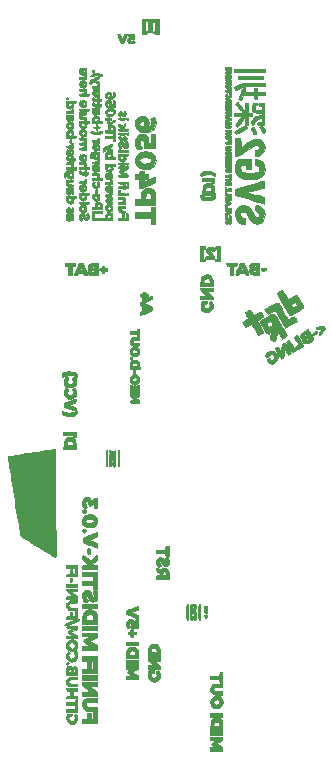
<source format=gbr>
G04 #@! TF.GenerationSoftware,KiCad,Pcbnew,5.0.2-bee76a0~70~ubuntu18.04.1*
G04 #@! TF.CreationDate,2019-04-19T09:49:41+03:00*
G04 #@! TF.ProjectId,Funifi_midistik_3_production,46756e69-6669-45f6-9d69-64697374696b,rev?*
G04 #@! TF.SameCoordinates,Original*
G04 #@! TF.FileFunction,Legend,Bot*
G04 #@! TF.FilePolarity,Positive*
%FSLAX46Y46*%
G04 Gerber Fmt 4.6, Leading zero omitted, Abs format (unit mm)*
G04 Created by KiCad (PCBNEW 5.0.2-bee76a0~70~ubuntu18.04.1) date pe 19. huhtikuuta 2019 09.49.41*
%MOMM*%
%LPD*%
G01*
G04 APERTURE LIST*
%ADD10C,0.010000*%
G04 APERTURE END LIST*
D10*
G04 #@! TO.C,G\002A\002A\002A*
G36*
X4826000Y-22766292D02*
X4821700Y-22852663D01*
X4797589Y-22912504D01*
X4736853Y-22964297D01*
X4622676Y-23026522D01*
X4561670Y-23056801D01*
X4297339Y-23187018D01*
X4561670Y-23320451D01*
X4700152Y-23392772D01*
X4779193Y-23446999D01*
X4815440Y-23502166D01*
X4825545Y-23577306D01*
X4826000Y-23622609D01*
X4826000Y-23791333D01*
X3810000Y-23791333D01*
X3810000Y-23495000D01*
X4053417Y-23493028D01*
X4296833Y-23491057D01*
X4095750Y-23386384D01*
X3951771Y-23294081D01*
X3890912Y-23207207D01*
X3913410Y-23121189D01*
X4019501Y-23031453D01*
X4116917Y-22977164D01*
X4339167Y-22865151D01*
X4074583Y-22862575D01*
X3810000Y-22860000D01*
X3810000Y-22606000D01*
X4826000Y-22606000D01*
X4826000Y-22766292D01*
X4826000Y-22766292D01*
G37*
X4826000Y-22766292D02*
X4821700Y-22852663D01*
X4797589Y-22912504D01*
X4736853Y-22964297D01*
X4622676Y-23026522D01*
X4561670Y-23056801D01*
X4297339Y-23187018D01*
X4561670Y-23320451D01*
X4700152Y-23392772D01*
X4779193Y-23446999D01*
X4815440Y-23502166D01*
X4825545Y-23577306D01*
X4826000Y-23622609D01*
X4826000Y-23791333D01*
X3810000Y-23791333D01*
X3810000Y-23495000D01*
X4053417Y-23493028D01*
X4296833Y-23491057D01*
X4095750Y-23386384D01*
X3951771Y-23294081D01*
X3890912Y-23207207D01*
X3913410Y-23121189D01*
X4019501Y-23031453D01*
X4116917Y-22977164D01*
X4339167Y-22865151D01*
X4074583Y-22862575D01*
X3810000Y-22860000D01*
X3810000Y-22606000D01*
X4826000Y-22606000D01*
X4826000Y-22766292D01*
G36*
X4826000Y-22436666D02*
X3810000Y-22436666D01*
X3810000Y-22140333D01*
X4826000Y-22140333D01*
X4826000Y-22436666D01*
X4826000Y-22436666D01*
G37*
X4826000Y-22436666D02*
X3810000Y-22436666D01*
X3810000Y-22140333D01*
X4826000Y-22140333D01*
X4826000Y-22436666D01*
G36*
X4404793Y-21010152D02*
X4549381Y-21057498D01*
X4678105Y-21138503D01*
X4763548Y-21262581D01*
X4811061Y-21442042D01*
X4825996Y-21689197D01*
X4826000Y-21693731D01*
X4826000Y-22013333D01*
X3810000Y-22013333D01*
X3810000Y-21712814D01*
X3818411Y-21593023D01*
X4064000Y-21593023D01*
X4067558Y-21661650D01*
X4091535Y-21698691D01*
X4155886Y-21713886D01*
X4280566Y-21716977D01*
X4318000Y-21717000D01*
X4572000Y-21717000D01*
X4572000Y-21577300D01*
X4549000Y-21436976D01*
X4473485Y-21359843D01*
X4335684Y-21336002D01*
X4333724Y-21336000D01*
X4184902Y-21368381D01*
X4092684Y-21460970D01*
X4064000Y-21593023D01*
X3818411Y-21593023D01*
X3828243Y-21453008D01*
X3885559Y-21261035D01*
X3985825Y-21127722D01*
X4084252Y-21064104D01*
X4250431Y-21006750D01*
X4404793Y-21010152D01*
X4404793Y-21010152D01*
G37*
X4404793Y-21010152D02*
X4549381Y-21057498D01*
X4678105Y-21138503D01*
X4763548Y-21262581D01*
X4811061Y-21442042D01*
X4825996Y-21689197D01*
X4826000Y-21693731D01*
X4826000Y-22013333D01*
X3810000Y-22013333D01*
X3810000Y-21712814D01*
X3818411Y-21593023D01*
X4064000Y-21593023D01*
X4067558Y-21661650D01*
X4091535Y-21698691D01*
X4155886Y-21713886D01*
X4280566Y-21716977D01*
X4318000Y-21717000D01*
X4572000Y-21717000D01*
X4572000Y-21577300D01*
X4549000Y-21436976D01*
X4473485Y-21359843D01*
X4335684Y-21336002D01*
X4333724Y-21336000D01*
X4184902Y-21368381D01*
X4092684Y-21460970D01*
X4064000Y-21593023D01*
X3818411Y-21593023D01*
X3828243Y-21453008D01*
X3885559Y-21261035D01*
X3985825Y-21127722D01*
X4084252Y-21064104D01*
X4250431Y-21006750D01*
X4404793Y-21010152D01*
G36*
X-7544394Y-20696692D02*
X-7500313Y-20793543D01*
X-7469969Y-20923376D01*
X-7460229Y-21060350D01*
X-7467796Y-21138864D01*
X-7536780Y-21303724D01*
X-7660724Y-21424448D01*
X-7819110Y-21494632D01*
X-7991426Y-21507870D01*
X-8157155Y-21457757D01*
X-8255143Y-21384702D01*
X-8371644Y-21213262D01*
X-8409795Y-21018227D01*
X-8366714Y-20814379D01*
X-8366421Y-20813676D01*
X-8319751Y-20717922D01*
X-8265253Y-20672789D01*
X-8171551Y-20659382D01*
X-8108994Y-20658666D01*
X-7989123Y-20664077D01*
X-7932100Y-20686602D01*
X-7916451Y-20735675D01*
X-7916333Y-20743333D01*
X-7937194Y-20806185D01*
X-8013809Y-20827454D01*
X-8038804Y-20828000D01*
X-8148032Y-20855287D01*
X-8202978Y-20942330D01*
X-8212667Y-21035749D01*
X-8177377Y-21127966D01*
X-8091696Y-21218796D01*
X-7985909Y-21281165D01*
X-7924188Y-21293666D01*
X-7805223Y-21256423D01*
X-7715650Y-21161432D01*
X-7667435Y-21033797D01*
X-7672547Y-20898625D01*
X-7702894Y-20829419D01*
X-7713503Y-20748581D01*
X-7664250Y-20680533D01*
X-7595349Y-20658666D01*
X-7544394Y-20696692D01*
X-7544394Y-20696692D01*
G37*
X-7544394Y-20696692D02*
X-7500313Y-20793543D01*
X-7469969Y-20923376D01*
X-7460229Y-21060350D01*
X-7467796Y-21138864D01*
X-7536780Y-21303724D01*
X-7660724Y-21424448D01*
X-7819110Y-21494632D01*
X-7991426Y-21507870D01*
X-8157155Y-21457757D01*
X-8255143Y-21384702D01*
X-8371644Y-21213262D01*
X-8409795Y-21018227D01*
X-8366714Y-20814379D01*
X-8366421Y-20813676D01*
X-8319751Y-20717922D01*
X-8265253Y-20672789D01*
X-8171551Y-20659382D01*
X-8108994Y-20658666D01*
X-7989123Y-20664077D01*
X-7932100Y-20686602D01*
X-7916451Y-20735675D01*
X-7916333Y-20743333D01*
X-7937194Y-20806185D01*
X-8013809Y-20827454D01*
X-8038804Y-20828000D01*
X-8148032Y-20855287D01*
X-8202978Y-20942330D01*
X-8212667Y-21035749D01*
X-8177377Y-21127966D01*
X-8091696Y-21218796D01*
X-7985909Y-21281165D01*
X-7924188Y-21293666D01*
X-7805223Y-21256423D01*
X-7715650Y-21161432D01*
X-7667435Y-21033797D01*
X-7672547Y-20898625D01*
X-7702894Y-20829419D01*
X-7713503Y-20748581D01*
X-7664250Y-20680533D01*
X-7595349Y-20658666D01*
X-7544394Y-20696692D01*
G36*
X-5799667Y-21463000D02*
X-7027333Y-21463000D01*
X-7027333Y-21124333D01*
X-6604000Y-21124333D01*
X-6604000Y-20574000D01*
X-6307667Y-20574000D01*
X-6307667Y-20849166D01*
X-6305811Y-20997084D01*
X-6295339Y-21079472D01*
X-6268894Y-21115460D01*
X-6219119Y-21124174D01*
X-6201833Y-21124333D01*
X-6146541Y-21119975D01*
X-6114897Y-21094603D01*
X-6100310Y-21029767D01*
X-6096193Y-20907017D01*
X-6096000Y-20828000D01*
X-6096000Y-20531666D01*
X-5799667Y-20531666D01*
X-5799667Y-21463000D01*
X-5799667Y-21463000D01*
G37*
X-5799667Y-21463000D02*
X-7027333Y-21463000D01*
X-7027333Y-21124333D01*
X-6604000Y-21124333D01*
X-6604000Y-20574000D01*
X-6307667Y-20574000D01*
X-6307667Y-20849166D01*
X-6305811Y-20997084D01*
X-6295339Y-21079472D01*
X-6268894Y-21115460D01*
X-6219119Y-21124174D01*
X-6201833Y-21124333D01*
X-6146541Y-21119975D01*
X-6114897Y-21094603D01*
X-6100310Y-21029767D01*
X-6096193Y-20907017D01*
X-6096000Y-20828000D01*
X-6096000Y-20531666D01*
X-5799667Y-20531666D01*
X-5799667Y-21463000D01*
G36*
X4826000Y-20912666D02*
X3810000Y-20912666D01*
X3810000Y-20616333D01*
X4826000Y-20616333D01*
X4826000Y-20912666D01*
X4826000Y-20912666D01*
G37*
X4826000Y-20912666D02*
X3810000Y-20912666D01*
X3810000Y-20616333D01*
X4826000Y-20616333D01*
X4826000Y-20912666D01*
G36*
X-7450667Y-20489333D02*
X-8382000Y-20489333D01*
X-8382000Y-20277666D01*
X-7450667Y-20277666D01*
X-7450667Y-20489333D01*
X-7450667Y-20489333D01*
G37*
X-7450667Y-20489333D02*
X-8382000Y-20489333D01*
X-8382000Y-20277666D01*
X-7450667Y-20277666D01*
X-7450667Y-20489333D01*
G36*
X-5799667Y-19642666D02*
X-6156744Y-19642666D01*
X-6425375Y-19654224D01*
X-6614259Y-19689601D01*
X-6725199Y-19749850D01*
X-6759997Y-19836027D01*
X-6720455Y-19949184D01*
X-6709818Y-19966131D01*
X-6674387Y-20011794D01*
X-6628357Y-20040919D01*
X-6553693Y-20057198D01*
X-6432360Y-20064325D01*
X-6246322Y-20065991D01*
X-6222024Y-20066000D01*
X-5799667Y-20066000D01*
X-5799667Y-20447000D01*
X-6233583Y-20444316D01*
X-6425392Y-20439863D01*
X-6592193Y-20430032D01*
X-6711377Y-20416469D01*
X-6752167Y-20406612D01*
X-6899579Y-20304296D01*
X-7001618Y-20151325D01*
X-7056446Y-19968353D01*
X-7062225Y-19776035D01*
X-7017116Y-19595025D01*
X-6919280Y-19445977D01*
X-6843053Y-19385548D01*
X-6765348Y-19347477D01*
X-6669419Y-19323098D01*
X-6535586Y-19309687D01*
X-6344171Y-19304523D01*
X-6254750Y-19304158D01*
X-5799667Y-19304000D01*
X-5799667Y-19642666D01*
X-5799667Y-19642666D01*
G37*
X-5799667Y-19642666D02*
X-6156744Y-19642666D01*
X-6425375Y-19654224D01*
X-6614259Y-19689601D01*
X-6725199Y-19749850D01*
X-6759997Y-19836027D01*
X-6720455Y-19949184D01*
X-6709818Y-19966131D01*
X-6674387Y-20011794D01*
X-6628357Y-20040919D01*
X-6553693Y-20057198D01*
X-6432360Y-20064325D01*
X-6246322Y-20065991D01*
X-6222024Y-20066000D01*
X-5799667Y-20066000D01*
X-5799667Y-20447000D01*
X-6233583Y-20444316D01*
X-6425392Y-20439863D01*
X-6592193Y-20430032D01*
X-6711377Y-20416469D01*
X-6752167Y-20406612D01*
X-6899579Y-20304296D01*
X-7001618Y-20151325D01*
X-7056446Y-19968353D01*
X-7062225Y-19776035D01*
X-7017116Y-19595025D01*
X-6919280Y-19445977D01*
X-6843053Y-19385548D01*
X-6765348Y-19347477D01*
X-6669419Y-19323098D01*
X-6535586Y-19309687D01*
X-6344171Y-19304523D01*
X-6254750Y-19304158D01*
X-5799667Y-19304000D01*
X-5799667Y-19642666D01*
G36*
X4440421Y-19119653D02*
X4608831Y-19192985D01*
X4745251Y-19330404D01*
X4804342Y-19442116D01*
X4851826Y-19657442D01*
X4824953Y-19861428D01*
X4728149Y-20036937D01*
X4626635Y-20129881D01*
X4469187Y-20196579D01*
X4285045Y-20212642D01*
X4123909Y-20176579D01*
X3952069Y-20062415D01*
X3848618Y-19901275D01*
X3810364Y-19687920D01*
X3810000Y-19661372D01*
X3810328Y-19656477D01*
X4064000Y-19656477D01*
X4100186Y-19774071D01*
X4191371Y-19856963D01*
X4311494Y-19894903D01*
X4434494Y-19877638D01*
X4505476Y-19830142D01*
X4567612Y-19718791D01*
X4561889Y-19600189D01*
X4499037Y-19498587D01*
X4389785Y-19438237D01*
X4328893Y-19431000D01*
X4201610Y-19463212D01*
X4104396Y-19544639D01*
X4064052Y-19652467D01*
X4064000Y-19656477D01*
X3810328Y-19656477D01*
X3820606Y-19503452D01*
X3860198Y-19390208D01*
X3917219Y-19310073D01*
X4077219Y-19175608D01*
X4257419Y-19112998D01*
X4440421Y-19119653D01*
X4440421Y-19119653D01*
G37*
X4440421Y-19119653D02*
X4608831Y-19192985D01*
X4745251Y-19330404D01*
X4804342Y-19442116D01*
X4851826Y-19657442D01*
X4824953Y-19861428D01*
X4728149Y-20036937D01*
X4626635Y-20129881D01*
X4469187Y-20196579D01*
X4285045Y-20212642D01*
X4123909Y-20176579D01*
X3952069Y-20062415D01*
X3848618Y-19901275D01*
X3810364Y-19687920D01*
X3810000Y-19661372D01*
X3810328Y-19656477D01*
X4064000Y-19656477D01*
X4100186Y-19774071D01*
X4191371Y-19856963D01*
X4311494Y-19894903D01*
X4434494Y-19877638D01*
X4505476Y-19830142D01*
X4567612Y-19718791D01*
X4561889Y-19600189D01*
X4499037Y-19498587D01*
X4389785Y-19438237D01*
X4328893Y-19431000D01*
X4201610Y-19463212D01*
X4104396Y-19544639D01*
X4064052Y-19652467D01*
X4064000Y-19656477D01*
X3810328Y-19656477D01*
X3820606Y-19503452D01*
X3860198Y-19390208D01*
X3917219Y-19310073D01*
X4077219Y-19175608D01*
X4257419Y-19112998D01*
X4440421Y-19119653D01*
G36*
X-7506401Y-19434033D02*
X-7475294Y-19453996D01*
X-7458654Y-19507181D01*
X-7451955Y-19609881D01*
X-7450672Y-19778388D01*
X-7450667Y-19812000D01*
X-7451510Y-19992358D01*
X-7457055Y-20104343D01*
X-7471828Y-20164246D01*
X-7500356Y-20188362D01*
X-7547164Y-20192981D01*
X-7556500Y-20193000D01*
X-7632136Y-20179331D01*
X-7659806Y-20121227D01*
X-7662333Y-20066000D01*
X-7662333Y-19939000D01*
X-8382000Y-19939000D01*
X-8382000Y-19685000D01*
X-7662333Y-19685000D01*
X-7662333Y-19558000D01*
X-7650943Y-19467236D01*
X-7602523Y-19434032D01*
X-7556500Y-19431000D01*
X-7506401Y-19434033D01*
X-7506401Y-19434033D01*
G37*
X-7506401Y-19434033D02*
X-7475294Y-19453996D01*
X-7458654Y-19507181D01*
X-7451955Y-19609881D01*
X-7450672Y-19778388D01*
X-7450667Y-19812000D01*
X-7451510Y-19992358D01*
X-7457055Y-20104343D01*
X-7471828Y-20164246D01*
X-7500356Y-20188362D01*
X-7547164Y-20192981D01*
X-7556500Y-20193000D01*
X-7632136Y-20179331D01*
X-7659806Y-20121227D01*
X-7662333Y-20066000D01*
X-7662333Y-19939000D01*
X-8382000Y-19939000D01*
X-8382000Y-19685000D01*
X-7662333Y-19685000D01*
X-7662333Y-19558000D01*
X-7650943Y-19467236D01*
X-7602523Y-19434032D01*
X-7556500Y-19431000D01*
X-7506401Y-19434033D01*
G36*
X-7450667Y-18605500D02*
X-7458563Y-18670807D01*
X-7497374Y-18701749D01*
X-7589785Y-18710929D01*
X-7641167Y-18711333D01*
X-7831667Y-18711333D01*
X-7831667Y-19134666D01*
X-7641167Y-19134666D01*
X-7523613Y-19139053D01*
X-7467918Y-19160614D01*
X-7451394Y-19211954D01*
X-7450667Y-19240500D01*
X-7450667Y-19346333D01*
X-8382000Y-19346333D01*
X-8382000Y-19240500D01*
X-8372758Y-19172313D01*
X-8329163Y-19142006D01*
X-8227413Y-19134704D01*
X-8212667Y-19134666D01*
X-8043333Y-19134666D01*
X-8043333Y-18711333D01*
X-8212667Y-18711333D01*
X-8321765Y-18705556D01*
X-8370256Y-18678309D01*
X-8381940Y-18614716D01*
X-8382000Y-18605500D01*
X-8382000Y-18499666D01*
X-7450667Y-18499666D01*
X-7450667Y-18605500D01*
X-7450667Y-18605500D01*
G37*
X-7450667Y-18605500D02*
X-7458563Y-18670807D01*
X-7497374Y-18701749D01*
X-7589785Y-18710929D01*
X-7641167Y-18711333D01*
X-7831667Y-18711333D01*
X-7831667Y-19134666D01*
X-7641167Y-19134666D01*
X-7523613Y-19139053D01*
X-7467918Y-19160614D01*
X-7451394Y-19211954D01*
X-7450667Y-19240500D01*
X-7450667Y-19346333D01*
X-8382000Y-19346333D01*
X-8382000Y-19240500D01*
X-8372758Y-19172313D01*
X-8329163Y-19142006D01*
X-8227413Y-19134704D01*
X-8212667Y-19134666D01*
X-8043333Y-19134666D01*
X-8043333Y-18711333D01*
X-8212667Y-18711333D01*
X-8321765Y-18705556D01*
X-8370256Y-18678309D01*
X-8381940Y-18614716D01*
X-8382000Y-18605500D01*
X-8382000Y-18499666D01*
X-7450667Y-18499666D01*
X-7450667Y-18605500D01*
G36*
X-5799667Y-18284438D02*
X-6124737Y-18296802D01*
X-6449808Y-18309166D01*
X-6124737Y-18553590D01*
X-5973828Y-18669090D01*
X-5878668Y-18751152D01*
X-5826457Y-18816026D01*
X-5804394Y-18879968D01*
X-5799678Y-18959231D01*
X-5799667Y-18966340D01*
X-5799667Y-19134666D01*
X-7027333Y-19134666D01*
X-7027333Y-18799561D01*
X-6707782Y-18787197D01*
X-6388230Y-18774833D01*
X-6707782Y-18529103D01*
X-6856863Y-18412273D01*
X-6950579Y-18329187D01*
X-7001711Y-18263338D01*
X-7023036Y-18198221D01*
X-7027333Y-18117330D01*
X-7027333Y-17949333D01*
X-5799667Y-17949333D01*
X-5799667Y-18284438D01*
X-5799667Y-18284438D01*
G37*
X-5799667Y-18284438D02*
X-6124737Y-18296802D01*
X-6449808Y-18309166D01*
X-6124737Y-18553590D01*
X-5973828Y-18669090D01*
X-5878668Y-18751152D01*
X-5826457Y-18816026D01*
X-5804394Y-18879968D01*
X-5799678Y-18959231D01*
X-5799667Y-18966340D01*
X-5799667Y-19134666D01*
X-7027333Y-19134666D01*
X-7027333Y-18799561D01*
X-6707782Y-18787197D01*
X-6388230Y-18774833D01*
X-6707782Y-18529103D01*
X-6856863Y-18412273D01*
X-6950579Y-18329187D01*
X-7001711Y-18263338D01*
X-7023036Y-18198221D01*
X-7027333Y-18117330D01*
X-7027333Y-17949333D01*
X-5799667Y-17949333D01*
X-5799667Y-18284438D01*
G36*
X4826000Y-18411703D02*
X4455583Y-18423935D01*
X4277844Y-18431042D01*
X4167579Y-18441459D01*
X4107620Y-18460345D01*
X4080794Y-18492860D01*
X4070563Y-18539628D01*
X4079997Y-18636952D01*
X4146098Y-18702415D01*
X4277049Y-18739944D01*
X4481034Y-18753465D01*
X4516591Y-18753666D01*
X4826000Y-18753666D01*
X4826000Y-19050000D01*
X4497917Y-19048342D01*
X4316805Y-19039835D01*
X4153097Y-19018953D01*
X4039529Y-18989949D01*
X4035583Y-18988288D01*
X3914751Y-18913369D01*
X3843877Y-18805501D01*
X3813254Y-18645513D01*
X3810000Y-18542858D01*
X3819745Y-18393660D01*
X3856519Y-18292799D01*
X3913909Y-18222575D01*
X3969319Y-18173868D01*
X4030804Y-18143291D01*
X4118726Y-18126678D01*
X4253447Y-18119864D01*
X4421909Y-18118666D01*
X4826000Y-18118666D01*
X4826000Y-18411703D01*
X4826000Y-18411703D01*
G37*
X4826000Y-18411703D02*
X4455583Y-18423935D01*
X4277844Y-18431042D01*
X4167579Y-18441459D01*
X4107620Y-18460345D01*
X4080794Y-18492860D01*
X4070563Y-18539628D01*
X4079997Y-18636952D01*
X4146098Y-18702415D01*
X4277049Y-18739944D01*
X4481034Y-18753465D01*
X4516591Y-18753666D01*
X4826000Y-18753666D01*
X4826000Y-19050000D01*
X4497917Y-19048342D01*
X4316805Y-19039835D01*
X4153097Y-19018953D01*
X4039529Y-18989949D01*
X4035583Y-18988288D01*
X3914751Y-18913369D01*
X3843877Y-18805501D01*
X3813254Y-18645513D01*
X3810000Y-18542858D01*
X3819745Y-18393660D01*
X3856519Y-18292799D01*
X3913909Y-18222575D01*
X3969319Y-18173868D01*
X4030804Y-18143291D01*
X4118726Y-18126678D01*
X4253447Y-18119864D01*
X4421909Y-18118666D01*
X4826000Y-18118666D01*
X4826000Y-18411703D01*
G36*
X-7632220Y-17527010D02*
X-7527419Y-17533409D01*
X-7473491Y-17550246D01*
X-7453539Y-17582570D01*
X-7450667Y-17631833D01*
X-7454677Y-17685865D01*
X-7478655Y-17717435D01*
X-7540518Y-17732573D01*
X-7658184Y-17737309D01*
X-7765143Y-17737666D01*
X-7976939Y-17748902D01*
X-8115957Y-17785445D01*
X-8191425Y-17851548D01*
X-8212667Y-17943890D01*
X-8194798Y-18025782D01*
X-8132922Y-18078818D01*
X-8014635Y-18108018D01*
X-7827532Y-18118405D01*
X-7780867Y-18118666D01*
X-7615467Y-18119866D01*
X-7517240Y-18127202D01*
X-7468693Y-18146281D01*
X-7452335Y-18182710D01*
X-7450667Y-18224500D01*
X-7453791Y-18275152D01*
X-7474179Y-18306275D01*
X-7528353Y-18322532D01*
X-7632836Y-18328587D01*
X-7804152Y-18329103D01*
X-7821083Y-18329046D01*
X-7997377Y-18323903D01*
X-8146591Y-18311310D01*
X-8244370Y-18293619D01*
X-8262408Y-18286386D01*
X-8334320Y-18204449D01*
X-8387248Y-18072268D01*
X-8410872Y-17923824D01*
X-8403248Y-17822702D01*
X-8351808Y-17691056D01*
X-8257728Y-17601793D01*
X-8109397Y-17549156D01*
X-7895205Y-17527390D01*
X-7804791Y-17526000D01*
X-7632220Y-17527010D01*
X-7632220Y-17527010D01*
G37*
X-7632220Y-17527010D02*
X-7527419Y-17533409D01*
X-7473491Y-17550246D01*
X-7453539Y-17582570D01*
X-7450667Y-17631833D01*
X-7454677Y-17685865D01*
X-7478655Y-17717435D01*
X-7540518Y-17732573D01*
X-7658184Y-17737309D01*
X-7765143Y-17737666D01*
X-7976939Y-17748902D01*
X-8115957Y-17785445D01*
X-8191425Y-17851548D01*
X-8212667Y-17943890D01*
X-8194798Y-18025782D01*
X-8132922Y-18078818D01*
X-8014635Y-18108018D01*
X-7827532Y-18118405D01*
X-7780867Y-18118666D01*
X-7615467Y-18119866D01*
X-7517240Y-18127202D01*
X-7468693Y-18146281D01*
X-7452335Y-18182710D01*
X-7450667Y-18224500D01*
X-7453791Y-18275152D01*
X-7474179Y-18306275D01*
X-7528353Y-18322532D01*
X-7632836Y-18328587D01*
X-7804152Y-18329103D01*
X-7821083Y-18329046D01*
X-7997377Y-18323903D01*
X-8146591Y-18311310D01*
X-8244370Y-18293619D01*
X-8262408Y-18286386D01*
X-8334320Y-18204449D01*
X-8387248Y-18072268D01*
X-8410872Y-17923824D01*
X-8403248Y-17822702D01*
X-8351808Y-17691056D01*
X-8257728Y-17601793D01*
X-8109397Y-17549156D01*
X-7895205Y-17527390D01*
X-7804791Y-17526000D01*
X-7632220Y-17527010D01*
G36*
X4826000Y-18034000D02*
X4699000Y-18034000D01*
X4613673Y-18025740D01*
X4578676Y-17983845D01*
X4572000Y-17885833D01*
X4572000Y-17737666D01*
X3810000Y-17737666D01*
X3810000Y-17441333D01*
X4572000Y-17441333D01*
X4572000Y-17293166D01*
X4579080Y-17193619D01*
X4614990Y-17152788D01*
X4699000Y-17145000D01*
X4826000Y-17145000D01*
X4826000Y-18034000D01*
X4826000Y-18034000D01*
G37*
X4826000Y-18034000D02*
X4699000Y-18034000D01*
X4613673Y-18025740D01*
X4578676Y-17983845D01*
X4572000Y-17885833D01*
X4572000Y-17737666D01*
X3810000Y-17737666D01*
X3810000Y-17441333D01*
X4572000Y-17441333D01*
X4572000Y-17293166D01*
X4579080Y-17193619D01*
X4614990Y-17152788D01*
X4699000Y-17145000D01*
X4826000Y-17145000D01*
X4826000Y-18034000D01*
G36*
X-1030109Y-16977837D02*
X-961299Y-16992002D01*
X-935343Y-17029638D01*
X-931334Y-17102220D01*
X-931333Y-17102666D01*
X-940042Y-17188999D01*
X-983507Y-17223635D01*
X-1074563Y-17229666D01*
X-1180682Y-17243022D01*
X-1231994Y-17293216D01*
X-1242452Y-17323967D01*
X-1238680Y-17451246D01*
X-1172153Y-17555970D01*
X-1064538Y-17622016D01*
X-937502Y-17633260D01*
X-861647Y-17607355D01*
X-761688Y-17511191D01*
X-729766Y-17374488D01*
X-763028Y-17227186D01*
X-793440Y-17133074D01*
X-777595Y-17076267D01*
X-736073Y-17038941D01*
X-645177Y-16993109D01*
X-575024Y-17021175D01*
X-519208Y-17106009D01*
X-476559Y-17256797D01*
X-470277Y-17441790D01*
X-499604Y-17619101D01*
X-529883Y-17696719D01*
X-643998Y-17832111D01*
X-806870Y-17918419D01*
X-993761Y-17948597D01*
X-1179933Y-17915594D01*
X-1226396Y-17895175D01*
X-1318168Y-17825572D01*
X-1413069Y-17720230D01*
X-1431412Y-17694716D01*
X-1495774Y-17578684D01*
X-1516315Y-17463337D01*
X-1508904Y-17347295D01*
X-1480659Y-17167692D01*
X-1436406Y-17056810D01*
X-1361297Y-16998712D01*
X-1240483Y-16977460D01*
X-1162677Y-16975666D01*
X-1030109Y-16977837D01*
X-1030109Y-16977837D01*
G37*
X-1030109Y-16977837D02*
X-961299Y-16992002D01*
X-935343Y-17029638D01*
X-931334Y-17102220D01*
X-931333Y-17102666D01*
X-940042Y-17188999D01*
X-983507Y-17223635D01*
X-1074563Y-17229666D01*
X-1180682Y-17243022D01*
X-1231994Y-17293216D01*
X-1242452Y-17323967D01*
X-1238680Y-17451246D01*
X-1172153Y-17555970D01*
X-1064538Y-17622016D01*
X-937502Y-17633260D01*
X-861647Y-17607355D01*
X-761688Y-17511191D01*
X-729766Y-17374488D01*
X-763028Y-17227186D01*
X-793440Y-17133074D01*
X-777595Y-17076267D01*
X-736073Y-17038941D01*
X-645177Y-16993109D01*
X-575024Y-17021175D01*
X-519208Y-17106009D01*
X-476559Y-17256797D01*
X-470277Y-17441790D01*
X-499604Y-17619101D01*
X-529883Y-17696719D01*
X-643998Y-17832111D01*
X-806870Y-17918419D01*
X-993761Y-17948597D01*
X-1179933Y-17915594D01*
X-1226396Y-17895175D01*
X-1318168Y-17825572D01*
X-1413069Y-17720230D01*
X-1431412Y-17694716D01*
X-1495774Y-17578684D01*
X-1516315Y-17463337D01*
X-1508904Y-17347295D01*
X-1480659Y-17167692D01*
X-1436406Y-17056810D01*
X-1361297Y-16998712D01*
X-1240483Y-16977460D01*
X-1162677Y-16975666D01*
X-1030109Y-16977837D01*
G36*
X-5799667Y-17780000D02*
X-7027333Y-17780000D01*
X-7027333Y-17399000D01*
X-5799667Y-17399000D01*
X-5799667Y-17780000D01*
X-5799667Y-17780000D01*
G37*
X-5799667Y-17780000D02*
X-7027333Y-17780000D01*
X-7027333Y-17399000D01*
X-5799667Y-17399000D01*
X-5799667Y-17780000D01*
G36*
X-2286000Y-16713882D02*
X-2290379Y-16802382D01*
X-2315056Y-16862544D01*
X-2377337Y-16913651D01*
X-2494532Y-16974984D01*
X-2540000Y-16996833D01*
X-2668589Y-17062001D01*
X-2759951Y-17115380D01*
X-2794000Y-17145000D01*
X-2758811Y-17175369D01*
X-2666642Y-17229049D01*
X-2540000Y-17293166D01*
X-2404146Y-17360884D01*
X-2328097Y-17412926D01*
X-2294546Y-17468575D01*
X-2286185Y-17547110D01*
X-2286000Y-17576117D01*
X-2286000Y-17737666D01*
X-3344333Y-17737666D01*
X-3344333Y-17483666D01*
X-3058583Y-17481090D01*
X-2772833Y-17478515D01*
X-2995083Y-17366502D01*
X-3125121Y-17294001D01*
X-3193081Y-17233107D01*
X-3216418Y-17166392D01*
X-3217333Y-17144584D01*
X-3199534Y-17064681D01*
X-3133610Y-16998899D01*
X-3037417Y-16944299D01*
X-2857500Y-16853918D01*
X-3100917Y-16851292D01*
X-3344333Y-16848666D01*
X-3344333Y-16552333D01*
X-2286000Y-16552333D01*
X-2286000Y-16713882D01*
X-2286000Y-16713882D01*
G37*
X-2286000Y-16713882D02*
X-2290379Y-16802382D01*
X-2315056Y-16862544D01*
X-2377337Y-16913651D01*
X-2494532Y-16974984D01*
X-2540000Y-16996833D01*
X-2668589Y-17062001D01*
X-2759951Y-17115380D01*
X-2794000Y-17145000D01*
X-2758811Y-17175369D01*
X-2666642Y-17229049D01*
X-2540000Y-17293166D01*
X-2404146Y-17360884D01*
X-2328097Y-17412926D01*
X-2294546Y-17468575D01*
X-2286185Y-17547110D01*
X-2286000Y-17576117D01*
X-2286000Y-17737666D01*
X-3344333Y-17737666D01*
X-3344333Y-17483666D01*
X-3058583Y-17481090D01*
X-2772833Y-17478515D01*
X-2995083Y-17366502D01*
X-3125121Y-17294001D01*
X-3193081Y-17233107D01*
X-3216418Y-17166392D01*
X-3217333Y-17144584D01*
X-3199534Y-17064681D01*
X-3133610Y-16998899D01*
X-3037417Y-16944299D01*
X-2857500Y-16853918D01*
X-3100917Y-16851292D01*
X-3344333Y-16848666D01*
X-3344333Y-16552333D01*
X-2286000Y-16552333D01*
X-2286000Y-16713882D01*
G36*
X-7984319Y-16635112D02*
X-7958234Y-16658688D01*
X-7897532Y-16698699D01*
X-7849777Y-16676796D01*
X-7768819Y-16647116D01*
X-7676458Y-16644524D01*
X-7565175Y-16690511D01*
X-7492710Y-16801508D01*
X-7456576Y-16982690D01*
X-7451291Y-17113250D01*
X-7450667Y-17356666D01*
X-8382000Y-17356666D01*
X-8382000Y-17042190D01*
X-8381539Y-17028583D01*
X-8212019Y-17028583D01*
X-8198630Y-17114306D01*
X-8141697Y-17143439D01*
X-8106833Y-17145000D01*
X-8030074Y-17130527D01*
X-8017864Y-17103280D01*
X-7824077Y-17103280D01*
X-7790779Y-17140600D01*
X-7749682Y-17145000D01*
X-7690185Y-17129781D01*
X-7665724Y-17068820D01*
X-7662333Y-16993729D01*
X-7670604Y-16892297D01*
X-7702255Y-16855506D01*
X-7736417Y-16856492D01*
X-7799450Y-16909804D01*
X-7823766Y-17007763D01*
X-7824077Y-17103280D01*
X-8017864Y-17103280D01*
X-8002953Y-17070006D01*
X-8001000Y-17023183D01*
X-8020665Y-16916931D01*
X-8068186Y-16842875D01*
X-8126355Y-16818214D01*
X-8172912Y-16851388D01*
X-8202357Y-16938488D01*
X-8212019Y-17028583D01*
X-8381539Y-17028583D01*
X-8375575Y-16852641D01*
X-8354456Y-16731059D01*
X-8315873Y-16661588D01*
X-8315476Y-16661190D01*
X-8214827Y-16607752D01*
X-8091033Y-16598965D01*
X-7984319Y-16635112D01*
X-7984319Y-16635112D01*
G37*
X-7984319Y-16635112D02*
X-7958234Y-16658688D01*
X-7897532Y-16698699D01*
X-7849777Y-16676796D01*
X-7768819Y-16647116D01*
X-7676458Y-16644524D01*
X-7565175Y-16690511D01*
X-7492710Y-16801508D01*
X-7456576Y-16982690D01*
X-7451291Y-17113250D01*
X-7450667Y-17356666D01*
X-8382000Y-17356666D01*
X-8382000Y-17042190D01*
X-8381539Y-17028583D01*
X-8212019Y-17028583D01*
X-8198630Y-17114306D01*
X-8141697Y-17143439D01*
X-8106833Y-17145000D01*
X-8030074Y-17130527D01*
X-8017864Y-17103280D01*
X-7824077Y-17103280D01*
X-7790779Y-17140600D01*
X-7749682Y-17145000D01*
X-7690185Y-17129781D01*
X-7665724Y-17068820D01*
X-7662333Y-16993729D01*
X-7670604Y-16892297D01*
X-7702255Y-16855506D01*
X-7736417Y-16856492D01*
X-7799450Y-16909804D01*
X-7823766Y-17007763D01*
X-7824077Y-17103280D01*
X-8017864Y-17103280D01*
X-8002953Y-17070006D01*
X-8001000Y-17023183D01*
X-8020665Y-16916931D01*
X-8068186Y-16842875D01*
X-8126355Y-16818214D01*
X-8172912Y-16851388D01*
X-8202357Y-16938488D01*
X-8212019Y-17028583D01*
X-8381539Y-17028583D01*
X-8375575Y-16852641D01*
X-8354456Y-16731059D01*
X-8315873Y-16661588D01*
X-8315476Y-16661190D01*
X-8214827Y-16607752D01*
X-8091033Y-16598965D01*
X-7984319Y-16635112D01*
G36*
X-5799667Y-17229666D02*
X-7027333Y-17229666D01*
X-7027333Y-16848666D01*
X-6604000Y-16848666D01*
X-6604000Y-16298333D01*
X-6307667Y-16298333D01*
X-6307667Y-16573500D01*
X-6305811Y-16721417D01*
X-6295339Y-16803806D01*
X-6268894Y-16839793D01*
X-6219119Y-16848507D01*
X-6201833Y-16848666D01*
X-6146541Y-16844309D01*
X-6114897Y-16818936D01*
X-6100310Y-16754100D01*
X-6096193Y-16631351D01*
X-6096000Y-16552333D01*
X-6096000Y-16256000D01*
X-5799667Y-16256000D01*
X-5799667Y-17229666D01*
X-5799667Y-17229666D01*
G37*
X-5799667Y-17229666D02*
X-7027333Y-17229666D01*
X-7027333Y-16848666D01*
X-6604000Y-16848666D01*
X-6604000Y-16298333D01*
X-6307667Y-16298333D01*
X-6307667Y-16573500D01*
X-6305811Y-16721417D01*
X-6295339Y-16803806D01*
X-6268894Y-16839793D01*
X-6219119Y-16848507D01*
X-6201833Y-16848666D01*
X-6146541Y-16844309D01*
X-6114897Y-16818936D01*
X-6100310Y-16754100D01*
X-6096193Y-16631351D01*
X-6096000Y-16552333D01*
X-6096000Y-16256000D01*
X-5799667Y-16256000D01*
X-5799667Y-17229666D01*
G36*
X-465667Y-16167293D02*
X-724590Y-16179896D01*
X-983512Y-16192500D01*
X-724590Y-16379754D01*
X-589680Y-16481763D01*
X-511416Y-16557048D01*
X-475013Y-16624342D01*
X-465688Y-16702378D01*
X-465667Y-16707838D01*
X-465667Y-16848666D01*
X-1481667Y-16848666D01*
X-1481667Y-16556558D01*
X-994833Y-16531166D01*
X-1238250Y-16346163D01*
X-1367913Y-16242509D01*
X-1441743Y-16165225D01*
X-1474668Y-16094191D01*
X-1481667Y-16018080D01*
X-1481667Y-15875000D01*
X-465667Y-15875000D01*
X-465667Y-16167293D01*
X-465667Y-16167293D01*
G37*
X-465667Y-16167293D02*
X-724590Y-16179896D01*
X-983512Y-16192500D01*
X-724590Y-16379754D01*
X-589680Y-16481763D01*
X-511416Y-16557048D01*
X-475013Y-16624342D01*
X-465688Y-16702378D01*
X-465667Y-16707838D01*
X-465667Y-16848666D01*
X-1481667Y-16848666D01*
X-1481667Y-16556558D01*
X-994833Y-16531166D01*
X-1238250Y-16346163D01*
X-1367913Y-16242509D01*
X-1441743Y-16165225D01*
X-1474668Y-16094191D01*
X-1481667Y-16018080D01*
X-1481667Y-15875000D01*
X-465667Y-15875000D01*
X-465667Y-16167293D01*
G36*
X-8234528Y-16324648D02*
X-8192337Y-16392008D01*
X-8191500Y-16404746D01*
X-8224188Y-16474598D01*
X-8297311Y-16505405D01*
X-8373457Y-16489963D01*
X-8408977Y-16446623D01*
X-8410230Y-16364841D01*
X-8392118Y-16333851D01*
X-8313590Y-16300856D01*
X-8234528Y-16324648D01*
X-8234528Y-16324648D01*
G37*
X-8234528Y-16324648D02*
X-8192337Y-16392008D01*
X-8191500Y-16404746D01*
X-8224188Y-16474598D01*
X-8297311Y-16505405D01*
X-8373457Y-16489963D01*
X-8408977Y-16446623D01*
X-8410230Y-16364841D01*
X-8392118Y-16333851D01*
X-8313590Y-16300856D01*
X-8234528Y-16324648D01*
G36*
X-2286000Y-16425333D02*
X-3344333Y-16425333D01*
X-3344333Y-16129000D01*
X-2286000Y-16129000D01*
X-2286000Y-16425333D01*
X-2286000Y-16425333D01*
G37*
X-2286000Y-16425333D02*
X-3344333Y-16425333D01*
X-3344333Y-16129000D01*
X-2286000Y-16129000D01*
X-2286000Y-16425333D01*
G36*
X-7580369Y-15392443D02*
X-7517138Y-15488269D01*
X-7515254Y-15491897D01*
X-7457181Y-15680404D01*
X-7466617Y-15868793D01*
X-7537286Y-16036231D01*
X-7662913Y-16161883D01*
X-7727285Y-16195834D01*
X-7840164Y-16237044D01*
X-7932198Y-16247043D01*
X-8051983Y-16230243D01*
X-8069252Y-16226888D01*
X-8192568Y-16165602D01*
X-8305186Y-16047605D01*
X-8385178Y-15900103D01*
X-8408785Y-15805640D01*
X-8401587Y-15637274D01*
X-8339718Y-15499988D01*
X-8279555Y-15411468D01*
X-8237605Y-15386001D01*
X-8189676Y-15413358D01*
X-8171935Y-15429050D01*
X-8121765Y-15483899D01*
X-8120034Y-15537425D01*
X-8163524Y-15623652D01*
X-8207894Y-15717627D01*
X-8204379Y-15790571D01*
X-8169013Y-15863923D01*
X-8082568Y-15959878D01*
X-7963970Y-15994394D01*
X-7814340Y-15975214D01*
X-7710791Y-15896281D01*
X-7663672Y-15774595D01*
X-7683331Y-15627160D01*
X-7707605Y-15573177D01*
X-7729904Y-15481982D01*
X-7702421Y-15427793D01*
X-7637481Y-15373877D01*
X-7580369Y-15392443D01*
X-7580369Y-15392443D01*
G37*
X-7580369Y-15392443D02*
X-7517138Y-15488269D01*
X-7515254Y-15491897D01*
X-7457181Y-15680404D01*
X-7466617Y-15868793D01*
X-7537286Y-16036231D01*
X-7662913Y-16161883D01*
X-7727285Y-16195834D01*
X-7840164Y-16237044D01*
X-7932198Y-16247043D01*
X-8051983Y-16230243D01*
X-8069252Y-16226888D01*
X-8192568Y-16165602D01*
X-8305186Y-16047605D01*
X-8385178Y-15900103D01*
X-8408785Y-15805640D01*
X-8401587Y-15637274D01*
X-8339718Y-15499988D01*
X-8279555Y-15411468D01*
X-8237605Y-15386001D01*
X-8189676Y-15413358D01*
X-8171935Y-15429050D01*
X-8121765Y-15483899D01*
X-8120034Y-15537425D01*
X-8163524Y-15623652D01*
X-8207894Y-15717627D01*
X-8204379Y-15790571D01*
X-8169013Y-15863923D01*
X-8082568Y-15959878D01*
X-7963970Y-15994394D01*
X-7814340Y-15975214D01*
X-7710791Y-15896281D01*
X-7663672Y-15774595D01*
X-7683331Y-15627160D01*
X-7707605Y-15573177D01*
X-7729904Y-15481982D01*
X-7702421Y-15427793D01*
X-7637481Y-15373877D01*
X-7580369Y-15392443D01*
G36*
X-5799667Y-16171333D02*
X-7027333Y-16171333D01*
X-7027333Y-15790333D01*
X-5799667Y-15790333D01*
X-5799667Y-16171333D01*
X-5799667Y-16171333D01*
G37*
X-5799667Y-16171333D02*
X-7027333Y-16171333D01*
X-7027333Y-15790333D01*
X-5799667Y-15790333D01*
X-5799667Y-16171333D01*
G36*
X-2612438Y-15012174D02*
X-2460117Y-15094073D01*
X-2357574Y-15236763D01*
X-2300939Y-15445309D01*
X-2286000Y-15683140D01*
X-2286000Y-15959666D01*
X-3344333Y-15959666D01*
X-3344097Y-15737416D01*
X-3330250Y-15557500D01*
X-3090333Y-15557500D01*
X-3085508Y-15614391D01*
X-3058281Y-15646079D01*
X-2989524Y-15659920D01*
X-2860108Y-15663272D01*
X-2815167Y-15663333D01*
X-2667249Y-15661477D01*
X-2584861Y-15651005D01*
X-2548873Y-15624560D01*
X-2540159Y-15574785D01*
X-2540000Y-15557500D01*
X-2577720Y-15431353D01*
X-2672480Y-15330712D01*
X-2796679Y-15283179D01*
X-2815167Y-15282333D01*
X-2941313Y-15320053D01*
X-3041954Y-15414813D01*
X-3089488Y-15539012D01*
X-3090333Y-15557500D01*
X-3330250Y-15557500D01*
X-3322052Y-15450990D01*
X-3255473Y-15235176D01*
X-3142673Y-15087559D01*
X-2981962Y-15005725D01*
X-2818405Y-14986000D01*
X-2612438Y-15012174D01*
X-2612438Y-15012174D01*
G37*
X-2612438Y-15012174D02*
X-2460117Y-15094073D01*
X-2357574Y-15236763D01*
X-2300939Y-15445309D01*
X-2286000Y-15683140D01*
X-2286000Y-15959666D01*
X-3344333Y-15959666D01*
X-3344097Y-15737416D01*
X-3330250Y-15557500D01*
X-3090333Y-15557500D01*
X-3085508Y-15614391D01*
X-3058281Y-15646079D01*
X-2989524Y-15659920D01*
X-2860108Y-15663272D01*
X-2815167Y-15663333D01*
X-2667249Y-15661477D01*
X-2584861Y-15651005D01*
X-2548873Y-15624560D01*
X-2540159Y-15574785D01*
X-2540000Y-15557500D01*
X-2577720Y-15431353D01*
X-2672480Y-15330712D01*
X-2796679Y-15283179D01*
X-2815167Y-15282333D01*
X-2941313Y-15320053D01*
X-3041954Y-15414813D01*
X-3089488Y-15539012D01*
X-3090333Y-15557500D01*
X-3330250Y-15557500D01*
X-3322052Y-15450990D01*
X-3255473Y-15235176D01*
X-3142673Y-15087559D01*
X-2981962Y-15005725D01*
X-2818405Y-14986000D01*
X-2612438Y-15012174D01*
G36*
X-877478Y-14747417D02*
X-739919Y-14798771D01*
X-607096Y-14896295D01*
X-519952Y-15046023D01*
X-474611Y-15257127D01*
X-465667Y-15447481D01*
X-465667Y-15748000D01*
X-1481667Y-15748000D01*
X-1481667Y-15428397D01*
X-1474696Y-15308683D01*
X-1227667Y-15308683D01*
X-1227667Y-15451666D01*
X-973667Y-15451666D01*
X-833057Y-15449840D01*
X-757162Y-15438057D01*
X-726029Y-15406854D01*
X-719709Y-15346773D01*
X-719667Y-15331227D01*
X-757606Y-15197106D01*
X-855769Y-15098973D01*
X-990674Y-15060096D01*
X-993300Y-15060083D01*
X-1128920Y-15091657D01*
X-1207244Y-15185322D01*
X-1227667Y-15308683D01*
X-1474696Y-15308683D01*
X-1467205Y-15180069D01*
X-1420250Y-14999630D01*
X-1335452Y-14874769D01*
X-1207456Y-14793177D01*
X-1205048Y-14792165D01*
X-1031044Y-14739642D01*
X-877478Y-14747417D01*
X-877478Y-14747417D01*
G37*
X-877478Y-14747417D02*
X-739919Y-14798771D01*
X-607096Y-14896295D01*
X-519952Y-15046023D01*
X-474611Y-15257127D01*
X-465667Y-15447481D01*
X-465667Y-15748000D01*
X-1481667Y-15748000D01*
X-1481667Y-15428397D01*
X-1474696Y-15308683D01*
X-1227667Y-15308683D01*
X-1227667Y-15451666D01*
X-973667Y-15451666D01*
X-833057Y-15449840D01*
X-757162Y-15438057D01*
X-726029Y-15406854D01*
X-719709Y-15346773D01*
X-719667Y-15331227D01*
X-757606Y-15197106D01*
X-855769Y-15098973D01*
X-990674Y-15060096D01*
X-993300Y-15060083D01*
X-1128920Y-15091657D01*
X-1207244Y-15185322D01*
X-1227667Y-15308683D01*
X-1474696Y-15308683D01*
X-1467205Y-15180069D01*
X-1420250Y-14999630D01*
X-1335452Y-14874769D01*
X-1207456Y-14793177D01*
X-1205048Y-14792165D01*
X-1031044Y-14739642D01*
X-877478Y-14747417D01*
G36*
X-7714355Y-14419026D02*
X-7574905Y-14519582D01*
X-7491814Y-14650195D01*
X-7457044Y-14823035D01*
X-7476635Y-15008841D01*
X-7544501Y-15171929D01*
X-7590689Y-15229931D01*
X-7737854Y-15322281D01*
X-7918491Y-15357614D01*
X-8100810Y-15332850D01*
X-8196553Y-15288639D01*
X-8333460Y-15156930D01*
X-8405596Y-14986561D01*
X-8408099Y-14830594D01*
X-8206300Y-14830594D01*
X-8185446Y-14951506D01*
X-8108758Y-15051424D01*
X-8012693Y-15132124D01*
X-7930226Y-15149808D01*
X-7826739Y-15111061D01*
X-7818300Y-15106662D01*
X-7710778Y-15028098D01*
X-7667180Y-14925007D01*
X-7662982Y-14862333D01*
X-7697230Y-14737440D01*
X-7785561Y-14648609D01*
X-7903695Y-14604030D01*
X-8027353Y-14611899D01*
X-8132255Y-14680406D01*
X-8146766Y-14699086D01*
X-8206300Y-14830594D01*
X-8408099Y-14830594D01*
X-8408620Y-14798173D01*
X-8338582Y-14613035D01*
X-8211753Y-14473378D01*
X-8052375Y-14395064D01*
X-7880043Y-14377233D01*
X-7714355Y-14419026D01*
X-7714355Y-14419026D01*
G37*
X-7714355Y-14419026D02*
X-7574905Y-14519582D01*
X-7491814Y-14650195D01*
X-7457044Y-14823035D01*
X-7476635Y-15008841D01*
X-7544501Y-15171929D01*
X-7590689Y-15229931D01*
X-7737854Y-15322281D01*
X-7918491Y-15357614D01*
X-8100810Y-15332850D01*
X-8196553Y-15288639D01*
X-8333460Y-15156930D01*
X-8405596Y-14986561D01*
X-8408099Y-14830594D01*
X-8206300Y-14830594D01*
X-8185446Y-14951506D01*
X-8108758Y-15051424D01*
X-8012693Y-15132124D01*
X-7930226Y-15149808D01*
X-7826739Y-15111061D01*
X-7818300Y-15106662D01*
X-7710778Y-15028098D01*
X-7667180Y-14925007D01*
X-7662982Y-14862333D01*
X-7697230Y-14737440D01*
X-7785561Y-14648609D01*
X-7903695Y-14604030D01*
X-8027353Y-14611899D01*
X-8132255Y-14680406D01*
X-8146766Y-14699086D01*
X-8206300Y-14830594D01*
X-8408099Y-14830594D01*
X-8408620Y-14798173D01*
X-8338582Y-14613035D01*
X-8211753Y-14473378D01*
X-8052375Y-14395064D01*
X-7880043Y-14377233D01*
X-7714355Y-14419026D01*
G36*
X-5799667Y-14180641D02*
X-6455589Y-14510673D01*
X-6127628Y-14672953D01*
X-5799667Y-14835232D01*
X-5799667Y-15240000D01*
X-7027333Y-15240000D01*
X-7027333Y-14901333D01*
X-6371167Y-14897169D01*
X-6656917Y-14750500D01*
X-6807577Y-14668441D01*
X-6895234Y-14605558D01*
X-6935055Y-14548509D01*
X-6942667Y-14499166D01*
X-6929756Y-14437355D01*
X-6880911Y-14380176D01*
X-6780962Y-14314290D01*
X-6656917Y-14247832D01*
X-6371167Y-14101164D01*
X-7027333Y-14097000D01*
X-7027333Y-13800666D01*
X-5799667Y-13800666D01*
X-5799667Y-14180641D01*
X-5799667Y-14180641D01*
G37*
X-5799667Y-14180641D02*
X-6455589Y-14510673D01*
X-6127628Y-14672953D01*
X-5799667Y-14835232D01*
X-5799667Y-15240000D01*
X-7027333Y-15240000D01*
X-7027333Y-14901333D01*
X-6371167Y-14897169D01*
X-6656917Y-14750500D01*
X-6807577Y-14668441D01*
X-6895234Y-14605558D01*
X-6935055Y-14548509D01*
X-6942667Y-14499166D01*
X-6929756Y-14437355D01*
X-6880911Y-14380176D01*
X-6780962Y-14314290D01*
X-6656917Y-14247832D01*
X-6371167Y-14101164D01*
X-7027333Y-14097000D01*
X-7027333Y-13800666D01*
X-5799667Y-13800666D01*
X-5799667Y-14180641D01*
G36*
X-2286000Y-14859000D02*
X-3344333Y-14859000D01*
X-3344333Y-14562666D01*
X-2286000Y-14562666D01*
X-2286000Y-14859000D01*
X-2286000Y-14859000D01*
G37*
X-2286000Y-14859000D02*
X-3344333Y-14859000D01*
X-3344333Y-14562666D01*
X-2286000Y-14562666D01*
X-2286000Y-14859000D01*
G36*
X-7450667Y-13355582D02*
X-7463399Y-13417906D01*
X-7511899Y-13474632D01*
X-7611624Y-13539353D01*
X-7731123Y-13602220D01*
X-8011580Y-13743609D01*
X-7731280Y-13888554D01*
X-7584599Y-13968494D01*
X-7499545Y-14029136D01*
X-7460245Y-14085272D01*
X-7450823Y-14149916D01*
X-7450667Y-14266333D01*
X-8382000Y-14266333D01*
X-8382000Y-14160500D01*
X-8376781Y-14102687D01*
X-8348129Y-14070716D01*
X-8276555Y-14056601D01*
X-8142569Y-14052355D01*
X-8117417Y-14052090D01*
X-7852833Y-14049515D01*
X-8075083Y-13937502D01*
X-8221483Y-13851519D01*
X-8287844Y-13775635D01*
X-8273701Y-13701313D01*
X-8178587Y-13620019D01*
X-8053917Y-13549381D01*
X-7810500Y-13423739D01*
X-8096250Y-13421702D01*
X-8248673Y-13418119D01*
X-8334851Y-13406382D01*
X-8373165Y-13380913D01*
X-8381998Y-13336137D01*
X-8382000Y-13335000D01*
X-8376641Y-13297946D01*
X-8350808Y-13273624D01*
X-8289864Y-13259373D01*
X-8179172Y-13252531D01*
X-8004097Y-13250437D01*
X-7916333Y-13250333D01*
X-7450667Y-13250333D01*
X-7450667Y-13355582D01*
X-7450667Y-13355582D01*
G37*
X-7450667Y-13355582D02*
X-7463399Y-13417906D01*
X-7511899Y-13474632D01*
X-7611624Y-13539353D01*
X-7731123Y-13602220D01*
X-8011580Y-13743609D01*
X-7731280Y-13888554D01*
X-7584599Y-13968494D01*
X-7499545Y-14029136D01*
X-7460245Y-14085272D01*
X-7450823Y-14149916D01*
X-7450667Y-14266333D01*
X-8382000Y-14266333D01*
X-8382000Y-14160500D01*
X-8376781Y-14102687D01*
X-8348129Y-14070716D01*
X-8276555Y-14056601D01*
X-8142569Y-14052355D01*
X-8117417Y-14052090D01*
X-7852833Y-14049515D01*
X-8075083Y-13937502D01*
X-8221483Y-13851519D01*
X-8287844Y-13775635D01*
X-8273701Y-13701313D01*
X-8178587Y-13620019D01*
X-8053917Y-13549381D01*
X-7810500Y-13423739D01*
X-8096250Y-13421702D01*
X-8248673Y-13418119D01*
X-8334851Y-13406382D01*
X-8373165Y-13380913D01*
X-8381998Y-13336137D01*
X-8382000Y-13335000D01*
X-8376641Y-13297946D01*
X-8350808Y-13273624D01*
X-8289864Y-13259373D01*
X-8179172Y-13252531D01*
X-8004097Y-13250437D01*
X-7916333Y-13250333D01*
X-7450667Y-13250333D01*
X-7450667Y-13355582D01*
G36*
X-2776939Y-13521818D02*
X-2752114Y-13590663D01*
X-2751667Y-13610166D01*
X-2737998Y-13685802D01*
X-2679894Y-13713472D01*
X-2624667Y-13716000D01*
X-2533903Y-13727390D01*
X-2500700Y-13775810D01*
X-2497667Y-13821833D01*
X-2511336Y-13897469D01*
X-2569440Y-13925139D01*
X-2624667Y-13927666D01*
X-2714621Y-13938156D01*
X-2747776Y-13987636D01*
X-2751667Y-14054666D01*
X-2763057Y-14145430D01*
X-2811477Y-14178633D01*
X-2857500Y-14181666D01*
X-2933136Y-14167997D01*
X-2960806Y-14109893D01*
X-2963333Y-14054666D01*
X-2974724Y-13963903D01*
X-3023144Y-13930699D01*
X-3069167Y-13927666D01*
X-3149728Y-13910181D01*
X-3174553Y-13841336D01*
X-3175000Y-13821833D01*
X-3157515Y-13741272D01*
X-3088670Y-13716446D01*
X-3069167Y-13716000D01*
X-2988606Y-13698515D01*
X-2963780Y-13629670D01*
X-2963333Y-13610166D01*
X-2945849Y-13529605D01*
X-2877004Y-13504780D01*
X-2857500Y-13504333D01*
X-2776939Y-13521818D01*
X-2776939Y-13521818D01*
G37*
X-2776939Y-13521818D02*
X-2752114Y-13590663D01*
X-2751667Y-13610166D01*
X-2737998Y-13685802D01*
X-2679894Y-13713472D01*
X-2624667Y-13716000D01*
X-2533903Y-13727390D01*
X-2500700Y-13775810D01*
X-2497667Y-13821833D01*
X-2511336Y-13897469D01*
X-2569440Y-13925139D01*
X-2624667Y-13927666D01*
X-2714621Y-13938156D01*
X-2747776Y-13987636D01*
X-2751667Y-14054666D01*
X-2763057Y-14145430D01*
X-2811477Y-14178633D01*
X-2857500Y-14181666D01*
X-2933136Y-14167997D01*
X-2960806Y-14109893D01*
X-2963333Y-14054666D01*
X-2974724Y-13963903D01*
X-3023144Y-13930699D01*
X-3069167Y-13927666D01*
X-3149728Y-13910181D01*
X-3174553Y-13841336D01*
X-3175000Y-13821833D01*
X-3157515Y-13741272D01*
X-3088670Y-13716446D01*
X-3069167Y-13716000D01*
X-2988606Y-13698515D01*
X-2963780Y-13629670D01*
X-2963333Y-13610166D01*
X-2945849Y-13529605D01*
X-2877004Y-13504780D01*
X-2857500Y-13504333D01*
X-2776939Y-13521818D01*
G36*
X-5799667Y-13589000D02*
X-7027333Y-13589000D01*
X-7027333Y-13250333D01*
X-5799667Y-13250333D01*
X-5799667Y-13589000D01*
X-5799667Y-13589000D01*
G37*
X-5799667Y-13589000D02*
X-7027333Y-13589000D01*
X-7027333Y-13250333D01*
X-5799667Y-13250333D01*
X-5799667Y-13589000D01*
G36*
X-2841518Y-12653787D02*
X-2732736Y-12754740D01*
X-2672861Y-12896577D01*
X-2667000Y-12959709D01*
X-2647323Y-13056322D01*
X-2603500Y-13081000D01*
X-2563567Y-13058340D01*
X-2544064Y-12979886D01*
X-2540000Y-12869333D01*
X-2537226Y-12744031D01*
X-2520165Y-12681548D01*
X-2475716Y-12660043D01*
X-2413000Y-12657666D01*
X-2286000Y-12657666D01*
X-2286000Y-13377333D01*
X-2922001Y-13377333D01*
X-2898857Y-13218583D01*
X-2895468Y-13072411D01*
X-2932007Y-12983853D01*
X-3003436Y-12962675D01*
X-3027395Y-12969524D01*
X-3069845Y-12999731D01*
X-3080785Y-13058149D01*
X-3060216Y-13163477D01*
X-3027427Y-13274001D01*
X-3026838Y-13349318D01*
X-3094049Y-13403765D01*
X-3107869Y-13410309D01*
X-3191657Y-13437592D01*
X-3238249Y-13412462D01*
X-3253851Y-13386641D01*
X-3323190Y-13192845D01*
X-3334630Y-13004475D01*
X-3293784Y-12837323D01*
X-3206269Y-12707181D01*
X-3077699Y-12629841D01*
X-2979590Y-12615333D01*
X-2841518Y-12653787D01*
X-2841518Y-12653787D01*
G37*
X-2841518Y-12653787D02*
X-2732736Y-12754740D01*
X-2672861Y-12896577D01*
X-2667000Y-12959709D01*
X-2647323Y-13056322D01*
X-2603500Y-13081000D01*
X-2563567Y-13058340D01*
X-2544064Y-12979886D01*
X-2540000Y-12869333D01*
X-2537226Y-12744031D01*
X-2520165Y-12681548D01*
X-2475716Y-12660043D01*
X-2413000Y-12657666D01*
X-2286000Y-12657666D01*
X-2286000Y-13377333D01*
X-2922001Y-13377333D01*
X-2898857Y-13218583D01*
X-2895468Y-13072411D01*
X-2932007Y-12983853D01*
X-3003436Y-12962675D01*
X-3027395Y-12969524D01*
X-3069845Y-12999731D01*
X-3080785Y-13058149D01*
X-3060216Y-13163477D01*
X-3027427Y-13274001D01*
X-3026838Y-13349318D01*
X-3094049Y-13403765D01*
X-3107869Y-13410309D01*
X-3191657Y-13437592D01*
X-3238249Y-13412462D01*
X-3253851Y-13386641D01*
X-3323190Y-13192845D01*
X-3334630Y-13004475D01*
X-3293784Y-12837323D01*
X-3206269Y-12707181D01*
X-3077699Y-12629841D01*
X-2979590Y-12615333D01*
X-2841518Y-12653787D01*
G36*
X-7335553Y-12629696D02*
X-7324216Y-12647323D01*
X-7327186Y-12679083D01*
X-7330812Y-12701024D01*
X-7348559Y-12744068D01*
X-7396288Y-12786083D01*
X-7486343Y-12833421D01*
X-7631065Y-12892434D01*
X-7842798Y-12969473D01*
X-7873539Y-12980317D01*
X-8076879Y-13051691D01*
X-8255948Y-13114196D01*
X-8393173Y-13161724D01*
X-8470978Y-13188164D01*
X-8476789Y-13190046D01*
X-8534409Y-13188263D01*
X-8551301Y-13120840D01*
X-8551333Y-13115494D01*
X-8544106Y-13073773D01*
X-8514272Y-13036378D01*
X-8449608Y-12997002D01*
X-8337888Y-12949336D01*
X-8166888Y-12887071D01*
X-7992070Y-12826892D01*
X-7744102Y-12742426D01*
X-7565472Y-12682568D01*
X-7445175Y-12645224D01*
X-7372204Y-12628298D01*
X-7335553Y-12629696D01*
X-7335553Y-12629696D01*
G37*
X-7335553Y-12629696D02*
X-7324216Y-12647323D01*
X-7327186Y-12679083D01*
X-7330812Y-12701024D01*
X-7348559Y-12744068D01*
X-7396288Y-12786083D01*
X-7486343Y-12833421D01*
X-7631065Y-12892434D01*
X-7842798Y-12969473D01*
X-7873539Y-12980317D01*
X-8076879Y-13051691D01*
X-8255948Y-13114196D01*
X-8393173Y-13161724D01*
X-8470978Y-13188164D01*
X-8476789Y-13190046D01*
X-8534409Y-13188263D01*
X-8551301Y-13120840D01*
X-8551333Y-13115494D01*
X-8544106Y-13073773D01*
X-8514272Y-13036378D01*
X-8449608Y-12997002D01*
X-8337888Y-12949336D01*
X-8166888Y-12887071D01*
X-7992070Y-12826892D01*
X-7744102Y-12742426D01*
X-7565472Y-12682568D01*
X-7445175Y-12645224D01*
X-7372204Y-12628298D01*
X-7335553Y-12629696D01*
G36*
X-6189630Y-11866995D02*
X-6023028Y-11947587D01*
X-5905256Y-12087996D01*
X-5832645Y-12293203D01*
X-5801527Y-12568191D01*
X-5799733Y-12668250D01*
X-5799667Y-13038666D01*
X-7027333Y-13038666D01*
X-7027175Y-12647083D01*
X-7024975Y-12533739D01*
X-6731000Y-12533739D01*
X-6731000Y-12700000D01*
X-6096000Y-12700000D01*
X-6096000Y-12549909D01*
X-6129216Y-12403233D01*
X-6215126Y-12280226D01*
X-6333121Y-12204691D01*
X-6405867Y-12192000D01*
X-6510960Y-12217878D01*
X-6619458Y-12279739D01*
X-6699788Y-12367729D01*
X-6729386Y-12482793D01*
X-6731000Y-12533739D01*
X-7024975Y-12533739D01*
X-7023178Y-12441204D01*
X-7009056Y-12297466D01*
X-6981315Y-12193601D01*
X-6944530Y-12120216D01*
X-6819264Y-11965219D01*
X-6663778Y-11875872D01*
X-6458869Y-11842178D01*
X-6408730Y-11841238D01*
X-6189630Y-11866995D01*
X-6189630Y-11866995D01*
G37*
X-6189630Y-11866995D02*
X-6023028Y-11947587D01*
X-5905256Y-12087996D01*
X-5832645Y-12293203D01*
X-5801527Y-12568191D01*
X-5799733Y-12668250D01*
X-5799667Y-13038666D01*
X-7027333Y-13038666D01*
X-7027175Y-12647083D01*
X-7024975Y-12533739D01*
X-6731000Y-12533739D01*
X-6731000Y-12700000D01*
X-6096000Y-12700000D01*
X-6096000Y-12549909D01*
X-6129216Y-12403233D01*
X-6215126Y-12280226D01*
X-6333121Y-12204691D01*
X-6405867Y-12192000D01*
X-6510960Y-12217878D01*
X-6619458Y-12279739D01*
X-6699788Y-12367729D01*
X-6729386Y-12482793D01*
X-6731000Y-12533739D01*
X-7024975Y-12533739D01*
X-7023178Y-12441204D01*
X-7009056Y-12297466D01*
X-6981315Y-12193601D01*
X-6944530Y-12120216D01*
X-6819264Y-11965219D01*
X-6663778Y-11875872D01*
X-6458869Y-11842178D01*
X-6408730Y-11841238D01*
X-6189630Y-11866995D01*
G36*
X1865339Y-11356414D02*
X1882508Y-11397174D01*
X1894032Y-11478892D01*
X1900937Y-11612846D01*
X1904246Y-11810312D01*
X1905000Y-12043833D01*
X1903992Y-12306065D01*
X1900287Y-12494924D01*
X1892858Y-12621689D01*
X1880680Y-12697636D01*
X1862729Y-12734044D01*
X1841500Y-12742333D01*
X1817661Y-12731252D01*
X1800492Y-12690491D01*
X1788967Y-12608773D01*
X1782063Y-12474820D01*
X1778753Y-12277353D01*
X1778000Y-12043833D01*
X1779007Y-11781601D01*
X1782713Y-11592742D01*
X1790142Y-11465977D01*
X1802319Y-11390029D01*
X1820271Y-11353621D01*
X1841500Y-11345333D01*
X1865339Y-11356414D01*
X1865339Y-11356414D01*
G37*
X1865339Y-11356414D02*
X1882508Y-11397174D01*
X1894032Y-11478892D01*
X1900937Y-11612846D01*
X1904246Y-11810312D01*
X1905000Y-12043833D01*
X1903992Y-12306065D01*
X1900287Y-12494924D01*
X1892858Y-12621689D01*
X1880680Y-12697636D01*
X1862729Y-12734044D01*
X1841500Y-12742333D01*
X1817661Y-12731252D01*
X1800492Y-12690491D01*
X1788967Y-12608773D01*
X1782063Y-12474820D01*
X1778753Y-12277353D01*
X1778000Y-12043833D01*
X1779007Y-11781601D01*
X1782713Y-11592742D01*
X1790142Y-11465977D01*
X1802319Y-11390029D01*
X1820271Y-11353621D01*
X1841500Y-11345333D01*
X1865339Y-11356414D01*
G36*
X2193980Y-11928544D02*
X2201333Y-11957197D01*
X2212423Y-11993123D01*
X2259250Y-11983159D01*
X2321204Y-11949932D01*
X2428795Y-11900118D01*
X2501742Y-11901861D01*
X2546157Y-11963361D01*
X2568158Y-12092814D01*
X2573867Y-12288648D01*
X2569858Y-12497944D01*
X2555619Y-12633687D01*
X2527828Y-12706711D01*
X2483166Y-12727847D01*
X2442141Y-12718368D01*
X2395871Y-12681301D01*
X2414341Y-12612903D01*
X2417205Y-12607475D01*
X2449393Y-12528137D01*
X2430504Y-12511843D01*
X2365555Y-12558217D01*
X2306743Y-12615774D01*
X2198092Y-12714204D01*
X2127086Y-12737858D01*
X2087841Y-12684583D01*
X2074477Y-12552224D01*
X2074333Y-12530666D01*
X2081131Y-12397557D01*
X2104667Y-12332544D01*
X2137833Y-12319000D01*
X2193980Y-12351877D01*
X2201333Y-12380531D01*
X2212915Y-12415756D01*
X2260787Y-12405427D01*
X2325588Y-12370749D01*
X2398385Y-12317765D01*
X2416287Y-12279947D01*
X2412489Y-12276351D01*
X2399150Y-12226559D01*
X2414586Y-12190882D01*
X2454214Y-12109817D01*
X2438326Y-12088515D01*
X2373714Y-12129411D01*
X2336600Y-12162913D01*
X2218003Y-12257381D01*
X2136345Y-12276168D01*
X2089248Y-12218579D01*
X2074333Y-12086166D01*
X2082643Y-11960605D01*
X2110900Y-11903412D01*
X2137833Y-11895666D01*
X2193980Y-11928544D01*
X2193980Y-11928544D01*
G37*
X2193980Y-11928544D02*
X2201333Y-11957197D01*
X2212423Y-11993123D01*
X2259250Y-11983159D01*
X2321204Y-11949932D01*
X2428795Y-11900118D01*
X2501742Y-11901861D01*
X2546157Y-11963361D01*
X2568158Y-12092814D01*
X2573867Y-12288648D01*
X2569858Y-12497944D01*
X2555619Y-12633687D01*
X2527828Y-12706711D01*
X2483166Y-12727847D01*
X2442141Y-12718368D01*
X2395871Y-12681301D01*
X2414341Y-12612903D01*
X2417205Y-12607475D01*
X2449393Y-12528137D01*
X2430504Y-12511843D01*
X2365555Y-12558217D01*
X2306743Y-12615774D01*
X2198092Y-12714204D01*
X2127086Y-12737858D01*
X2087841Y-12684583D01*
X2074477Y-12552224D01*
X2074333Y-12530666D01*
X2081131Y-12397557D01*
X2104667Y-12332544D01*
X2137833Y-12319000D01*
X2193980Y-12351877D01*
X2201333Y-12380531D01*
X2212915Y-12415756D01*
X2260787Y-12405427D01*
X2325588Y-12370749D01*
X2398385Y-12317765D01*
X2416287Y-12279947D01*
X2412489Y-12276351D01*
X2399150Y-12226559D01*
X2414586Y-12190882D01*
X2454214Y-12109817D01*
X2438326Y-12088515D01*
X2373714Y-12129411D01*
X2336600Y-12162913D01*
X2218003Y-12257381D01*
X2136345Y-12276168D01*
X2089248Y-12218579D01*
X2074333Y-12086166D01*
X2082643Y-11960605D01*
X2110900Y-11903412D01*
X2137833Y-11895666D01*
X2193980Y-11928544D01*
G36*
X2881339Y-11356414D02*
X2898508Y-11397174D01*
X2910032Y-11478892D01*
X2916937Y-11612846D01*
X2920246Y-11810312D01*
X2921000Y-12043833D01*
X2919992Y-12306065D01*
X2916287Y-12494924D01*
X2908858Y-12621689D01*
X2896680Y-12697636D01*
X2878729Y-12734044D01*
X2857500Y-12742333D01*
X2833661Y-12731252D01*
X2816492Y-12690491D01*
X2804967Y-12608773D01*
X2798063Y-12474820D01*
X2794753Y-12277353D01*
X2794000Y-12043833D01*
X2795007Y-11781601D01*
X2798713Y-11592742D01*
X2806142Y-11465977D01*
X2818319Y-11390029D01*
X2836271Y-11353621D01*
X2857500Y-11345333D01*
X2881339Y-11356414D01*
X2881339Y-11356414D01*
G37*
X2881339Y-11356414D02*
X2898508Y-11397174D01*
X2910032Y-11478892D01*
X2916937Y-11612846D01*
X2920246Y-11810312D01*
X2921000Y-12043833D01*
X2919992Y-12306065D01*
X2916287Y-12494924D01*
X2908858Y-12621689D01*
X2896680Y-12697636D01*
X2878729Y-12734044D01*
X2857500Y-12742333D01*
X2833661Y-12731252D01*
X2816492Y-12690491D01*
X2804967Y-12608773D01*
X2798063Y-12474820D01*
X2794753Y-12277353D01*
X2794000Y-12043833D01*
X2795007Y-11781601D01*
X2798713Y-11592742D01*
X2806142Y-11465977D01*
X2818319Y-11390029D01*
X2836271Y-11353621D01*
X2857500Y-11345333D01*
X2881339Y-11356414D01*
G36*
X-7502669Y-11984290D02*
X-7471114Y-12008050D01*
X-7455892Y-12069447D01*
X-7451056Y-12186316D01*
X-7450667Y-12297833D01*
X-7450667Y-12615333D01*
X-8382000Y-12615333D01*
X-8382000Y-12509500D01*
X-8372758Y-12441313D01*
X-8329163Y-12411006D01*
X-8227413Y-12403704D01*
X-8212667Y-12403666D01*
X-8043333Y-12403666D01*
X-8043333Y-12213166D01*
X-8037794Y-12094119D01*
X-8014791Y-12037825D01*
X-7964749Y-12022739D01*
X-7958667Y-12022666D01*
X-7905757Y-12035131D01*
X-7880737Y-12086887D01*
X-7874032Y-12199481D01*
X-7874000Y-12213166D01*
X-7869614Y-12330720D01*
X-7848052Y-12386415D01*
X-7796712Y-12402939D01*
X-7768167Y-12403666D01*
X-7705356Y-12396804D01*
X-7674021Y-12361781D01*
X-7663336Y-12276946D01*
X-7662333Y-12192000D01*
X-7658902Y-12066377D01*
X-7641391Y-12003708D01*
X-7598974Y-11982338D01*
X-7556500Y-11980333D01*
X-7502669Y-11984290D01*
X-7502669Y-11984290D01*
G37*
X-7502669Y-11984290D02*
X-7471114Y-12008050D01*
X-7455892Y-12069447D01*
X-7451056Y-12186316D01*
X-7450667Y-12297833D01*
X-7450667Y-12615333D01*
X-8382000Y-12615333D01*
X-8382000Y-12509500D01*
X-8372758Y-12441313D01*
X-8329163Y-12411006D01*
X-8227413Y-12403704D01*
X-8212667Y-12403666D01*
X-8043333Y-12403666D01*
X-8043333Y-12213166D01*
X-8037794Y-12094119D01*
X-8014791Y-12037825D01*
X-7964749Y-12022739D01*
X-7958667Y-12022666D01*
X-7905757Y-12035131D01*
X-7880737Y-12086887D01*
X-7874032Y-12199481D01*
X-7874000Y-12213166D01*
X-7869614Y-12330720D01*
X-7848052Y-12386415D01*
X-7796712Y-12402939D01*
X-7768167Y-12403666D01*
X-7705356Y-12396804D01*
X-7674021Y-12361781D01*
X-7663336Y-12276946D01*
X-7662333Y-12192000D01*
X-7658902Y-12066377D01*
X-7641391Y-12003708D01*
X-7598974Y-11982338D01*
X-7556500Y-11980333D01*
X-7502669Y-11984290D01*
G36*
X-2286000Y-11676294D02*
X-2288901Y-11757987D01*
X-2308954Y-11811887D01*
X-2363182Y-11852856D01*
X-2468608Y-11895756D01*
X-2582333Y-11935013D01*
X-2725306Y-11987323D01*
X-2830429Y-12032712D01*
X-2877779Y-12062442D01*
X-2878667Y-12065000D01*
X-2841652Y-12091641D01*
X-2743890Y-12135248D01*
X-2605303Y-12187079D01*
X-2582333Y-12194986D01*
X-2286000Y-12295872D01*
X-2286000Y-12455603D01*
X-2293413Y-12557208D01*
X-2311815Y-12610116D01*
X-2317750Y-12612383D01*
X-2367202Y-12596669D01*
X-2479335Y-12555886D01*
X-2638063Y-12496024D01*
X-2827301Y-12423071D01*
X-2849038Y-12414601D01*
X-3348576Y-12219769D01*
X-3335872Y-12070648D01*
X-3329350Y-12014340D01*
X-3313588Y-11968552D01*
X-3278029Y-11927202D01*
X-3212122Y-11884207D01*
X-3105311Y-11833487D01*
X-2947044Y-11768959D01*
X-2726766Y-11684541D01*
X-2550583Y-11618099D01*
X-2286000Y-11518460D01*
X-2286000Y-11676294D01*
X-2286000Y-11676294D01*
G37*
X-2286000Y-11676294D02*
X-2288901Y-11757987D01*
X-2308954Y-11811887D01*
X-2363182Y-11852856D01*
X-2468608Y-11895756D01*
X-2582333Y-11935013D01*
X-2725306Y-11987323D01*
X-2830429Y-12032712D01*
X-2877779Y-12062442D01*
X-2878667Y-12065000D01*
X-2841652Y-12091641D01*
X-2743890Y-12135248D01*
X-2605303Y-12187079D01*
X-2582333Y-12194986D01*
X-2286000Y-12295872D01*
X-2286000Y-12455603D01*
X-2293413Y-12557208D01*
X-2311815Y-12610116D01*
X-2317750Y-12612383D01*
X-2367202Y-12596669D01*
X-2479335Y-12555886D01*
X-2638063Y-12496024D01*
X-2827301Y-12423071D01*
X-2849038Y-12414601D01*
X-3348576Y-12219769D01*
X-3335872Y-12070648D01*
X-3329350Y-12014340D01*
X-3313588Y-11968552D01*
X-3278029Y-11927202D01*
X-3212122Y-11884207D01*
X-3105311Y-11833487D01*
X-2947044Y-11768959D01*
X-2726766Y-11684541D01*
X-2550583Y-11618099D01*
X-2286000Y-11518460D01*
X-2286000Y-11676294D01*
G36*
X3483279Y-12299092D02*
X3542534Y-12361300D01*
X3549556Y-12443115D01*
X3493828Y-12517486D01*
X3477181Y-12527536D01*
X3379779Y-12543648D01*
X3324411Y-12515644D01*
X3268230Y-12434646D01*
X3280259Y-12348949D01*
X3352504Y-12290601D01*
X3382311Y-12283546D01*
X3483279Y-12299092D01*
X3483279Y-12299092D01*
G37*
X3483279Y-12299092D02*
X3542534Y-12361300D01*
X3549556Y-12443115D01*
X3493828Y-12517486D01*
X3477181Y-12527536D01*
X3379779Y-12543648D01*
X3324411Y-12515644D01*
X3268230Y-12434646D01*
X3280259Y-12348949D01*
X3352504Y-12290601D01*
X3382311Y-12283546D01*
X3483279Y-12299092D01*
G36*
X3507185Y-11521347D02*
X3547933Y-11557975D01*
X3555990Y-11649430D01*
X3556000Y-11656924D01*
X3549942Y-11790777D01*
X3534834Y-11950310D01*
X3529079Y-11995591D01*
X3506321Y-12117261D01*
X3473270Y-12175591D01*
X3416789Y-12191863D01*
X3407833Y-12192000D01*
X3347666Y-12179337D01*
X3312501Y-12127164D01*
X3289204Y-12014199D01*
X3286587Y-11995591D01*
X3269622Y-11839798D01*
X3260290Y-11691884D01*
X3259667Y-11656924D01*
X3266625Y-11561535D01*
X3304775Y-11522411D01*
X3400027Y-11514675D01*
X3407833Y-11514666D01*
X3507185Y-11521347D01*
X3507185Y-11521347D01*
G37*
X3507185Y-11521347D02*
X3547933Y-11557975D01*
X3555990Y-11649430D01*
X3556000Y-11656924D01*
X3549942Y-11790777D01*
X3534834Y-11950310D01*
X3529079Y-11995591D01*
X3506321Y-12117261D01*
X3473270Y-12175591D01*
X3416789Y-12191863D01*
X3407833Y-12192000D01*
X3347666Y-12179337D01*
X3312501Y-12127164D01*
X3289204Y-12014199D01*
X3286587Y-11995591D01*
X3269622Y-11839798D01*
X3260290Y-11691884D01*
X3259667Y-11656924D01*
X3266625Y-11561535D01*
X3304775Y-11522411D01*
X3400027Y-11514675D01*
X3407833Y-11514666D01*
X3507185Y-11521347D01*
G36*
X-7570876Y-11051138D02*
X-7491661Y-11062359D01*
X-7458108Y-11090679D01*
X-7450723Y-11143879D01*
X-7450667Y-11154833D01*
X-7455223Y-11210818D01*
X-7481388Y-11242489D01*
X-7547903Y-11256758D01*
X-7673512Y-11260541D01*
X-7737581Y-11260666D01*
X-7966034Y-11277960D01*
X-8121386Y-11329202D01*
X-8201474Y-11413431D01*
X-8212667Y-11471709D01*
X-8189578Y-11571608D01*
X-8113761Y-11637182D01*
X-7975392Y-11673092D01*
X-7765143Y-11684000D01*
X-7604590Y-11685349D01*
X-7510782Y-11693419D01*
X-7465801Y-11714238D01*
X-7451729Y-11753837D01*
X-7450667Y-11789833D01*
X-7454049Y-11841407D01*
X-7475461Y-11872728D01*
X-7531798Y-11888845D01*
X-7639956Y-11894808D01*
X-7804791Y-11895666D01*
X-7992600Y-11891958D01*
X-8118766Y-11877998D01*
X-8206100Y-11849535D01*
X-8268884Y-11809165D01*
X-8372135Y-11677913D01*
X-8413868Y-11509820D01*
X-8389178Y-11330998D01*
X-8368310Y-11279633D01*
X-8289411Y-11173658D01*
X-8164057Y-11102656D01*
X-7980696Y-11062551D01*
X-7727779Y-11049267D01*
X-7715250Y-11049236D01*
X-7570876Y-11051138D01*
X-7570876Y-11051138D01*
G37*
X-7570876Y-11051138D02*
X-7491661Y-11062359D01*
X-7458108Y-11090679D01*
X-7450723Y-11143879D01*
X-7450667Y-11154833D01*
X-7455223Y-11210818D01*
X-7481388Y-11242489D01*
X-7547903Y-11256758D01*
X-7673512Y-11260541D01*
X-7737581Y-11260666D01*
X-7966034Y-11277960D01*
X-8121386Y-11329202D01*
X-8201474Y-11413431D01*
X-8212667Y-11471709D01*
X-8189578Y-11571608D01*
X-8113761Y-11637182D01*
X-7975392Y-11673092D01*
X-7765143Y-11684000D01*
X-7604590Y-11685349D01*
X-7510782Y-11693419D01*
X-7465801Y-11714238D01*
X-7451729Y-11753837D01*
X-7450667Y-11789833D01*
X-7454049Y-11841407D01*
X-7475461Y-11872728D01*
X-7531798Y-11888845D01*
X-7639956Y-11894808D01*
X-7804791Y-11895666D01*
X-7992600Y-11891958D01*
X-8118766Y-11877998D01*
X-8206100Y-11849535D01*
X-8268884Y-11809165D01*
X-8372135Y-11677913D01*
X-8413868Y-11509820D01*
X-8389178Y-11330998D01*
X-8368310Y-11279633D01*
X-8289411Y-11173658D01*
X-8164057Y-11102656D01*
X-7980696Y-11062551D01*
X-7727779Y-11049267D01*
X-7715250Y-11049236D01*
X-7570876Y-11051138D01*
G36*
X2455547Y-11410791D02*
X2550095Y-11482601D01*
X2582277Y-11606750D01*
X2582333Y-11613522D01*
X2567627Y-11725249D01*
X2532190Y-11801865D01*
X2531533Y-11802533D01*
X2445487Y-11841543D01*
X2321384Y-11851685D01*
X2198727Y-11834181D01*
X2117019Y-11790252D01*
X2116558Y-11789702D01*
X2074794Y-11698228D01*
X2065717Y-11634340D01*
X2210831Y-11634340D01*
X2223836Y-11674146D01*
X2303869Y-11676673D01*
X2385796Y-11652685D01*
X2414316Y-11620500D01*
X2380386Y-11585269D01*
X2308311Y-11580429D01*
X2237874Y-11603273D01*
X2210831Y-11634340D01*
X2065717Y-11634340D01*
X2063750Y-11620500D01*
X2096493Y-11484504D01*
X2190378Y-11405528D01*
X2293966Y-11387666D01*
X2455547Y-11410791D01*
X2455547Y-11410791D01*
G37*
X2455547Y-11410791D02*
X2550095Y-11482601D01*
X2582277Y-11606750D01*
X2582333Y-11613522D01*
X2567627Y-11725249D01*
X2532190Y-11801865D01*
X2531533Y-11802533D01*
X2445487Y-11841543D01*
X2321384Y-11851685D01*
X2198727Y-11834181D01*
X2117019Y-11790252D01*
X2116558Y-11789702D01*
X2074794Y-11698228D01*
X2065717Y-11634340D01*
X2210831Y-11634340D01*
X2223836Y-11674146D01*
X2303869Y-11676673D01*
X2385796Y-11652685D01*
X2414316Y-11620500D01*
X2380386Y-11585269D01*
X2308311Y-11580429D01*
X2237874Y-11603273D01*
X2210831Y-11634340D01*
X2065717Y-11634340D01*
X2063750Y-11620500D01*
X2096493Y-11484504D01*
X2190378Y-11405528D01*
X2293966Y-11387666D01*
X2455547Y-11410791D01*
G36*
X-5799667Y-11726333D02*
X-7027333Y-11726333D01*
X-7027333Y-11345333D01*
X-5799667Y-11345333D01*
X-5799667Y-11726333D01*
X-5799667Y-11726333D01*
G37*
X-5799667Y-11726333D02*
X-7027333Y-11726333D01*
X-7027333Y-11345333D01*
X-5799667Y-11345333D01*
X-5799667Y-11726333D01*
G36*
X-5799667Y-9606138D02*
X-5802711Y-9824546D01*
X-5811172Y-9999976D01*
X-5824041Y-10118668D01*
X-5840309Y-10166860D01*
X-5840786Y-10167055D01*
X-5854894Y-10213035D01*
X-5833022Y-10316080D01*
X-5821477Y-10350500D01*
X-5763898Y-10612025D01*
X-5786657Y-10852213D01*
X-5817250Y-10941118D01*
X-5912744Y-11087580D01*
X-6051417Y-11162621D01*
X-6169793Y-11176000D01*
X-6289286Y-11158584D01*
X-6382049Y-11097102D01*
X-6462107Y-10977703D01*
X-6531063Y-10819244D01*
X-6605592Y-10650694D01*
X-6667486Y-10565071D01*
X-6717518Y-10561702D01*
X-6752626Y-10627112D01*
X-6748948Y-10740105D01*
X-6684897Y-10903691D01*
X-6676437Y-10920265D01*
X-6571439Y-11122645D01*
X-6711413Y-11189394D01*
X-6813138Y-11229238D01*
X-6872004Y-11223856D01*
X-6896122Y-11202241D01*
X-7002474Y-11014739D01*
X-7056461Y-10789252D01*
X-7053602Y-10557616D01*
X-7009751Y-10394881D01*
X-6914082Y-10248275D01*
X-6775288Y-10173201D01*
X-6658536Y-10160000D01*
X-6506845Y-10191630D01*
X-6389740Y-10291013D01*
X-6300013Y-10464882D01*
X-6284691Y-10509272D01*
X-6226011Y-10673357D01*
X-6177748Y-10763558D01*
X-6132988Y-10788863D01*
X-6089498Y-10763098D01*
X-6065904Y-10707896D01*
X-6081908Y-10613534D01*
X-6110665Y-10530966D01*
X-6158555Y-10400958D01*
X-6173241Y-10325551D01*
X-6150943Y-10279956D01*
X-6087883Y-10239382D01*
X-6064250Y-10226546D01*
X-5995874Y-10182252D01*
X-6003985Y-10163176D01*
X-6021917Y-10161694D01*
X-6069104Y-10143391D01*
X-6091207Y-10078069D01*
X-6096000Y-9969500D01*
X-6096000Y-9779000D01*
X-7027333Y-9779000D01*
X-7027333Y-9440333D01*
X-6096000Y-9440333D01*
X-6096000Y-9249833D01*
X-6092837Y-9132781D01*
X-6071400Y-9077354D01*
X-6013768Y-9060508D01*
X-5947833Y-9059333D01*
X-5799667Y-9059333D01*
X-5799667Y-9606138D01*
X-5799667Y-9606138D01*
G37*
X-5799667Y-9606138D02*
X-5802711Y-9824546D01*
X-5811172Y-9999976D01*
X-5824041Y-10118668D01*
X-5840309Y-10166860D01*
X-5840786Y-10167055D01*
X-5854894Y-10213035D01*
X-5833022Y-10316080D01*
X-5821477Y-10350500D01*
X-5763898Y-10612025D01*
X-5786657Y-10852213D01*
X-5817250Y-10941118D01*
X-5912744Y-11087580D01*
X-6051417Y-11162621D01*
X-6169793Y-11176000D01*
X-6289286Y-11158584D01*
X-6382049Y-11097102D01*
X-6462107Y-10977703D01*
X-6531063Y-10819244D01*
X-6605592Y-10650694D01*
X-6667486Y-10565071D01*
X-6717518Y-10561702D01*
X-6752626Y-10627112D01*
X-6748948Y-10740105D01*
X-6684897Y-10903691D01*
X-6676437Y-10920265D01*
X-6571439Y-11122645D01*
X-6711413Y-11189394D01*
X-6813138Y-11229238D01*
X-6872004Y-11223856D01*
X-6896122Y-11202241D01*
X-7002474Y-11014739D01*
X-7056461Y-10789252D01*
X-7053602Y-10557616D01*
X-7009751Y-10394881D01*
X-6914082Y-10248275D01*
X-6775288Y-10173201D01*
X-6658536Y-10160000D01*
X-6506845Y-10191630D01*
X-6389740Y-10291013D01*
X-6300013Y-10464882D01*
X-6284691Y-10509272D01*
X-6226011Y-10673357D01*
X-6177748Y-10763558D01*
X-6132988Y-10788863D01*
X-6089498Y-10763098D01*
X-6065904Y-10707896D01*
X-6081908Y-10613534D01*
X-6110665Y-10530966D01*
X-6158555Y-10400958D01*
X-6173241Y-10325551D01*
X-6150943Y-10279956D01*
X-6087883Y-10239382D01*
X-6064250Y-10226546D01*
X-5995874Y-10182252D01*
X-6003985Y-10163176D01*
X-6021917Y-10161694D01*
X-6069104Y-10143391D01*
X-6091207Y-10078069D01*
X-6096000Y-9969500D01*
X-6096000Y-9779000D01*
X-7027333Y-9779000D01*
X-7027333Y-9440333D01*
X-6096000Y-9440333D01*
X-6096000Y-9249833D01*
X-6092837Y-9132781D01*
X-6071400Y-9077354D01*
X-6013768Y-9060508D01*
X-5947833Y-9059333D01*
X-5799667Y-9059333D01*
X-5799667Y-9606138D01*
G36*
X-7450667Y-10181166D02*
X-7455344Y-10237565D01*
X-7481990Y-10269246D01*
X-7549521Y-10283322D01*
X-7676856Y-10286906D01*
X-7732147Y-10287000D01*
X-8013627Y-10287000D01*
X-7732147Y-10500085D01*
X-7581428Y-10621232D01*
X-7492584Y-10712422D01*
X-7454356Y-10786354D01*
X-7450667Y-10817585D01*
X-7450667Y-10922000D01*
X-8382000Y-10922000D01*
X-8382000Y-10816166D01*
X-8377323Y-10759768D01*
X-8350677Y-10728087D01*
X-8283146Y-10714011D01*
X-8155811Y-10710426D01*
X-8100520Y-10710333D01*
X-7819040Y-10710333D01*
X-8100520Y-10497247D01*
X-8251239Y-10376100D01*
X-8340083Y-10284911D01*
X-8378311Y-10210978D01*
X-8382000Y-10179747D01*
X-8382000Y-10075333D01*
X-7450667Y-10075333D01*
X-7450667Y-10181166D01*
X-7450667Y-10181166D01*
G37*
X-7450667Y-10181166D02*
X-7455344Y-10237565D01*
X-7481990Y-10269246D01*
X-7549521Y-10283322D01*
X-7676856Y-10286906D01*
X-7732147Y-10287000D01*
X-8013627Y-10287000D01*
X-7732147Y-10500085D01*
X-7581428Y-10621232D01*
X-7492584Y-10712422D01*
X-7454356Y-10786354D01*
X-7450667Y-10817585D01*
X-7450667Y-10922000D01*
X-8382000Y-10922000D01*
X-8382000Y-10816166D01*
X-8377323Y-10759768D01*
X-8350677Y-10728087D01*
X-8283146Y-10714011D01*
X-8155811Y-10710426D01*
X-8100520Y-10710333D01*
X-7819040Y-10710333D01*
X-8100520Y-10497247D01*
X-8251239Y-10376100D01*
X-8340083Y-10284911D01*
X-8378311Y-10210978D01*
X-8382000Y-10179747D01*
X-8382000Y-10075333D01*
X-7450667Y-10075333D01*
X-7450667Y-10181166D01*
G36*
X-7450667Y-9906000D02*
X-8382000Y-9906000D01*
X-8382000Y-9694333D01*
X-7450667Y-9694333D01*
X-7450667Y-9906000D01*
X-7450667Y-9906000D01*
G37*
X-7450667Y-9906000D02*
X-8382000Y-9906000D01*
X-8382000Y-9694333D01*
X-7450667Y-9694333D01*
X-7450667Y-9906000D01*
G36*
X-7945608Y-9200533D02*
X-7921127Y-9257927D01*
X-7916333Y-9355666D01*
X-7923434Y-9466450D01*
X-7952131Y-9515412D01*
X-8001000Y-9525000D01*
X-8056392Y-9510799D01*
X-8080873Y-9453405D01*
X-8085667Y-9355666D01*
X-8078567Y-9244882D01*
X-8049870Y-9195920D01*
X-8001000Y-9186333D01*
X-7945608Y-9200533D01*
X-7945608Y-9200533D01*
G37*
X-7945608Y-9200533D02*
X-7921127Y-9257927D01*
X-7916333Y-9355666D01*
X-7923434Y-9466450D01*
X-7952131Y-9515412D01*
X-8001000Y-9525000D01*
X-8056392Y-9510799D01*
X-8080873Y-9453405D01*
X-8085667Y-9355666D01*
X-8078567Y-9244882D01*
X-8049870Y-9195920D01*
X-8001000Y-9186333D01*
X-7945608Y-9200533D01*
G36*
X-685482Y-8317686D02*
X-594037Y-8368464D01*
X-561607Y-8388114D01*
X-454186Y-8442934D01*
X-395086Y-8441592D01*
X-384301Y-8429673D01*
X-305689Y-8369940D01*
X-179005Y-8334306D01*
X-39042Y-8329502D01*
X44412Y-8346734D01*
X139741Y-8394111D01*
X205158Y-8468460D01*
X247757Y-8585919D01*
X274631Y-8762625D01*
X285588Y-8895386D01*
X308431Y-9228666D01*
X-762000Y-9228666D01*
X-762000Y-9080500D01*
X-755447Y-8981194D01*
X-718474Y-8940467D01*
X-625111Y-8932351D01*
X-613833Y-8932333D01*
X-511818Y-8922935D01*
X-470614Y-8886056D01*
X-465667Y-8846981D01*
X-473772Y-8830288D01*
X-250993Y-8830288D01*
X-238247Y-8900998D01*
X-167523Y-8929355D01*
X-105833Y-8932333D01*
X-4113Y-8923145D01*
X37088Y-8886528D01*
X42333Y-8844883D01*
X20511Y-8716006D01*
X-33817Y-8631813D01*
X-103948Y-8601645D01*
X-173176Y-8634845D01*
X-212715Y-8702255D01*
X-250993Y-8830288D01*
X-473772Y-8830288D01*
X-507188Y-8761468D01*
X-613833Y-8690974D01*
X-712521Y-8633032D01*
X-754026Y-8563446D01*
X-762000Y-8458826D01*
X-755792Y-8355680D01*
X-740370Y-8300324D01*
X-735247Y-8297333D01*
X-685482Y-8317686D01*
X-685482Y-8317686D01*
G37*
X-685482Y-8317686D02*
X-594037Y-8368464D01*
X-561607Y-8388114D01*
X-454186Y-8442934D01*
X-395086Y-8441592D01*
X-384301Y-8429673D01*
X-305689Y-8369940D01*
X-179005Y-8334306D01*
X-39042Y-8329502D01*
X44412Y-8346734D01*
X139741Y-8394111D01*
X205158Y-8468460D01*
X247757Y-8585919D01*
X274631Y-8762625D01*
X285588Y-8895386D01*
X308431Y-9228666D01*
X-762000Y-9228666D01*
X-762000Y-9080500D01*
X-755447Y-8981194D01*
X-718474Y-8940467D01*
X-625111Y-8932351D01*
X-613833Y-8932333D01*
X-511818Y-8922935D01*
X-470614Y-8886056D01*
X-465667Y-8846981D01*
X-473772Y-8830288D01*
X-250993Y-8830288D01*
X-238247Y-8900998D01*
X-167523Y-8929355D01*
X-105833Y-8932333D01*
X-4113Y-8923145D01*
X37088Y-8886528D01*
X42333Y-8844883D01*
X20511Y-8716006D01*
X-33817Y-8631813D01*
X-103948Y-8601645D01*
X-173176Y-8634845D01*
X-212715Y-8702255D01*
X-250993Y-8830288D01*
X-473772Y-8830288D01*
X-507188Y-8761468D01*
X-613833Y-8690974D01*
X-712521Y-8633032D01*
X-754026Y-8563446D01*
X-762000Y-8458826D01*
X-755792Y-8355680D01*
X-740370Y-8300324D01*
X-735247Y-8297333D01*
X-685482Y-8317686D01*
G36*
X-7502669Y-8385956D02*
X-7471114Y-8409716D01*
X-7455892Y-8471114D01*
X-7451056Y-8587983D01*
X-7450667Y-8699500D01*
X-7450667Y-9017000D01*
X-8382000Y-9017000D01*
X-8382000Y-8911166D01*
X-8372758Y-8842980D01*
X-8329163Y-8812673D01*
X-8227413Y-8805371D01*
X-8212667Y-8805333D01*
X-8043333Y-8805333D01*
X-8043333Y-8614833D01*
X-8037794Y-8495785D01*
X-8014791Y-8439491D01*
X-7964749Y-8424406D01*
X-7958667Y-8424333D01*
X-7905757Y-8436797D01*
X-7880737Y-8488554D01*
X-7874032Y-8601148D01*
X-7874000Y-8614833D01*
X-7869614Y-8732386D01*
X-7848052Y-8788082D01*
X-7796712Y-8804605D01*
X-7768167Y-8805333D01*
X-7705356Y-8798470D01*
X-7674021Y-8763448D01*
X-7663336Y-8678613D01*
X-7662333Y-8593666D01*
X-7658902Y-8468044D01*
X-7641391Y-8405374D01*
X-7598974Y-8384005D01*
X-7556500Y-8382000D01*
X-7502669Y-8385956D01*
X-7502669Y-8385956D01*
G37*
X-7502669Y-8385956D02*
X-7471114Y-8409716D01*
X-7455892Y-8471114D01*
X-7451056Y-8587983D01*
X-7450667Y-8699500D01*
X-7450667Y-9017000D01*
X-8382000Y-9017000D01*
X-8382000Y-8911166D01*
X-8372758Y-8842980D01*
X-8329163Y-8812673D01*
X-8227413Y-8805371D01*
X-8212667Y-8805333D01*
X-8043333Y-8805333D01*
X-8043333Y-8614833D01*
X-8037794Y-8495785D01*
X-8014791Y-8439491D01*
X-7964749Y-8424406D01*
X-7958667Y-8424333D01*
X-7905757Y-8436797D01*
X-7880737Y-8488554D01*
X-7874032Y-8601148D01*
X-7874000Y-8614833D01*
X-7869614Y-8732386D01*
X-7848052Y-8788082D01*
X-7796712Y-8804605D01*
X-7768167Y-8805333D01*
X-7705356Y-8798470D01*
X-7674021Y-8763448D01*
X-7663336Y-8678613D01*
X-7662333Y-8593666D01*
X-7658902Y-8468044D01*
X-7641391Y-8405374D01*
X-7598974Y-8384005D01*
X-7556500Y-8382000D01*
X-7502669Y-8385956D01*
G36*
X-5799667Y-8974666D02*
X-7027333Y-8974666D01*
X-7027333Y-8636000D01*
X-5799667Y-8636000D01*
X-5799667Y-8974666D01*
X-5799667Y-8974666D01*
G37*
X-5799667Y-8974666D02*
X-7027333Y-8974666D01*
X-7027333Y-8636000D01*
X-5799667Y-8636000D01*
X-5799667Y-8974666D01*
G36*
X-5799667Y-7443217D02*
X-5803059Y-7553860D01*
X-5822252Y-7634026D01*
X-5870773Y-7707426D01*
X-5962146Y-7797767D01*
X-6043083Y-7869894D01*
X-6286500Y-8084469D01*
X-6043083Y-8085067D01*
X-5799667Y-8085666D01*
X-5799667Y-8424333D01*
X-7027333Y-8424333D01*
X-7027333Y-8255000D01*
X-7022700Y-8146552D01*
X-6995206Y-8098353D01*
X-6924462Y-8086021D01*
X-6885728Y-8085666D01*
X-6751172Y-8058967D01*
X-6672437Y-8006455D01*
X-6637243Y-7959674D01*
X-6640457Y-7920143D01*
X-6693144Y-7870981D01*
X-6806369Y-7795302D01*
X-6814043Y-7790375D01*
X-6932700Y-7710644D01*
X-6996423Y-7647932D01*
X-7022274Y-7574711D01*
X-7027316Y-7463451D01*
X-7027333Y-7446253D01*
X-7022044Y-7326936D01*
X-7008547Y-7252022D01*
X-6998518Y-7239000D01*
X-6953121Y-7261585D01*
X-6855792Y-7322058D01*
X-6723777Y-7409492D01*
X-6653927Y-7457296D01*
X-6475566Y-7573063D01*
X-6355057Y-7633200D01*
X-6288248Y-7639728D01*
X-6283932Y-7637212D01*
X-6225073Y-7590996D01*
X-6124746Y-7508090D01*
X-6014690Y-7414974D01*
X-5799667Y-7231115D01*
X-5799667Y-7443217D01*
X-5799667Y-7443217D01*
G37*
X-5799667Y-7443217D02*
X-5803059Y-7553860D01*
X-5822252Y-7634026D01*
X-5870773Y-7707426D01*
X-5962146Y-7797767D01*
X-6043083Y-7869894D01*
X-6286500Y-8084469D01*
X-6043083Y-8085067D01*
X-5799667Y-8085666D01*
X-5799667Y-8424333D01*
X-7027333Y-8424333D01*
X-7027333Y-8255000D01*
X-7022700Y-8146552D01*
X-6995206Y-8098353D01*
X-6924462Y-8086021D01*
X-6885728Y-8085666D01*
X-6751172Y-8058967D01*
X-6672437Y-8006455D01*
X-6637243Y-7959674D01*
X-6640457Y-7920143D01*
X-6693144Y-7870981D01*
X-6806369Y-7795302D01*
X-6814043Y-7790375D01*
X-6932700Y-7710644D01*
X-6996423Y-7647932D01*
X-7022274Y-7574711D01*
X-7027316Y-7463451D01*
X-7027333Y-7446253D01*
X-7022044Y-7326936D01*
X-7008547Y-7252022D01*
X-6998518Y-7239000D01*
X-6953121Y-7261585D01*
X-6855792Y-7322058D01*
X-6723777Y-7409492D01*
X-6653927Y-7457296D01*
X-6475566Y-7573063D01*
X-6355057Y-7633200D01*
X-6288248Y-7639728D01*
X-6283932Y-7637212D01*
X-6225073Y-7590996D01*
X-6124746Y-7508090D01*
X-6014690Y-7414974D01*
X-5799667Y-7231115D01*
X-5799667Y-7443217D01*
G36*
X-7450667Y-8297333D02*
X-8382000Y-8297333D01*
X-8382000Y-8085666D01*
X-7450667Y-8085666D01*
X-7450667Y-8297333D01*
X-7450667Y-8297333D01*
G37*
X-7450667Y-8297333D02*
X-8382000Y-8297333D01*
X-8382000Y-8085666D01*
X-7450667Y-8085666D01*
X-7450667Y-8297333D01*
G36*
X296333Y-6917972D02*
X292444Y-7114549D01*
X281703Y-7265117D01*
X265499Y-7354778D01*
X253927Y-7373079D01*
X232707Y-7423121D01*
X253927Y-7535078D01*
X289767Y-7749374D01*
X273173Y-7938641D01*
X208732Y-8087597D01*
X101033Y-8180958D01*
X55080Y-8197395D01*
X-91830Y-8195245D01*
X-218352Y-8114850D01*
X-316846Y-7961667D01*
X-333595Y-7919829D01*
X-390082Y-7796481D01*
X-444858Y-7725494D01*
X-487499Y-7714753D01*
X-507578Y-7772146D01*
X-508000Y-7787907D01*
X-488757Y-7887723D01*
X-442182Y-8005416D01*
X-439527Y-8010617D01*
X-397379Y-8102318D01*
X-398962Y-8153656D01*
X-445691Y-8197602D01*
X-447618Y-8199014D01*
X-550760Y-8249810D01*
X-629480Y-8224834D01*
X-695703Y-8119804D01*
X-700660Y-8108193D01*
X-755769Y-7908082D01*
X-759508Y-7713451D01*
X-713513Y-7548830D01*
X-658091Y-7469909D01*
X-524849Y-7382777D01*
X-389225Y-7374497D01*
X-263102Y-7440461D01*
X-158359Y-7576064D01*
X-113330Y-7681117D01*
X-63833Y-7793287D01*
X-13983Y-7858971D01*
X23781Y-7870970D01*
X37019Y-7822087D01*
X28611Y-7763252D01*
X-1093Y-7637086D01*
X-24975Y-7546338D01*
X-26915Y-7465624D01*
X38287Y-7415498D01*
X48089Y-7411438D01*
X107413Y-7381795D01*
X87936Y-7369508D01*
X74083Y-7368683D01*
X21499Y-7343765D01*
X1192Y-7261686D01*
X0Y-7217833D01*
X0Y-7069666D01*
X-762000Y-7069666D01*
X-762000Y-6773333D01*
X0Y-6773333D01*
X0Y-6625166D01*
X6553Y-6525860D01*
X43526Y-6485134D01*
X136889Y-6477018D01*
X148167Y-6477000D01*
X296333Y-6477000D01*
X296333Y-6917972D01*
X296333Y-6917972D01*
G37*
X296333Y-6917972D02*
X292444Y-7114549D01*
X281703Y-7265117D01*
X265499Y-7354778D01*
X253927Y-7373079D01*
X232707Y-7423121D01*
X253927Y-7535078D01*
X289767Y-7749374D01*
X273173Y-7938641D01*
X208732Y-8087597D01*
X101033Y-8180958D01*
X55080Y-8197395D01*
X-91830Y-8195245D01*
X-218352Y-8114850D01*
X-316846Y-7961667D01*
X-333595Y-7919829D01*
X-390082Y-7796481D01*
X-444858Y-7725494D01*
X-487499Y-7714753D01*
X-507578Y-7772146D01*
X-508000Y-7787907D01*
X-488757Y-7887723D01*
X-442182Y-8005416D01*
X-439527Y-8010617D01*
X-397379Y-8102318D01*
X-398962Y-8153656D01*
X-445691Y-8197602D01*
X-447618Y-8199014D01*
X-550760Y-8249810D01*
X-629480Y-8224834D01*
X-695703Y-8119804D01*
X-700660Y-8108193D01*
X-755769Y-7908082D01*
X-759508Y-7713451D01*
X-713513Y-7548830D01*
X-658091Y-7469909D01*
X-524849Y-7382777D01*
X-389225Y-7374497D01*
X-263102Y-7440461D01*
X-158359Y-7576064D01*
X-113330Y-7681117D01*
X-63833Y-7793287D01*
X-13983Y-7858971D01*
X23781Y-7870970D01*
X37019Y-7822087D01*
X28611Y-7763252D01*
X-1093Y-7637086D01*
X-24975Y-7546338D01*
X-26915Y-7465624D01*
X38287Y-7415498D01*
X48089Y-7411438D01*
X107413Y-7381795D01*
X87936Y-7369508D01*
X74083Y-7368683D01*
X21499Y-7343765D01*
X1192Y-7261686D01*
X0Y-7217833D01*
X0Y-7069666D01*
X-762000Y-7069666D01*
X-762000Y-6773333D01*
X0Y-6773333D01*
X0Y-6625166D01*
X6553Y-6525860D01*
X43526Y-6485134D01*
X136889Y-6477018D01*
X148167Y-6477000D01*
X296333Y-6477000D01*
X296333Y-6917972D01*
G36*
X-9371734Y1723512D02*
X-9368250Y1678949D01*
X-9364469Y1556197D01*
X-9360468Y1361731D01*
X-9356325Y1102028D01*
X-9352117Y783565D01*
X-9347922Y412818D01*
X-9343817Y-3737D01*
X-9339880Y-459623D01*
X-9336188Y-948365D01*
X-9332819Y-1463485D01*
X-9332049Y-1593269D01*
X-9328643Y-2153512D01*
X-9324918Y-2718405D01*
X-9320957Y-3277807D01*
X-9316846Y-3821577D01*
X-9312668Y-4339576D01*
X-9308507Y-4821662D01*
X-9304447Y-5257695D01*
X-9300572Y-5637534D01*
X-9296967Y-5951039D01*
X-9294308Y-6148916D01*
X-9289517Y-6528156D01*
X-9287682Y-6829496D01*
X-9288973Y-7059656D01*
X-9293562Y-7225357D01*
X-9301619Y-7333319D01*
X-9313317Y-7390263D01*
X-9326268Y-7403571D01*
X-9372568Y-7381237D01*
X-9483055Y-7319577D01*
X-9649633Y-7223354D01*
X-9864206Y-7097329D01*
X-10118678Y-6946265D01*
X-10404954Y-6774924D01*
X-10714938Y-6588068D01*
X-10795000Y-6539603D01*
X-11207257Y-6287949D01*
X-11554020Y-6072259D01*
X-11833695Y-5893572D01*
X-12044691Y-5752932D01*
X-12185414Y-5651381D01*
X-12254272Y-5589960D01*
X-12259939Y-5581281D01*
X-12273954Y-5524647D01*
X-12299412Y-5393279D01*
X-12335089Y-5194847D01*
X-12379761Y-4937021D01*
X-12432204Y-4627471D01*
X-12491194Y-4273867D01*
X-12555507Y-3883879D01*
X-12623920Y-3465177D01*
X-12695209Y-3025431D01*
X-12768149Y-2572311D01*
X-12841516Y-2113487D01*
X-12914088Y-1656628D01*
X-12984639Y-1209405D01*
X-13051947Y-779488D01*
X-13114786Y-374547D01*
X-13171934Y-2251D01*
X-13222167Y329730D01*
X-13264259Y613725D01*
X-13296989Y842064D01*
X-13319131Y1007078D01*
X-13329461Y1101097D01*
X-13329334Y1120445D01*
X-13283307Y1132228D01*
X-13163879Y1154589D01*
X-12981063Y1186000D01*
X-12744877Y1224935D01*
X-12465334Y1269868D01*
X-12152452Y1319273D01*
X-11816245Y1371624D01*
X-11466728Y1425394D01*
X-11113919Y1479057D01*
X-10767831Y1531088D01*
X-10438481Y1579959D01*
X-10135884Y1624146D01*
X-9870055Y1662121D01*
X-9651011Y1692358D01*
X-9488766Y1713331D01*
X-9393336Y1723515D01*
X-9371734Y1723512D01*
X-9371734Y1723512D01*
G37*
X-9371734Y1723512D02*
X-9368250Y1678949D01*
X-9364469Y1556197D01*
X-9360468Y1361731D01*
X-9356325Y1102028D01*
X-9352117Y783565D01*
X-9347922Y412818D01*
X-9343817Y-3737D01*
X-9339880Y-459623D01*
X-9336188Y-948365D01*
X-9332819Y-1463485D01*
X-9332049Y-1593269D01*
X-9328643Y-2153512D01*
X-9324918Y-2718405D01*
X-9320957Y-3277807D01*
X-9316846Y-3821577D01*
X-9312668Y-4339576D01*
X-9308507Y-4821662D01*
X-9304447Y-5257695D01*
X-9300572Y-5637534D01*
X-9296967Y-5951039D01*
X-9294308Y-6148916D01*
X-9289517Y-6528156D01*
X-9287682Y-6829496D01*
X-9288973Y-7059656D01*
X-9293562Y-7225357D01*
X-9301619Y-7333319D01*
X-9313317Y-7390263D01*
X-9326268Y-7403571D01*
X-9372568Y-7381237D01*
X-9483055Y-7319577D01*
X-9649633Y-7223354D01*
X-9864206Y-7097329D01*
X-10118678Y-6946265D01*
X-10404954Y-6774924D01*
X-10714938Y-6588068D01*
X-10795000Y-6539603D01*
X-11207257Y-6287949D01*
X-11554020Y-6072259D01*
X-11833695Y-5893572D01*
X-12044691Y-5752932D01*
X-12185414Y-5651381D01*
X-12254272Y-5589960D01*
X-12259939Y-5581281D01*
X-12273954Y-5524647D01*
X-12299412Y-5393279D01*
X-12335089Y-5194847D01*
X-12379761Y-4937021D01*
X-12432204Y-4627471D01*
X-12491194Y-4273867D01*
X-12555507Y-3883879D01*
X-12623920Y-3465177D01*
X-12695209Y-3025431D01*
X-12768149Y-2572311D01*
X-12841516Y-2113487D01*
X-12914088Y-1656628D01*
X-12984639Y-1209405D01*
X-13051947Y-779488D01*
X-13114786Y-374547D01*
X-13171934Y-2251D01*
X-13222167Y329730D01*
X-13264259Y613725D01*
X-13296989Y842064D01*
X-13319131Y1007078D01*
X-13329461Y1101097D01*
X-13329334Y1120445D01*
X-13283307Y1132228D01*
X-13163879Y1154589D01*
X-12981063Y1186000D01*
X-12744877Y1224935D01*
X-12465334Y1269868D01*
X-12152452Y1319273D01*
X-11816245Y1371624D01*
X-11466728Y1425394D01*
X-11113919Y1479057D01*
X-10767831Y1531088D01*
X-10438481Y1579959D01*
X-10135884Y1624146D01*
X-9870055Y1662121D01*
X-9651011Y1692358D01*
X-9488766Y1713331D01*
X-9393336Y1723515D01*
X-9371734Y1723512D01*
G36*
X-6439513Y-6651711D02*
X-6407845Y-6681099D01*
X-6394881Y-6754379D01*
X-6392336Y-6891430D01*
X-6392333Y-6900333D01*
X-6394574Y-7041103D01*
X-6406819Y-7117105D01*
X-6437353Y-7148219D01*
X-6494457Y-7154327D01*
X-6498167Y-7154333D01*
X-6556821Y-7148955D01*
X-6588488Y-7119566D01*
X-6601453Y-7046287D01*
X-6603998Y-6909236D01*
X-6604000Y-6900333D01*
X-6601759Y-6759563D01*
X-6589514Y-6683561D01*
X-6558981Y-6652447D01*
X-6501876Y-6646338D01*
X-6498167Y-6646333D01*
X-6439513Y-6651711D01*
X-6439513Y-6651711D01*
G37*
X-6439513Y-6651711D02*
X-6407845Y-6681099D01*
X-6394881Y-6754379D01*
X-6392336Y-6891430D01*
X-6392333Y-6900333D01*
X-6394574Y-7041103D01*
X-6406819Y-7117105D01*
X-6437353Y-7148219D01*
X-6494457Y-7154327D01*
X-6498167Y-7154333D01*
X-6556821Y-7148955D01*
X-6588488Y-7119566D01*
X-6601453Y-7046287D01*
X-6603998Y-6909236D01*
X-6604000Y-6900333D01*
X-6601759Y-6759563D01*
X-6589514Y-6683561D01*
X-6558981Y-6652447D01*
X-6501876Y-6646338D01*
X-6498167Y-6646333D01*
X-6439513Y-6651711D01*
G36*
X-5816401Y-5321934D02*
X-5800430Y-5352861D01*
X-5798466Y-5406123D01*
X-5799667Y-5469456D01*
X-5799667Y-5652952D01*
X-6148917Y-5774780D01*
X-6310084Y-5832872D01*
X-6440180Y-5883252D01*
X-6518665Y-5917825D01*
X-6530893Y-5925313D01*
X-6508384Y-5950383D01*
X-6421030Y-5994129D01*
X-6284568Y-6049250D01*
X-6192226Y-6082480D01*
X-5820833Y-6210943D01*
X-5807931Y-6407471D01*
X-5806880Y-6521846D01*
X-5818788Y-6590384D01*
X-5829097Y-6599518D01*
X-5878732Y-6583158D01*
X-5992117Y-6541215D01*
X-6154311Y-6479348D01*
X-6350371Y-6403216D01*
X-6434667Y-6370141D01*
X-7006167Y-6145246D01*
X-7006167Y-5746509D01*
X-6487917Y-5543213D01*
X-6238385Y-5444941D01*
X-6057369Y-5374846D01*
X-5933968Y-5331758D01*
X-5857279Y-5314511D01*
X-5816401Y-5321934D01*
X-5816401Y-5321934D01*
G37*
X-5816401Y-5321934D02*
X-5800430Y-5352861D01*
X-5798466Y-5406123D01*
X-5799667Y-5469456D01*
X-5799667Y-5652952D01*
X-6148917Y-5774780D01*
X-6310084Y-5832872D01*
X-6440180Y-5883252D01*
X-6518665Y-5917825D01*
X-6530893Y-5925313D01*
X-6508384Y-5950383D01*
X-6421030Y-5994129D01*
X-6284568Y-6049250D01*
X-6192226Y-6082480D01*
X-5820833Y-6210943D01*
X-5807931Y-6407471D01*
X-5806880Y-6521846D01*
X-5818788Y-6590384D01*
X-5829097Y-6599518D01*
X-5878732Y-6583158D01*
X-5992117Y-6541215D01*
X-6154311Y-6479348D01*
X-6350371Y-6403216D01*
X-6434667Y-6370141D01*
X-7006167Y-6145246D01*
X-7006167Y-5746509D01*
X-6487917Y-5543213D01*
X-6238385Y-5444941D01*
X-6057369Y-5374846D01*
X-5933968Y-5331758D01*
X-5857279Y-5314511D01*
X-5816401Y-5321934D01*
G36*
X-6849747Y-5002666D02*
X-6768851Y-5046348D01*
X-6736649Y-5128837D01*
X-6749213Y-5222613D01*
X-6802614Y-5300156D01*
X-6892923Y-5333947D01*
X-6897050Y-5334000D01*
X-6989165Y-5305587D01*
X-7018867Y-5283200D01*
X-7068256Y-5188008D01*
X-7050022Y-5093705D01*
X-6978197Y-5023565D01*
X-6866811Y-5000862D01*
X-6849747Y-5002666D01*
X-6849747Y-5002666D01*
G37*
X-6849747Y-5002666D02*
X-6768851Y-5046348D01*
X-6736649Y-5128837D01*
X-6749213Y-5222613D01*
X-6802614Y-5300156D01*
X-6892923Y-5333947D01*
X-6897050Y-5334000D01*
X-6989165Y-5305587D01*
X-7018867Y-5283200D01*
X-7068256Y-5188008D01*
X-7050022Y-5093705D01*
X-6978197Y-5023565D01*
X-6866811Y-5000862D01*
X-6849747Y-5002666D01*
G36*
X-6247417Y-3789509D02*
X-6099374Y-3834756D01*
X-5943168Y-3922505D01*
X-5848388Y-4044609D01*
X-5805113Y-4217694D01*
X-5799667Y-4337009D01*
X-5807560Y-4489351D01*
X-5839056Y-4594487D01*
X-5905882Y-4689040D01*
X-5916083Y-4700579D01*
X-6086598Y-4829500D01*
X-6301959Y-4892203D01*
X-6551158Y-4886099D01*
X-6634690Y-4869563D01*
X-6831837Y-4794513D01*
X-6961842Y-4675033D01*
X-7028257Y-4526237D01*
X-7051380Y-4345551D01*
X-6771605Y-4345551D01*
X-6717452Y-4425578D01*
X-6615071Y-4490236D01*
X-6475403Y-4526251D01*
X-6413500Y-4529666D01*
X-6277750Y-4513420D01*
X-6163301Y-4473373D01*
X-6147753Y-4463766D01*
X-6067928Y-4385155D01*
X-6067793Y-4304804D01*
X-6123728Y-4226083D01*
X-6212988Y-4177332D01*
X-6351507Y-4150971D01*
X-6506383Y-4148946D01*
X-6644713Y-4173206D01*
X-6691450Y-4192489D01*
X-6766585Y-4263429D01*
X-6771605Y-4345551D01*
X-7051380Y-4345551D01*
X-7058103Y-4293018D01*
X-7014940Y-4095819D01*
X-6901091Y-3940481D01*
X-6759335Y-3849664D01*
X-6504729Y-3777303D01*
X-6247417Y-3789509D01*
X-6247417Y-3789509D01*
G37*
X-6247417Y-3789509D02*
X-6099374Y-3834756D01*
X-5943168Y-3922505D01*
X-5848388Y-4044609D01*
X-5805113Y-4217694D01*
X-5799667Y-4337009D01*
X-5807560Y-4489351D01*
X-5839056Y-4594487D01*
X-5905882Y-4689040D01*
X-5916083Y-4700579D01*
X-6086598Y-4829500D01*
X-6301959Y-4892203D01*
X-6551158Y-4886099D01*
X-6634690Y-4869563D01*
X-6831837Y-4794513D01*
X-6961842Y-4675033D01*
X-7028257Y-4526237D01*
X-7051380Y-4345551D01*
X-6771605Y-4345551D01*
X-6717452Y-4425578D01*
X-6615071Y-4490236D01*
X-6475403Y-4526251D01*
X-6413500Y-4529666D01*
X-6277750Y-4513420D01*
X-6163301Y-4473373D01*
X-6147753Y-4463766D01*
X-6067928Y-4385155D01*
X-6067793Y-4304804D01*
X-6123728Y-4226083D01*
X-6212988Y-4177332D01*
X-6351507Y-4150971D01*
X-6506383Y-4148946D01*
X-6644713Y-4173206D01*
X-6691450Y-4192489D01*
X-6766585Y-4263429D01*
X-6771605Y-4345551D01*
X-7051380Y-4345551D01*
X-7058103Y-4293018D01*
X-7014940Y-4095819D01*
X-6901091Y-3940481D01*
X-6759335Y-3849664D01*
X-6504729Y-3777303D01*
X-6247417Y-3789509D01*
G36*
X-6834809Y-3362225D02*
X-6759529Y-3394740D01*
X-6735956Y-3459200D01*
X-6739010Y-3525702D01*
X-6762423Y-3625060D01*
X-6820439Y-3667339D01*
X-6858298Y-3674235D01*
X-6960098Y-3664360D01*
X-7017048Y-3634019D01*
X-7068778Y-3537759D01*
X-7052559Y-3444711D01*
X-6983032Y-3376713D01*
X-6874839Y-3355603D01*
X-6834809Y-3362225D01*
X-6834809Y-3362225D01*
G37*
X-6834809Y-3362225D02*
X-6759529Y-3394740D01*
X-6735956Y-3459200D01*
X-6739010Y-3525702D01*
X-6762423Y-3625060D01*
X-6820439Y-3667339D01*
X-6858298Y-3674235D01*
X-6960098Y-3664360D01*
X-7017048Y-3634019D01*
X-7068778Y-3537759D01*
X-7052559Y-3444711D01*
X-6983032Y-3376713D01*
X-6874839Y-3355603D01*
X-6834809Y-3362225D01*
G36*
X-6534824Y-2309655D02*
X-6409486Y-2393081D01*
X-6351310Y-2477058D01*
X-6304838Y-2567359D01*
X-6278522Y-2617814D01*
X-6277657Y-2619399D01*
X-6248129Y-2600654D01*
X-6184746Y-2534599D01*
X-6157477Y-2502982D01*
X-6039583Y-2400112D01*
X-5922904Y-2370666D01*
X-5799667Y-2370666D01*
X-5799667Y-3259666D01*
X-5926667Y-3259666D01*
X-6000848Y-3255327D01*
X-6038470Y-3228010D01*
X-6051940Y-3156264D01*
X-6053667Y-3040079D01*
X-6053667Y-2820492D01*
X-6172400Y-2934246D01*
X-6284617Y-3013134D01*
X-6395747Y-3047807D01*
X-6402799Y-3048000D01*
X-6473903Y-3039186D01*
X-6509292Y-2997240D01*
X-6525087Y-2898898D01*
X-6527483Y-2868083D01*
X-6541471Y-2754257D01*
X-6571552Y-2702027D01*
X-6632966Y-2688325D01*
X-6646333Y-2688166D01*
X-6731142Y-2721281D01*
X-6767894Y-2810000D01*
X-6753811Y-2938386D01*
X-6709253Y-3049123D01*
X-6667111Y-3140084D01*
X-6652567Y-3191515D01*
X-6653795Y-3194366D01*
X-6718631Y-3233562D01*
X-6809535Y-3275673D01*
X-6882254Y-3300736D01*
X-6892415Y-3302000D01*
X-6933811Y-3266923D01*
X-6983229Y-3180847D01*
X-6990448Y-3164416D01*
X-7038945Y-2982336D01*
X-7048035Y-2783063D01*
X-7019149Y-2598751D01*
X-6959509Y-2469020D01*
X-6828614Y-2347377D01*
X-6680793Y-2294338D01*
X-6534824Y-2309655D01*
X-6534824Y-2309655D01*
G37*
X-6534824Y-2309655D02*
X-6409486Y-2393081D01*
X-6351310Y-2477058D01*
X-6304838Y-2567359D01*
X-6278522Y-2617814D01*
X-6277657Y-2619399D01*
X-6248129Y-2600654D01*
X-6184746Y-2534599D01*
X-6157477Y-2502982D01*
X-6039583Y-2400112D01*
X-5922904Y-2370666D01*
X-5799667Y-2370666D01*
X-5799667Y-3259666D01*
X-5926667Y-3259666D01*
X-6000848Y-3255327D01*
X-6038470Y-3228010D01*
X-6051940Y-3156264D01*
X-6053667Y-3040079D01*
X-6053667Y-2820492D01*
X-6172400Y-2934246D01*
X-6284617Y-3013134D01*
X-6395747Y-3047807D01*
X-6402799Y-3048000D01*
X-6473903Y-3039186D01*
X-6509292Y-2997240D01*
X-6525087Y-2898898D01*
X-6527483Y-2868083D01*
X-6541471Y-2754257D01*
X-6571552Y-2702027D01*
X-6632966Y-2688325D01*
X-6646333Y-2688166D01*
X-6731142Y-2721281D01*
X-6767894Y-2810000D01*
X-6753811Y-2938386D01*
X-6709253Y-3049123D01*
X-6667111Y-3140084D01*
X-6652567Y-3191515D01*
X-6653795Y-3194366D01*
X-6718631Y-3233562D01*
X-6809535Y-3275673D01*
X-6882254Y-3300736D01*
X-6892415Y-3302000D01*
X-6933811Y-3266923D01*
X-6983229Y-3180847D01*
X-6990448Y-3164416D01*
X-7038945Y-2982336D01*
X-7048035Y-2783063D01*
X-7019149Y-2598751D01*
X-6959509Y-2469020D01*
X-6828614Y-2347377D01*
X-6680793Y-2294338D01*
X-6534824Y-2309655D01*
G36*
X-4653125Y1638123D02*
X-4614333Y1608667D01*
X-4504123Y1538924D01*
X-4424037Y1535265D01*
X-4360333Y1587500D01*
X-4289712Y1645792D01*
X-4245476Y1625004D01*
X-4233333Y1550331D01*
X-4267314Y1448947D01*
X-4328583Y1383218D01*
X-4423833Y1316775D01*
X-4328583Y1314554D01*
X-4250795Y1287132D01*
X-4233333Y1227667D01*
X-4245798Y1174757D01*
X-4297554Y1149738D01*
X-4410148Y1143033D01*
X-4423833Y1143000D01*
X-4542198Y1137899D01*
X-4598244Y1115544D01*
X-4614055Y1065361D01*
X-4614333Y1051773D01*
X-4609273Y989604D01*
X-4579709Y994045D01*
X-4533158Y1034008D01*
X-4433246Y1085903D01*
X-4353241Y1093486D01*
X-4302674Y1080314D01*
X-4272348Y1046167D01*
X-4256253Y972461D01*
X-4248378Y840611D01*
X-4246037Y762000D01*
X-4243595Y533380D01*
X-4252597Y379973D01*
X-4276011Y292754D01*
X-4316805Y262696D01*
X-4377944Y280773D01*
X-4399945Y293756D01*
X-4438726Y335668D01*
X-4410393Y392747D01*
X-4404496Y399964D01*
X-4363728Y468667D01*
X-4380552Y493668D01*
X-4439277Y473672D01*
X-4521842Y409664D01*
X-4616708Y335599D01*
X-4699649Y297644D01*
X-4711900Y296334D01*
X-4742432Y304967D01*
X-4762936Y339980D01*
X-4775345Y415043D01*
X-4781589Y543827D01*
X-4782597Y642227D01*
X-4614333Y642227D01*
X-4608865Y569669D01*
X-4578239Y572061D01*
X-4536917Y607273D01*
X-4443668Y663308D01*
X-4378167Y678621D01*
X-4321660Y683427D01*
X-4341910Y705681D01*
X-4373264Y724372D01*
X-4424064Y771692D01*
X-4400199Y828466D01*
X-4398982Y829941D01*
X-4362924Y894769D01*
X-4384302Y917406D01*
X-4445697Y895220D01*
X-4508667Y846510D01*
X-4582242Y747572D01*
X-4614287Y645410D01*
X-4614333Y642227D01*
X-4782597Y642227D01*
X-4783599Y740001D01*
X-4783667Y804334D01*
X-4782836Y1018775D01*
X-4778785Y1162584D01*
X-4769175Y1249793D01*
X-4751669Y1294431D01*
X-4723926Y1310529D01*
X-4699000Y1312334D01*
X-4630200Y1329445D01*
X-4614333Y1353178D01*
X-4647365Y1403168D01*
X-4699000Y1439334D01*
X-4768566Y1518592D01*
X-4783667Y1588990D01*
X-4773448Y1669048D01*
X-4734221Y1684927D01*
X-4653125Y1638123D01*
X-4653125Y1638123D01*
G37*
X-4653125Y1638123D02*
X-4614333Y1608667D01*
X-4504123Y1538924D01*
X-4424037Y1535265D01*
X-4360333Y1587500D01*
X-4289712Y1645792D01*
X-4245476Y1625004D01*
X-4233333Y1550331D01*
X-4267314Y1448947D01*
X-4328583Y1383218D01*
X-4423833Y1316775D01*
X-4328583Y1314554D01*
X-4250795Y1287132D01*
X-4233333Y1227667D01*
X-4245798Y1174757D01*
X-4297554Y1149738D01*
X-4410148Y1143033D01*
X-4423833Y1143000D01*
X-4542198Y1137899D01*
X-4598244Y1115544D01*
X-4614055Y1065361D01*
X-4614333Y1051773D01*
X-4609273Y989604D01*
X-4579709Y994045D01*
X-4533158Y1034008D01*
X-4433246Y1085903D01*
X-4353241Y1093486D01*
X-4302674Y1080314D01*
X-4272348Y1046167D01*
X-4256253Y972461D01*
X-4248378Y840611D01*
X-4246037Y762000D01*
X-4243595Y533380D01*
X-4252597Y379973D01*
X-4276011Y292754D01*
X-4316805Y262696D01*
X-4377944Y280773D01*
X-4399945Y293756D01*
X-4438726Y335668D01*
X-4410393Y392747D01*
X-4404496Y399964D01*
X-4363728Y468667D01*
X-4380552Y493668D01*
X-4439277Y473672D01*
X-4521842Y409664D01*
X-4616708Y335599D01*
X-4699649Y297644D01*
X-4711900Y296334D01*
X-4742432Y304967D01*
X-4762936Y339980D01*
X-4775345Y415043D01*
X-4781589Y543827D01*
X-4782597Y642227D01*
X-4614333Y642227D01*
X-4608865Y569669D01*
X-4578239Y572061D01*
X-4536917Y607273D01*
X-4443668Y663308D01*
X-4378167Y678621D01*
X-4321660Y683427D01*
X-4341910Y705681D01*
X-4373264Y724372D01*
X-4424064Y771692D01*
X-4400199Y828466D01*
X-4398982Y829941D01*
X-4362924Y894769D01*
X-4384302Y917406D01*
X-4445697Y895220D01*
X-4508667Y846510D01*
X-4582242Y747572D01*
X-4614287Y645410D01*
X-4614333Y642227D01*
X-4782597Y642227D01*
X-4783599Y740001D01*
X-4783667Y804334D01*
X-4782836Y1018775D01*
X-4778785Y1162584D01*
X-4769175Y1249793D01*
X-4751669Y1294431D01*
X-4723926Y1310529D01*
X-4699000Y1312334D01*
X-4630200Y1329445D01*
X-4614333Y1353178D01*
X-4647365Y1403168D01*
X-4699000Y1439334D01*
X-4768566Y1518592D01*
X-4783667Y1588990D01*
X-4773448Y1669048D01*
X-4734221Y1684927D01*
X-4653125Y1638123D01*
G36*
X-4950328Y1682253D02*
X-4933159Y1641492D01*
X-4921634Y1559774D01*
X-4914730Y1425821D01*
X-4911420Y1228354D01*
X-4910667Y994834D01*
X-4911674Y732602D01*
X-4915380Y543743D01*
X-4922809Y416978D01*
X-4934986Y341030D01*
X-4952938Y304622D01*
X-4974167Y296334D01*
X-4998006Y307415D01*
X-5015175Y348175D01*
X-5026699Y429893D01*
X-5033604Y563847D01*
X-5036913Y761313D01*
X-5037667Y994834D01*
X-5036659Y1257066D01*
X-5032954Y1445925D01*
X-5025525Y1572690D01*
X-5013347Y1648637D01*
X-4995396Y1685045D01*
X-4974167Y1693334D01*
X-4950328Y1682253D01*
X-4950328Y1682253D01*
G37*
X-4950328Y1682253D02*
X-4933159Y1641492D01*
X-4921634Y1559774D01*
X-4914730Y1425821D01*
X-4911420Y1228354D01*
X-4910667Y994834D01*
X-4911674Y732602D01*
X-4915380Y543743D01*
X-4922809Y416978D01*
X-4934986Y341030D01*
X-4952938Y304622D01*
X-4974167Y296334D01*
X-4998006Y307415D01*
X-5015175Y348175D01*
X-5026699Y429893D01*
X-5033604Y563847D01*
X-5036913Y761313D01*
X-5037667Y994834D01*
X-5036659Y1257066D01*
X-5032954Y1445925D01*
X-5025525Y1572690D01*
X-5013347Y1648637D01*
X-4995396Y1685045D01*
X-4974167Y1693334D01*
X-4950328Y1682253D01*
G36*
X-3934328Y1682253D02*
X-3917159Y1641492D01*
X-3905634Y1559774D01*
X-3898730Y1425821D01*
X-3895420Y1228354D01*
X-3894667Y994834D01*
X-3895674Y732602D01*
X-3899380Y543743D01*
X-3906809Y416978D01*
X-3918986Y341030D01*
X-3936938Y304622D01*
X-3958167Y296334D01*
X-3982006Y307415D01*
X-3999175Y348175D01*
X-4010699Y429893D01*
X-4017604Y563847D01*
X-4020913Y761313D01*
X-4021667Y994834D01*
X-4020659Y1257066D01*
X-4016954Y1445925D01*
X-4009525Y1572690D01*
X-3997347Y1648637D01*
X-3979396Y1685045D01*
X-3958167Y1693334D01*
X-3934328Y1682253D01*
X-3934328Y1682253D01*
G37*
X-3934328Y1682253D02*
X-3917159Y1641492D01*
X-3905634Y1559774D01*
X-3898730Y1425821D01*
X-3895420Y1228354D01*
X-3894667Y994834D01*
X-3895674Y732602D01*
X-3899380Y543743D01*
X-3906809Y416978D01*
X-3918986Y341030D01*
X-3936938Y304622D01*
X-3958167Y296334D01*
X-3982006Y307415D01*
X-3999175Y348175D01*
X-4010699Y429893D01*
X-4017604Y563847D01*
X-4020913Y761313D01*
X-4021667Y994834D01*
X-4020659Y1257066D01*
X-4016954Y1445925D01*
X-4009525Y1572690D01*
X-3997347Y1648637D01*
X-3979396Y1685045D01*
X-3958167Y1693334D01*
X-3934328Y1682253D01*
G36*
X-8012103Y2764128D02*
X-7938936Y2742604D01*
X-7787219Y2669993D01*
X-7683521Y2562049D01*
X-7619790Y2404504D01*
X-7587969Y2183092D01*
X-7583952Y2113809D01*
X-7568702Y1778000D01*
X-8648221Y1778000D01*
X-8625809Y2074334D01*
X-8392583Y2074334D01*
X-8112125Y2074334D01*
X-7962216Y2076407D01*
X-7878094Y2086946D01*
X-7840902Y2112435D01*
X-7831782Y2159356D01*
X-7831667Y2170748D01*
X-7867282Y2317025D01*
X-7963176Y2417607D01*
X-8102925Y2455332D01*
X-8104050Y2455334D01*
X-8233550Y2433855D01*
X-8314943Y2359572D01*
X-8363860Y2217714D01*
X-8365874Y2207882D01*
X-8392583Y2074334D01*
X-8625809Y2074334D01*
X-8624114Y2096744D01*
X-8590489Y2349123D01*
X-8529354Y2531400D01*
X-8434204Y2655497D01*
X-8298535Y2733332D01*
X-8271650Y2742604D01*
X-8133297Y2774505D01*
X-8012103Y2764128D01*
X-8012103Y2764128D01*
G37*
X-8012103Y2764128D02*
X-7938936Y2742604D01*
X-7787219Y2669993D01*
X-7683521Y2562049D01*
X-7619790Y2404504D01*
X-7587969Y2183092D01*
X-7583952Y2113809D01*
X-7568702Y1778000D01*
X-8648221Y1778000D01*
X-8625809Y2074334D01*
X-8392583Y2074334D01*
X-8112125Y2074334D01*
X-7962216Y2076407D01*
X-7878094Y2086946D01*
X-7840902Y2112435D01*
X-7831782Y2159356D01*
X-7831667Y2170748D01*
X-7867282Y2317025D01*
X-7963176Y2417607D01*
X-8102925Y2455332D01*
X-8104050Y2455334D01*
X-8233550Y2433855D01*
X-8314943Y2359572D01*
X-8363860Y2217714D01*
X-8365874Y2207882D01*
X-8392583Y2074334D01*
X-8625809Y2074334D01*
X-8624114Y2096744D01*
X-8590489Y2349123D01*
X-8529354Y2531400D01*
X-8434204Y2655497D01*
X-8298535Y2733332D01*
X-8271650Y2742604D01*
X-8133297Y2774505D01*
X-8012103Y2764128D01*
G36*
X-7577667Y2984500D02*
X-7579799Y2851393D01*
X-7593775Y2782112D01*
X-7630961Y2755817D01*
X-7702725Y2751667D01*
X-7704667Y2751667D01*
X-7797627Y2764972D01*
X-7830357Y2814478D01*
X-7831667Y2836334D01*
X-7837740Y2875685D01*
X-7866428Y2900521D01*
X-7933439Y2914147D01*
X-8054476Y2919871D01*
X-8233833Y2921000D01*
X-8636000Y2921000D01*
X-8636000Y3217334D01*
X-7577667Y3217334D01*
X-7577667Y2984500D01*
X-7577667Y2984500D01*
G37*
X-7577667Y2984500D02*
X-7579799Y2851393D01*
X-7593775Y2782112D01*
X-7630961Y2755817D01*
X-7702725Y2751667D01*
X-7704667Y2751667D01*
X-7797627Y2764972D01*
X-7830357Y2814478D01*
X-7831667Y2836334D01*
X-7837740Y2875685D01*
X-7866428Y2900521D01*
X-7933439Y2914147D01*
X-8054476Y2919871D01*
X-8233833Y2921000D01*
X-8636000Y2921000D01*
X-8636000Y3217334D01*
X-7577667Y3217334D01*
X-7577667Y2984500D01*
G36*
X-7581670Y5975774D02*
X-7578291Y5935169D01*
X-7584407Y5872308D01*
X-7585472Y5860440D01*
X-7595835Y5779062D01*
X-7621795Y5724043D01*
X-7680836Y5680702D01*
X-7790440Y5634358D01*
X-7903505Y5593377D01*
X-8208177Y5484676D01*
X-7903505Y5374696D01*
X-7749278Y5317152D01*
X-7657537Y5272858D01*
X-7610830Y5227170D01*
X-7591703Y5165443D01*
X-7585642Y5107972D01*
X-7568047Y5013700D01*
X-7540695Y4973999D01*
X-7532725Y4975779D01*
X-7506684Y4955940D01*
X-7493427Y4875550D01*
X-7493000Y4854489D01*
X-7504179Y4753125D01*
X-7552919Y4688532D01*
X-7648494Y4634861D01*
X-7863598Y4568129D01*
X-8116237Y4543565D01*
X-8369781Y4562490D01*
X-8530167Y4603020D01*
X-8654469Y4651619D01*
X-8719403Y4698441D01*
X-8746711Y4765989D01*
X-8754916Y4835633D01*
X-8767998Y4993432D01*
X-8585582Y4910646D01*
X-8387628Y4852878D01*
X-8150983Y4830777D01*
X-7914272Y4845501D01*
X-7748131Y4885534D01*
X-7601095Y4938626D01*
X-8086797Y5127406D01*
X-8572500Y5316186D01*
X-8572500Y5639820D01*
X-8149167Y5804401D01*
X-7923380Y5892461D01*
X-7765399Y5952468D01*
X-7663562Y5985584D01*
X-7606206Y5992966D01*
X-7581670Y5975774D01*
X-7581670Y5975774D01*
G37*
X-7581670Y5975774D02*
X-7578291Y5935169D01*
X-7584407Y5872308D01*
X-7585472Y5860440D01*
X-7595835Y5779062D01*
X-7621795Y5724043D01*
X-7680836Y5680702D01*
X-7790440Y5634358D01*
X-7903505Y5593377D01*
X-8208177Y5484676D01*
X-7903505Y5374696D01*
X-7749278Y5317152D01*
X-7657537Y5272858D01*
X-7610830Y5227170D01*
X-7591703Y5165443D01*
X-7585642Y5107972D01*
X-7568047Y5013700D01*
X-7540695Y4973999D01*
X-7532725Y4975779D01*
X-7506684Y4955940D01*
X-7493427Y4875550D01*
X-7493000Y4854489D01*
X-7504179Y4753125D01*
X-7552919Y4688532D01*
X-7648494Y4634861D01*
X-7863598Y4568129D01*
X-8116237Y4543565D01*
X-8369781Y4562490D01*
X-8530167Y4603020D01*
X-8654469Y4651619D01*
X-8719403Y4698441D01*
X-8746711Y4765989D01*
X-8754916Y4835633D01*
X-8767998Y4993432D01*
X-8585582Y4910646D01*
X-8387628Y4852878D01*
X-8150983Y4830777D01*
X-7914272Y4845501D01*
X-7748131Y4885534D01*
X-7601095Y4938626D01*
X-8086797Y5127406D01*
X-8572500Y5316186D01*
X-8572500Y5639820D01*
X-8149167Y5804401D01*
X-7923380Y5892461D01*
X-7765399Y5952468D01*
X-7663562Y5985584D01*
X-7606206Y5992966D01*
X-7581670Y5975774D01*
G36*
X-2201333Y6309987D02*
X-2207559Y6233583D01*
X-2241304Y6194858D01*
X-2325171Y6177932D01*
X-2397165Y6172403D01*
X-2592997Y6159500D01*
X-2397165Y6019287D01*
X-2269361Y5913518D01*
X-2209436Y5823875D01*
X-2201333Y5775870D01*
X-2204422Y5728057D01*
X-2224258Y5697902D01*
X-2276698Y5681336D01*
X-2377600Y5674289D01*
X-2542820Y5672692D01*
X-2603500Y5672667D01*
X-2789818Y5673453D01*
X-2907327Y5678531D01*
X-2971883Y5691982D01*
X-2999345Y5717889D01*
X-3005570Y5760332D01*
X-3005667Y5776181D01*
X-2996580Y5840256D01*
X-2954509Y5873494D01*
X-2857236Y5889104D01*
X-2809835Y5892598D01*
X-2614003Y5905500D01*
X-2809835Y6045714D01*
X-2928709Y6140588D01*
X-2988474Y6219648D01*
X-3005631Y6305188D01*
X-3005667Y6310298D01*
X-3005667Y6434667D01*
X-2201333Y6434667D01*
X-2201333Y6309987D01*
X-2201333Y6309987D01*
G37*
X-2201333Y6309987D02*
X-2207559Y6233583D01*
X-2241304Y6194858D01*
X-2325171Y6177932D01*
X-2397165Y6172403D01*
X-2592997Y6159500D01*
X-2397165Y6019287D01*
X-2269361Y5913518D01*
X-2209436Y5823875D01*
X-2201333Y5775870D01*
X-2204422Y5728057D01*
X-2224258Y5697902D01*
X-2276698Y5681336D01*
X-2377600Y5674289D01*
X-2542820Y5672692D01*
X-2603500Y5672667D01*
X-2789818Y5673453D01*
X-2907327Y5678531D01*
X-2971883Y5691982D01*
X-2999345Y5717889D01*
X-3005570Y5760332D01*
X-3005667Y5776181D01*
X-2996580Y5840256D01*
X-2954509Y5873494D01*
X-2857236Y5889104D01*
X-2809835Y5892598D01*
X-2614003Y5905500D01*
X-2809835Y6045714D01*
X-2928709Y6140588D01*
X-2988474Y6219648D01*
X-3005631Y6305188D01*
X-3005667Y6310298D01*
X-3005667Y6434667D01*
X-2201333Y6434667D01*
X-2201333Y6309987D01*
G36*
X-8348903Y6916537D02*
X-8292748Y6875017D01*
X-8246570Y6823159D01*
X-8243179Y6767748D01*
X-8281371Y6674489D01*
X-8285420Y6665975D01*
X-8326633Y6565503D01*
X-8325619Y6496349D01*
X-8281780Y6416126D01*
X-8181920Y6331242D01*
X-8053910Y6307066D01*
X-7930966Y6347229D01*
X-7898191Y6374191D01*
X-7841311Y6484250D01*
X-7841230Y6617401D01*
X-7897887Y6734000D01*
X-7898731Y6734939D01*
X-7938734Y6791491D01*
X-7920156Y6834664D01*
X-7858260Y6879505D01*
X-7761608Y6923690D01*
X-7687963Y6902976D01*
X-7622559Y6809723D01*
X-7591701Y6741626D01*
X-7549290Y6537124D01*
X-7584722Y6334782D01*
X-7693583Y6156808D01*
X-7711739Y6137775D01*
X-7799628Y6062008D01*
X-7889128Y6024194D01*
X-8015644Y6011905D01*
X-8071990Y6011334D01*
X-8216618Y6017401D01*
X-8313920Y6045003D01*
X-8400909Y6108245D01*
X-8449733Y6155267D01*
X-8542314Y6262109D01*
X-8584167Y6363485D01*
X-8593667Y6496036D01*
X-8578397Y6648409D01*
X-8538766Y6789067D01*
X-8484047Y6894703D01*
X-8423508Y6942015D01*
X-8415996Y6942667D01*
X-8348903Y6916537D01*
X-8348903Y6916537D01*
G37*
X-8348903Y6916537D02*
X-8292748Y6875017D01*
X-8246570Y6823159D01*
X-8243179Y6767748D01*
X-8281371Y6674489D01*
X-8285420Y6665975D01*
X-8326633Y6565503D01*
X-8325619Y6496349D01*
X-8281780Y6416126D01*
X-8181920Y6331242D01*
X-8053910Y6307066D01*
X-7930966Y6347229D01*
X-7898191Y6374191D01*
X-7841311Y6484250D01*
X-7841230Y6617401D01*
X-7897887Y6734000D01*
X-7898731Y6734939D01*
X-7938734Y6791491D01*
X-7920156Y6834664D01*
X-7858260Y6879505D01*
X-7761608Y6923690D01*
X-7687963Y6902976D01*
X-7622559Y6809723D01*
X-7591701Y6741626D01*
X-7549290Y6537124D01*
X-7584722Y6334782D01*
X-7693583Y6156808D01*
X-7711739Y6137775D01*
X-7799628Y6062008D01*
X-7889128Y6024194D01*
X-8015644Y6011905D01*
X-8071990Y6011334D01*
X-8216618Y6017401D01*
X-8313920Y6045003D01*
X-8400909Y6108245D01*
X-8449733Y6155267D01*
X-8542314Y6262109D01*
X-8584167Y6363485D01*
X-8593667Y6496036D01*
X-8578397Y6648409D01*
X-8538766Y6789067D01*
X-8484047Y6894703D01*
X-8423508Y6942015D01*
X-8415996Y6942667D01*
X-8348903Y6916537D01*
G36*
X-2870217Y7185523D02*
X-2844889Y7138222D01*
X-2836696Y7033959D01*
X-2836333Y6985000D01*
X-2829536Y6851891D01*
X-2805999Y6786878D01*
X-2772833Y6773334D01*
X-2728680Y6801295D01*
X-2710486Y6893985D01*
X-2709333Y6942667D01*
X-2703557Y7051766D01*
X-2676310Y7100256D01*
X-2612717Y7111940D01*
X-2603500Y7112000D01*
X-2535314Y7102758D01*
X-2505007Y7059163D01*
X-2497705Y6957414D01*
X-2497667Y6942667D01*
X-2488278Y6836630D01*
X-2464823Y6777652D01*
X-2455333Y6773334D01*
X-2430087Y6811171D01*
X-2414943Y6906903D01*
X-2413000Y6963834D01*
X-2408614Y7081387D01*
X-2387052Y7137083D01*
X-2335712Y7153606D01*
X-2307167Y7154334D01*
X-2253336Y7150377D01*
X-2221781Y7126617D01*
X-2206558Y7065220D01*
X-2201723Y6948351D01*
X-2201333Y6836834D01*
X-2201333Y6519334D01*
X-3005667Y6519334D01*
X-3005667Y6858000D01*
X-3003899Y7026739D01*
X-2995758Y7127868D01*
X-2976985Y7178418D01*
X-2943323Y7195421D01*
X-2921000Y7196667D01*
X-2870217Y7185523D01*
X-2870217Y7185523D01*
G37*
X-2870217Y7185523D02*
X-2844889Y7138222D01*
X-2836696Y7033959D01*
X-2836333Y6985000D01*
X-2829536Y6851891D01*
X-2805999Y6786878D01*
X-2772833Y6773334D01*
X-2728680Y6801295D01*
X-2710486Y6893985D01*
X-2709333Y6942667D01*
X-2703557Y7051766D01*
X-2676310Y7100256D01*
X-2612717Y7111940D01*
X-2603500Y7112000D01*
X-2535314Y7102758D01*
X-2505007Y7059163D01*
X-2497705Y6957414D01*
X-2497667Y6942667D01*
X-2488278Y6836630D01*
X-2464823Y6777652D01*
X-2455333Y6773334D01*
X-2430087Y6811171D01*
X-2414943Y6906903D01*
X-2413000Y6963834D01*
X-2408614Y7081387D01*
X-2387052Y7137083D01*
X-2335712Y7153606D01*
X-2307167Y7154334D01*
X-2253336Y7150377D01*
X-2221781Y7126617D01*
X-2206558Y7065220D01*
X-2201723Y6948351D01*
X-2201333Y6836834D01*
X-2201333Y6519334D01*
X-3005667Y6519334D01*
X-3005667Y6858000D01*
X-3003899Y7026739D01*
X-2995758Y7127868D01*
X-2976985Y7178418D01*
X-2943323Y7195421D01*
X-2921000Y7196667D01*
X-2870217Y7185523D01*
G36*
X-7657685Y7836439D02*
X-7571582Y7668502D01*
X-7549399Y7476147D01*
X-7588025Y7285319D01*
X-7684350Y7121961D01*
X-7750694Y7060531D01*
X-7915023Y6983682D01*
X-8109820Y6958893D01*
X-8295874Y6990121D01*
X-8326344Y7002417D01*
X-8460432Y7105907D01*
X-8551380Y7262082D01*
X-8593459Y7447675D01*
X-8580944Y7639419D01*
X-8521039Y7793385D01*
X-8445953Y7890703D01*
X-8374101Y7907826D01*
X-8290598Y7847262D01*
X-8278512Y7834259D01*
X-8229626Y7767363D01*
X-8237718Y7708985D01*
X-8271951Y7655506D01*
X-8332983Y7526273D01*
X-8315046Y7416685D01*
X-8256403Y7346103D01*
X-8135760Y7283337D01*
X-7999573Y7277626D01*
X-7895297Y7323559D01*
X-7843270Y7415091D01*
X-7836841Y7540743D01*
X-7876543Y7662958D01*
X-7890172Y7683829D01*
X-7922587Y7745922D01*
X-7899664Y7797691D01*
X-7841839Y7847879D01*
X-7735000Y7931919D01*
X-7657685Y7836439D01*
X-7657685Y7836439D01*
G37*
X-7657685Y7836439D02*
X-7571582Y7668502D01*
X-7549399Y7476147D01*
X-7588025Y7285319D01*
X-7684350Y7121961D01*
X-7750694Y7060531D01*
X-7915023Y6983682D01*
X-8109820Y6958893D01*
X-8295874Y6990121D01*
X-8326344Y7002417D01*
X-8460432Y7105907D01*
X-8551380Y7262082D01*
X-8593459Y7447675D01*
X-8580944Y7639419D01*
X-8521039Y7793385D01*
X-8445953Y7890703D01*
X-8374101Y7907826D01*
X-8290598Y7847262D01*
X-8278512Y7834259D01*
X-8229626Y7767363D01*
X-8237718Y7708985D01*
X-8271951Y7655506D01*
X-8332983Y7526273D01*
X-8315046Y7416685D01*
X-8256403Y7346103D01*
X-8135760Y7283337D01*
X-7999573Y7277626D01*
X-7895297Y7323559D01*
X-7843270Y7415091D01*
X-7836841Y7540743D01*
X-7876543Y7662958D01*
X-7890172Y7683829D01*
X-7922587Y7745922D01*
X-7899664Y7797691D01*
X-7841839Y7847879D01*
X-7735000Y7931919D01*
X-7657685Y7836439D01*
G36*
X-2432984Y8035092D02*
X-2304712Y7936153D01*
X-2229763Y7795273D01*
X-2207382Y7634242D01*
X-2236818Y7474847D01*
X-2317315Y7338875D01*
X-2448121Y7248116D01*
X-2460364Y7243590D01*
X-2584699Y7207091D01*
X-2675265Y7205407D01*
X-2772833Y7236687D01*
X-2920839Y7339061D01*
X-3006353Y7495871D01*
X-3023229Y7622123D01*
X-2822527Y7622123D01*
X-2753567Y7537237D01*
X-2751667Y7535334D01*
X-2648438Y7461860D01*
X-2555980Y7468764D01*
X-2479246Y7532300D01*
X-2429590Y7631850D01*
X-2445906Y7723959D01*
X-2509901Y7792987D01*
X-2603276Y7823295D01*
X-2707738Y7799244D01*
X-2753373Y7766623D01*
X-2822389Y7688674D01*
X-2822527Y7622123D01*
X-3023229Y7622123D01*
X-3026833Y7649084D01*
X-3015809Y7783747D01*
X-2969809Y7879091D01*
X-2888582Y7962140D01*
X-2735268Y8061280D01*
X-2578428Y8079560D01*
X-2432984Y8035092D01*
X-2432984Y8035092D01*
G37*
X-2432984Y8035092D02*
X-2304712Y7936153D01*
X-2229763Y7795273D01*
X-2207382Y7634242D01*
X-2236818Y7474847D01*
X-2317315Y7338875D01*
X-2448121Y7248116D01*
X-2460364Y7243590D01*
X-2584699Y7207091D01*
X-2675265Y7205407D01*
X-2772833Y7236687D01*
X-2920839Y7339061D01*
X-3006353Y7495871D01*
X-3023229Y7622123D01*
X-2822527Y7622123D01*
X-2753567Y7537237D01*
X-2751667Y7535334D01*
X-2648438Y7461860D01*
X-2555980Y7468764D01*
X-2479246Y7532300D01*
X-2429590Y7631850D01*
X-2445906Y7723959D01*
X-2509901Y7792987D01*
X-2603276Y7823295D01*
X-2707738Y7799244D01*
X-2753373Y7766623D01*
X-2822389Y7688674D01*
X-2822527Y7622123D01*
X-3023229Y7622123D01*
X-3026833Y7649084D01*
X-3015809Y7783747D01*
X-2969809Y7879091D01*
X-2888582Y7962140D01*
X-2735268Y8061280D01*
X-2578428Y8079560D01*
X-2432984Y8035092D01*
G36*
X-7875070Y8302453D02*
X-7677043Y8256170D01*
X-7551916Y8177180D01*
X-7496519Y8064042D01*
X-7493000Y8019413D01*
X-7493000Y7878140D01*
X-7672917Y7959807D01*
X-7905308Y8025559D01*
X-8128000Y8041474D01*
X-8406778Y8015494D01*
X-8583083Y7959807D01*
X-8763000Y7878140D01*
X-8763000Y8023150D01*
X-8736088Y8146304D01*
X-8650975Y8233834D01*
X-8501097Y8288888D01*
X-8279890Y8314614D01*
X-8149167Y8317468D01*
X-7875070Y8302453D01*
X-7875070Y8302453D01*
G37*
X-7875070Y8302453D02*
X-7677043Y8256170D01*
X-7551916Y8177180D01*
X-7496519Y8064042D01*
X-7493000Y8019413D01*
X-7493000Y7878140D01*
X-7672917Y7959807D01*
X-7905308Y8025559D01*
X-8128000Y8041474D01*
X-8406778Y8015494D01*
X-8583083Y7959807D01*
X-8763000Y7878140D01*
X-8763000Y8023150D01*
X-8736088Y8146304D01*
X-8650975Y8233834D01*
X-8501097Y8288888D01*
X-8279890Y8314614D01*
X-8149167Y8317468D01*
X-7875070Y8302453D01*
G36*
X-2611608Y8452467D02*
X-2587127Y8395073D01*
X-2582333Y8297334D01*
X-2589434Y8186550D01*
X-2618131Y8137588D01*
X-2667000Y8128000D01*
X-2722392Y8142201D01*
X-2746873Y8199595D01*
X-2751667Y8297334D01*
X-2744567Y8408118D01*
X-2715870Y8457080D01*
X-2667000Y8466667D01*
X-2611608Y8452467D01*
X-2611608Y8452467D01*
G37*
X-2611608Y8452467D02*
X-2587127Y8395073D01*
X-2582333Y8297334D01*
X-2589434Y8186550D01*
X-2618131Y8137588D01*
X-2667000Y8128000D01*
X-2722392Y8142201D01*
X-2746873Y8199595D01*
X-2751667Y8297334D01*
X-2744567Y8408118D01*
X-2715870Y8457080D01*
X-2667000Y8466667D01*
X-2611608Y8452467D01*
G36*
X-2428001Y9269329D02*
X-2343647Y9213204D01*
X-2278216Y9145649D01*
X-2239726Y9066079D01*
X-2218586Y8947288D01*
X-2209355Y8832204D01*
X-2191470Y8551334D01*
X-3005667Y8551334D01*
X-3005667Y8823745D01*
X-2836333Y8823745D01*
X-2798231Y8813239D01*
X-2700818Y8806573D01*
X-2624667Y8805334D01*
X-2498873Y8813561D01*
X-2424320Y8835162D01*
X-2413000Y8850450D01*
X-2444773Y8961769D01*
X-2523480Y9034738D01*
X-2624208Y9062819D01*
X-2722042Y9039470D01*
X-2792068Y8958150D01*
X-2795048Y8950745D01*
X-2825448Y8864799D01*
X-2836333Y8823745D01*
X-3005667Y8823745D01*
X-3005667Y8828425D01*
X-3001013Y8988251D01*
X-2981994Y9091497D01*
X-2941025Y9165978D01*
X-2901758Y9209425D01*
X-2761099Y9295032D01*
X-2594049Y9315062D01*
X-2428001Y9269329D01*
X-2428001Y9269329D01*
G37*
X-2428001Y9269329D02*
X-2343647Y9213204D01*
X-2278216Y9145649D01*
X-2239726Y9066079D01*
X-2218586Y8947288D01*
X-2209355Y8832204D01*
X-2191470Y8551334D01*
X-3005667Y8551334D01*
X-3005667Y8823745D01*
X-2836333Y8823745D01*
X-2798231Y8813239D01*
X-2700818Y8806573D01*
X-2624667Y8805334D01*
X-2498873Y8813561D01*
X-2424320Y8835162D01*
X-2413000Y8850450D01*
X-2444773Y8961769D01*
X-2523480Y9034738D01*
X-2624208Y9062819D01*
X-2722042Y9039470D01*
X-2792068Y8958150D01*
X-2795048Y8950745D01*
X-2825448Y8864799D01*
X-2836333Y8823745D01*
X-3005667Y8823745D01*
X-3005667Y8828425D01*
X-3001013Y8988251D01*
X-2981994Y9091497D01*
X-2941025Y9165978D01*
X-2901758Y9209425D01*
X-2761099Y9295032D01*
X-2594049Y9315062D01*
X-2428001Y9269329D01*
G36*
X9132799Y10036017D02*
X9315835Y9948294D01*
X9438497Y9803191D01*
X9496559Y9606690D01*
X9500744Y9514539D01*
X9482943Y9356264D01*
X9427033Y9241602D01*
X9394910Y9203600D01*
X9205150Y9051663D01*
X8996866Y8980208D01*
X8917450Y8974667D01*
X8812184Y8987801D01*
X8738853Y9041808D01*
X8682515Y9125254D01*
X8617071Y9246179D01*
X8599652Y9319726D01*
X8629695Y9367849D01*
X8675550Y9396511D01*
X8774674Y9435745D01*
X8836729Y9412416D01*
X8880780Y9337830D01*
X8948127Y9264896D01*
X9038370Y9263546D01*
X9133618Y9331168D01*
X9171284Y9380229D01*
X9211924Y9465695D01*
X9199280Y9548281D01*
X9179141Y9592924D01*
X9116004Y9690702D01*
X9055302Y9749579D01*
X8944945Y9774000D01*
X8824610Y9739665D01*
X8729817Y9659222D01*
X8711253Y9627078D01*
X8659071Y9550875D01*
X8583753Y9540305D01*
X8553942Y9546575D01*
X8445162Y9585050D01*
X8410455Y9639628D01*
X8443909Y9728408D01*
X8477374Y9781006D01*
X8624633Y9931234D01*
X8813607Y10025230D01*
X9019024Y10053160D01*
X9132799Y10036017D01*
X9132799Y10036017D01*
G37*
X9132799Y10036017D02*
X9315835Y9948294D01*
X9438497Y9803191D01*
X9496559Y9606690D01*
X9500744Y9514539D01*
X9482943Y9356264D01*
X9427033Y9241602D01*
X9394910Y9203600D01*
X9205150Y9051663D01*
X8996866Y8980208D01*
X8917450Y8974667D01*
X8812184Y8987801D01*
X8738853Y9041808D01*
X8682515Y9125254D01*
X8617071Y9246179D01*
X8599652Y9319726D01*
X8629695Y9367849D01*
X8675550Y9396511D01*
X8774674Y9435745D01*
X8836729Y9412416D01*
X8880780Y9337830D01*
X8948127Y9264896D01*
X9038370Y9263546D01*
X9133618Y9331168D01*
X9171284Y9380229D01*
X9211924Y9465695D01*
X9199280Y9548281D01*
X9179141Y9592924D01*
X9116004Y9690702D01*
X9055302Y9749579D01*
X8944945Y9774000D01*
X8824610Y9739665D01*
X8729817Y9659222D01*
X8711253Y9627078D01*
X8659071Y9550875D01*
X8583753Y9540305D01*
X8553942Y9546575D01*
X8445162Y9585050D01*
X8410455Y9639628D01*
X8443909Y9728408D01*
X8477374Y9781006D01*
X8624633Y9931234D01*
X8813607Y10025230D01*
X9019024Y10053160D01*
X9132799Y10036017D01*
G36*
X-2830705Y9521665D02*
X-2800730Y9447361D01*
X-2802345Y9424795D01*
X-2845816Y9343491D01*
X-2923455Y9323512D01*
X-3000438Y9370533D01*
X-3026885Y9433356D01*
X-2984736Y9497550D01*
X-2901273Y9542077D01*
X-2830705Y9521665D01*
X-2830705Y9521665D01*
G37*
X-2830705Y9521665D02*
X-2800730Y9447361D01*
X-2802345Y9424795D01*
X-2845816Y9343491D01*
X-2923455Y9323512D01*
X-3000438Y9370533D01*
X-3026885Y9433356D01*
X-2984736Y9497550D01*
X-2901273Y9542077D01*
X-2830705Y9521665D01*
G36*
X10119341Y10718126D02*
X10177241Y10624167D01*
X10259023Y10485289D01*
X10352454Y10322223D01*
X10596174Y9891778D01*
X10500397Y9814223D01*
X10421544Y9758153D01*
X10373705Y9736667D01*
X10338627Y9770849D01*
X10278997Y9859571D01*
X10221499Y9958917D01*
X10100208Y10181167D01*
X10069015Y10033000D01*
X10043359Y9893881D01*
X10018178Y9731358D01*
X10012554Y9689775D01*
X9984859Y9556592D01*
X9936210Y9480532D01*
X9881151Y9446359D01*
X9800914Y9411051D01*
X9766425Y9398012D01*
X9743495Y9432463D01*
X9687809Y9525939D01*
X9608056Y9663632D01*
X9525000Y9809383D01*
X9430078Y9979233D01*
X9351483Y10123908D01*
X9298306Y10226414D01*
X9279933Y10267491D01*
X9305531Y10310438D01*
X9376031Y10363390D01*
X9457967Y10404302D01*
X9502331Y10414000D01*
X9530018Y10380477D01*
X9585938Y10293471D01*
X9643750Y10196212D01*
X9769489Y9978424D01*
X9795411Y10153879D01*
X9819252Y10315692D01*
X9843016Y10477618D01*
X9845287Y10493142D01*
X9882842Y10622958D01*
X9957130Y10696252D01*
X9974279Y10704809D01*
X10056376Y10740037D01*
X10094026Y10752667D01*
X10119341Y10718126D01*
X10119341Y10718126D01*
G37*
X10119341Y10718126D02*
X10177241Y10624167D01*
X10259023Y10485289D01*
X10352454Y10322223D01*
X10596174Y9891778D01*
X10500397Y9814223D01*
X10421544Y9758153D01*
X10373705Y9736667D01*
X10338627Y9770849D01*
X10278997Y9859571D01*
X10221499Y9958917D01*
X10100208Y10181167D01*
X10069015Y10033000D01*
X10043359Y9893881D01*
X10018178Y9731358D01*
X10012554Y9689775D01*
X9984859Y9556592D01*
X9936210Y9480532D01*
X9881151Y9446359D01*
X9800914Y9411051D01*
X9766425Y9398012D01*
X9743495Y9432463D01*
X9687809Y9525939D01*
X9608056Y9663632D01*
X9525000Y9809383D01*
X9430078Y9979233D01*
X9351483Y10123908D01*
X9298306Y10226414D01*
X9279933Y10267491D01*
X9305531Y10310438D01*
X9376031Y10363390D01*
X9457967Y10404302D01*
X9502331Y10414000D01*
X9530018Y10380477D01*
X9585938Y10293471D01*
X9643750Y10196212D01*
X9769489Y9978424D01*
X9795411Y10153879D01*
X9819252Y10315692D01*
X9843016Y10477618D01*
X9845287Y10493142D01*
X9882842Y10622958D01*
X9957130Y10696252D01*
X9974279Y10704809D01*
X10056376Y10740037D01*
X10094026Y10752667D01*
X10119341Y10718126D01*
G36*
X-2487419Y10412810D02*
X-2390591Y10361220D01*
X-2315741Y10286709D01*
X-2236952Y10184726D01*
X-2207343Y10090761D01*
X-2212870Y9959966D01*
X-2213013Y9958694D01*
X-2246664Y9814271D01*
X-2303658Y9702206D01*
X-2317455Y9686397D01*
X-2440935Y9614069D01*
X-2602561Y9583487D01*
X-2764665Y9598706D01*
X-2843487Y9629791D01*
X-2936714Y9716461D01*
X-3004361Y9838619D01*
X-3005568Y9842202D01*
X-3027636Y9989261D01*
X-2802438Y9989261D01*
X-2767239Y9910860D01*
X-2671512Y9833797D01*
X-2560398Y9834660D01*
X-2479524Y9887858D01*
X-2418847Y9985496D01*
X-2442023Y10075566D01*
X-2515995Y10140867D01*
X-2630356Y10180116D01*
X-2728507Y10156681D01*
X-2792013Y10087437D01*
X-2802438Y9989261D01*
X-3027636Y9989261D01*
X-3035002Y10038345D01*
X-2993916Y10207662D01*
X-2891261Y10336663D01*
X-2735983Y10411860D01*
X-2618606Y10425546D01*
X-2487419Y10412810D01*
X-2487419Y10412810D01*
G37*
X-2487419Y10412810D02*
X-2390591Y10361220D01*
X-2315741Y10286709D01*
X-2236952Y10184726D01*
X-2207343Y10090761D01*
X-2212870Y9959966D01*
X-2213013Y9958694D01*
X-2246664Y9814271D01*
X-2303658Y9702206D01*
X-2317455Y9686397D01*
X-2440935Y9614069D01*
X-2602561Y9583487D01*
X-2764665Y9598706D01*
X-2843487Y9629791D01*
X-2936714Y9716461D01*
X-3004361Y9838619D01*
X-3005568Y9842202D01*
X-3027636Y9989261D01*
X-2802438Y9989261D01*
X-2767239Y9910860D01*
X-2671512Y9833797D01*
X-2560398Y9834660D01*
X-2479524Y9887858D01*
X-2418847Y9985496D01*
X-2442023Y10075566D01*
X-2515995Y10140867D01*
X-2630356Y10180116D01*
X-2728507Y10156681D01*
X-2792013Y10087437D01*
X-2802438Y9989261D01*
X-3027636Y9989261D01*
X-3035002Y10038345D01*
X-2993916Y10207662D01*
X-2891261Y10336663D01*
X-2735983Y10411860D01*
X-2618606Y10425546D01*
X-2487419Y10412810D01*
G36*
X10486433Y10930293D02*
X10551893Y10840104D01*
X10636518Y10711667D01*
X10729362Y10562882D01*
X10819481Y10411649D01*
X10895931Y10275868D01*
X10947767Y10173438D01*
X10964333Y10124889D01*
X10933274Y10080217D01*
X10862220Y10018788D01*
X10784356Y9966425D01*
X10737455Y9948334D01*
X10710689Y9982872D01*
X10651716Y10076678D01*
X10569507Y10215039D01*
X10481966Y10367439D01*
X10387282Y10538429D01*
X10310547Y10684172D01*
X10260269Y10788025D01*
X10244667Y10831616D01*
X10279072Y10884494D01*
X10357211Y10936646D01*
X10441464Y10963884D01*
X10451081Y10964334D01*
X10486433Y10930293D01*
X10486433Y10930293D01*
G37*
X10486433Y10930293D02*
X10551893Y10840104D01*
X10636518Y10711667D01*
X10729362Y10562882D01*
X10819481Y10411649D01*
X10895931Y10275868D01*
X10947767Y10173438D01*
X10964333Y10124889D01*
X10933274Y10080217D01*
X10862220Y10018788D01*
X10784356Y9966425D01*
X10737455Y9948334D01*
X10710689Y9982872D01*
X10651716Y10076678D01*
X10569507Y10215039D01*
X10481966Y10367439D01*
X10387282Y10538429D01*
X10310547Y10684172D01*
X10260269Y10788025D01*
X10244667Y10831616D01*
X10279072Y10884494D01*
X10357211Y10936646D01*
X10441464Y10963884D01*
X10451081Y10964334D01*
X10486433Y10930293D01*
G36*
X11186867Y11334372D02*
X11251789Y11238785D01*
X11334481Y11105250D01*
X11424742Y10951588D01*
X11512367Y10795617D01*
X11587155Y10655158D01*
X11638904Y10548029D01*
X11657411Y10492050D01*
X11656659Y10489115D01*
X11610099Y10451840D01*
X11511409Y10390093D01*
X11384315Y10317013D01*
X11252542Y10245737D01*
X11139815Y10189402D01*
X11069860Y10161146D01*
X11062310Y10160000D01*
X11015516Y10194265D01*
X10973064Y10263577D01*
X10950565Y10332878D01*
X10971583Y10383793D01*
X11050102Y10441558D01*
X11082685Y10461429D01*
X11181920Y10521543D01*
X11245266Y10560771D01*
X11254503Y10566883D01*
X11242240Y10606183D01*
X11196725Y10701803D01*
X11126444Y10836400D01*
X11089606Y10903963D01*
X10909705Y11229863D01*
X11011103Y11307762D01*
X11094438Y11359759D01*
X11149917Y11374192D01*
X11186867Y11334372D01*
X11186867Y11334372D01*
G37*
X11186867Y11334372D02*
X11251789Y11238785D01*
X11334481Y11105250D01*
X11424742Y10951588D01*
X11512367Y10795617D01*
X11587155Y10655158D01*
X11638904Y10548029D01*
X11657411Y10492050D01*
X11656659Y10489115D01*
X11610099Y10451840D01*
X11511409Y10390093D01*
X11384315Y10317013D01*
X11252542Y10245737D01*
X11139815Y10189402D01*
X11069860Y10161146D01*
X11062310Y10160000D01*
X11015516Y10194265D01*
X10973064Y10263577D01*
X10950565Y10332878D01*
X10971583Y10383793D01*
X11050102Y10441558D01*
X11082685Y10461429D01*
X11181920Y10521543D01*
X11245266Y10560771D01*
X11254503Y10566883D01*
X11242240Y10606183D01*
X11196725Y10701803D01*
X11126444Y10836400D01*
X11089606Y10903963D01*
X10909705Y11229863D01*
X11011103Y11307762D01*
X11094438Y11359759D01*
X11149917Y11374192D01*
X11186867Y11334372D01*
G36*
X-2201333Y10964334D02*
X-2471317Y10964334D01*
X-2661732Y10952187D01*
X-2777980Y10916909D01*
X-2817252Y10860241D01*
X-2776739Y10783924D01*
X-2771271Y10778319D01*
X-2682410Y10732228D01*
X-2527663Y10711850D01*
X-2452310Y10710334D01*
X-2312582Y10708029D01*
X-2237508Y10695494D01*
X-2207090Y10664296D01*
X-2201334Y10606004D01*
X-2201333Y10604500D01*
X-2205045Y10551607D01*
X-2227809Y10520136D01*
X-2287067Y10504528D01*
X-2400263Y10499225D01*
X-2533439Y10498667D01*
X-2714666Y10502852D01*
X-2831051Y10517834D01*
X-2902118Y10547256D01*
X-2930598Y10572750D01*
X-3018591Y10730072D01*
X-3025068Y10909541D01*
X-3005340Y10986490D01*
X-2956487Y11095047D01*
X-2884589Y11164261D01*
X-2772010Y11202231D01*
X-2601111Y11217056D01*
X-2500450Y11218334D01*
X-2201333Y11218334D01*
X-2201333Y10964334D01*
X-2201333Y10964334D01*
G37*
X-2201333Y10964334D02*
X-2471317Y10964334D01*
X-2661732Y10952187D01*
X-2777980Y10916909D01*
X-2817252Y10860241D01*
X-2776739Y10783924D01*
X-2771271Y10778319D01*
X-2682410Y10732228D01*
X-2527663Y10711850D01*
X-2452310Y10710334D01*
X-2312582Y10708029D01*
X-2237508Y10695494D01*
X-2207090Y10664296D01*
X-2201334Y10606004D01*
X-2201333Y10604500D01*
X-2205045Y10551607D01*
X-2227809Y10520136D01*
X-2287067Y10504528D01*
X-2400263Y10499225D01*
X-2533439Y10498667D01*
X-2714666Y10502852D01*
X-2831051Y10517834D01*
X-2902118Y10547256D01*
X-2930598Y10572750D01*
X-3018591Y10730072D01*
X-3025068Y10909541D01*
X-3005340Y10986490D01*
X-2956487Y11095047D01*
X-2884589Y11164261D01*
X-2772010Y11202231D01*
X-2601111Y11217056D01*
X-2500450Y11218334D01*
X-2201333Y11218334D01*
X-2201333Y10964334D01*
G36*
X12044674Y11887010D02*
X12079048Y11836389D01*
X12141624Y11732609D01*
X12222062Y11594042D01*
X12310022Y11439062D01*
X12395165Y11286043D01*
X12467152Y11153357D01*
X12515641Y11059378D01*
X12530667Y11023417D01*
X12494999Y10975740D01*
X12402494Y10908415D01*
X12274893Y10833313D01*
X12133941Y10762302D01*
X12001381Y10707254D01*
X11902449Y10680475D01*
X11775295Y10679251D01*
X11689626Y10724446D01*
X11673182Y10741231D01*
X11618821Y10843339D01*
X11599333Y10952215D01*
X11589667Y10991211D01*
X11883021Y10991211D01*
X11943784Y10964589D01*
X11953574Y10964334D01*
X12027095Y10987800D01*
X12088659Y11024984D01*
X12142551Y11081641D01*
X12124667Y11132307D01*
X12120090Y11137110D01*
X12065791Y11163815D01*
X11988717Y11134916D01*
X11959991Y11116934D01*
X11888690Y11048317D01*
X11883021Y10991211D01*
X11589667Y10991211D01*
X11568018Y11078546D01*
X11493500Y11150941D01*
X11407389Y11250686D01*
X11394499Y11345368D01*
X11705302Y11345368D01*
X11706316Y11343474D01*
X11745125Y11308690D01*
X11808137Y11319956D01*
X11883231Y11357916D01*
X11947646Y11416009D01*
X11939761Y11469485D01*
X11902308Y11504166D01*
X11844136Y11488318D01*
X11792097Y11456543D01*
X11722495Y11395074D01*
X11705302Y11345368D01*
X11394499Y11345368D01*
X11390367Y11375712D01*
X11443093Y11501441D01*
X11482917Y11545555D01*
X11558648Y11605070D01*
X11669462Y11680526D01*
X11794410Y11759190D01*
X11912544Y11828329D01*
X12002916Y11875212D01*
X12044580Y11887105D01*
X12044674Y11887010D01*
X12044674Y11887010D01*
G37*
X12044674Y11887010D02*
X12079048Y11836389D01*
X12141624Y11732609D01*
X12222062Y11594042D01*
X12310022Y11439062D01*
X12395165Y11286043D01*
X12467152Y11153357D01*
X12515641Y11059378D01*
X12530667Y11023417D01*
X12494999Y10975740D01*
X12402494Y10908415D01*
X12274893Y10833313D01*
X12133941Y10762302D01*
X12001381Y10707254D01*
X11902449Y10680475D01*
X11775295Y10679251D01*
X11689626Y10724446D01*
X11673182Y10741231D01*
X11618821Y10843339D01*
X11599333Y10952215D01*
X11589667Y10991211D01*
X11883021Y10991211D01*
X11943784Y10964589D01*
X11953574Y10964334D01*
X12027095Y10987800D01*
X12088659Y11024984D01*
X12142551Y11081641D01*
X12124667Y11132307D01*
X12120090Y11137110D01*
X12065791Y11163815D01*
X11988717Y11134916D01*
X11959991Y11116934D01*
X11888690Y11048317D01*
X11883021Y10991211D01*
X11589667Y10991211D01*
X11568018Y11078546D01*
X11493500Y11150941D01*
X11407389Y11250686D01*
X11394499Y11345368D01*
X11705302Y11345368D01*
X11706316Y11343474D01*
X11745125Y11308690D01*
X11808137Y11319956D01*
X11883231Y11357916D01*
X11947646Y11416009D01*
X11939761Y11469485D01*
X11902308Y11504166D01*
X11844136Y11488318D01*
X11792097Y11456543D01*
X11722495Y11395074D01*
X11705302Y11345368D01*
X11394499Y11345368D01*
X11390367Y11375712D01*
X11443093Y11501441D01*
X11482917Y11545555D01*
X11558648Y11605070D01*
X11669462Y11680526D01*
X11794410Y11759190D01*
X11912544Y11828329D01*
X12002916Y11875212D01*
X12044580Y11887105D01*
X12044674Y11887010D01*
G36*
X9178135Y13199482D02*
X9226867Y13163863D01*
X9302658Y13068186D01*
X9408234Y12908363D01*
X9546317Y12680302D01*
X9694081Y12424834D01*
X9744359Y12339708D01*
X9827778Y12201752D01*
X9932746Y12030023D01*
X10047673Y11843575D01*
X10047919Y11843176D01*
X10329373Y11388518D01*
X10128270Y11240976D01*
X10012893Y11161252D01*
X9921921Y11107252D01*
X9883496Y11092383D01*
X9841937Y11125538D01*
X9772061Y11214131D01*
X9687778Y11340216D01*
X9673415Y11363438D01*
X9590875Y11491280D01*
X9523710Y11582253D01*
X9484367Y11619787D01*
X9481068Y11619512D01*
X9460310Y11573562D01*
X9427834Y11465364D01*
X9389615Y11315467D01*
X9377307Y11262741D01*
X9299484Y10922000D01*
X9147658Y10924490D01*
X9019424Y10940209D01*
X8915509Y10974926D01*
X8911167Y10977407D01*
X8839599Y11019512D01*
X8812447Y11034832D01*
X8816267Y11075664D01*
X8839277Y11177075D01*
X8876719Y11318437D01*
X8883268Y11341748D01*
X8920533Y11485784D01*
X8941274Y11591732D01*
X8941750Y11639747D01*
X8939655Y11640726D01*
X8889197Y11616693D01*
X8807533Y11560148D01*
X8806695Y11559505D01*
X8736655Y11515838D01*
X8671907Y11504964D01*
X8605380Y11534067D01*
X8530002Y11610333D01*
X8438701Y11740948D01*
X8324405Y11933098D01*
X8180042Y12193968D01*
X8177296Y12199022D01*
X8101750Y12340564D01*
X8600796Y12340564D01*
X8638306Y12251346D01*
X8680583Y12188841D01*
X8767500Y12066777D01*
X8931169Y12175089D01*
X9094839Y12283400D01*
X9009404Y12428200D01*
X8938496Y12531948D01*
X8873945Y12565495D01*
X8789178Y12534037D01*
X8716618Y12485451D01*
X8625780Y12409377D01*
X8600796Y12340564D01*
X8101750Y12340564D01*
X8098093Y12347414D01*
X8037325Y12466206D01*
X8004331Y12536930D01*
X8001000Y12547741D01*
X8035810Y12587041D01*
X8130260Y12657134D01*
X8269381Y12748792D01*
X8438202Y12852783D01*
X8621755Y12959880D01*
X8805070Y13060852D01*
X8968238Y13144088D01*
X9080178Y13186400D01*
X9169306Y13200541D01*
X9178135Y13199482D01*
X9178135Y13199482D01*
G37*
X9178135Y13199482D02*
X9226867Y13163863D01*
X9302658Y13068186D01*
X9408234Y12908363D01*
X9546317Y12680302D01*
X9694081Y12424834D01*
X9744359Y12339708D01*
X9827778Y12201752D01*
X9932746Y12030023D01*
X10047673Y11843575D01*
X10047919Y11843176D01*
X10329373Y11388518D01*
X10128270Y11240976D01*
X10012893Y11161252D01*
X9921921Y11107252D01*
X9883496Y11092383D01*
X9841937Y11125538D01*
X9772061Y11214131D01*
X9687778Y11340216D01*
X9673415Y11363438D01*
X9590875Y11491280D01*
X9523710Y11582253D01*
X9484367Y11619787D01*
X9481068Y11619512D01*
X9460310Y11573562D01*
X9427834Y11465364D01*
X9389615Y11315467D01*
X9377307Y11262741D01*
X9299484Y10922000D01*
X9147658Y10924490D01*
X9019424Y10940209D01*
X8915509Y10974926D01*
X8911167Y10977407D01*
X8839599Y11019512D01*
X8812447Y11034832D01*
X8816267Y11075664D01*
X8839277Y11177075D01*
X8876719Y11318437D01*
X8883268Y11341748D01*
X8920533Y11485784D01*
X8941274Y11591732D01*
X8941750Y11639747D01*
X8939655Y11640726D01*
X8889197Y11616693D01*
X8807533Y11560148D01*
X8806695Y11559505D01*
X8736655Y11515838D01*
X8671907Y11504964D01*
X8605380Y11534067D01*
X8530002Y11610333D01*
X8438701Y11740948D01*
X8324405Y11933098D01*
X8180042Y12193968D01*
X8177296Y12199022D01*
X8101750Y12340564D01*
X8600796Y12340564D01*
X8638306Y12251346D01*
X8680583Y12188841D01*
X8767500Y12066777D01*
X8931169Y12175089D01*
X9094839Y12283400D01*
X9009404Y12428200D01*
X8938496Y12531948D01*
X8873945Y12565495D01*
X8789178Y12534037D01*
X8716618Y12485451D01*
X8625780Y12409377D01*
X8600796Y12340564D01*
X8101750Y12340564D01*
X8098093Y12347414D01*
X8037325Y12466206D01*
X8004331Y12536930D01*
X8001000Y12547741D01*
X8035810Y12587041D01*
X8130260Y12657134D01*
X8269381Y12748792D01*
X8438202Y12852783D01*
X8621755Y12959880D01*
X8805070Y13060852D01*
X8968238Y13144088D01*
X9080178Y13186400D01*
X9169306Y13200541D01*
X9178135Y13199482D01*
G36*
X-2254678Y11934392D02*
X-2223249Y11912048D01*
X-2207481Y11853696D01*
X-2201976Y11742061D01*
X-2201333Y11599334D01*
X-2202461Y11431369D01*
X-2209444Y11330795D01*
X-2227679Y11280338D01*
X-2262565Y11262722D01*
X-2307167Y11260667D01*
X-2387728Y11278152D01*
X-2412553Y11346997D01*
X-2413000Y11366500D01*
X-2417358Y11421793D01*
X-2442730Y11453437D01*
X-2507566Y11468024D01*
X-2630316Y11472141D01*
X-2709333Y11472334D01*
X-3005667Y11472334D01*
X-3005667Y11726334D01*
X-2709333Y11726334D01*
X-2554516Y11727890D01*
X-2465910Y11736952D01*
X-2425068Y11760107D01*
X-2413540Y11803947D01*
X-2413000Y11832167D01*
X-2395515Y11912728D01*
X-2326670Y11937554D01*
X-2307167Y11938000D01*
X-2254678Y11934392D01*
X-2254678Y11934392D01*
G37*
X-2254678Y11934392D02*
X-2223249Y11912048D01*
X-2207481Y11853696D01*
X-2201976Y11742061D01*
X-2201333Y11599334D01*
X-2202461Y11431369D01*
X-2209444Y11330795D01*
X-2227679Y11280338D01*
X-2262565Y11262722D01*
X-2307167Y11260667D01*
X-2387728Y11278152D01*
X-2412553Y11346997D01*
X-2413000Y11366500D01*
X-2417358Y11421793D01*
X-2442730Y11453437D01*
X-2507566Y11468024D01*
X-2630316Y11472141D01*
X-2709333Y11472334D01*
X-3005667Y11472334D01*
X-3005667Y11726334D01*
X-2709333Y11726334D01*
X-2554516Y11727890D01*
X-2465910Y11736952D01*
X-2425068Y11760107D01*
X-2413540Y11803947D01*
X-2413000Y11832167D01*
X-2395515Y11912728D01*
X-2326670Y11937554D01*
X-2307167Y11938000D01*
X-2254678Y11934392D01*
G36*
X12798589Y11708336D02*
X12801769Y11700492D01*
X12823066Y11619499D01*
X12800269Y11560792D01*
X12719565Y11497919D01*
X12684420Y11475787D01*
X12560723Y11408017D01*
X12485033Y11393300D01*
X12440502Y11430265D01*
X12429225Y11454987D01*
X12417591Y11525216D01*
X12453634Y11584705D01*
X12550507Y11649703D01*
X12614142Y11683393D01*
X12717751Y11731800D01*
X12771518Y11739411D01*
X12798589Y11708336D01*
X12798589Y11708336D01*
G37*
X12798589Y11708336D02*
X12801769Y11700492D01*
X12823066Y11619499D01*
X12800269Y11560792D01*
X12719565Y11497919D01*
X12684420Y11475787D01*
X12560723Y11408017D01*
X12485033Y11393300D01*
X12440502Y11430265D01*
X12429225Y11454987D01*
X12417591Y11525216D01*
X12453634Y11584705D01*
X12550507Y11649703D01*
X12614142Y11683393D01*
X12717751Y11731800D01*
X12771518Y11739411D01*
X12798589Y11708336D01*
G36*
X13412015Y12127292D02*
X13446475Y12092172D01*
X13459836Y12069043D01*
X13484730Y11978366D01*
X13474373Y11924829D01*
X13424669Y11852518D01*
X13346789Y11747614D01*
X13255879Y11629460D01*
X13167084Y11517403D01*
X13095549Y11430787D01*
X13056417Y11388957D01*
X13053839Y11387667D01*
X13026071Y11421418D01*
X12988440Y11493919D01*
X12963117Y11584253D01*
X12995172Y11660892D01*
X13023106Y11695003D01*
X13130127Y11819158D01*
X13179770Y11891058D01*
X13170135Y11922403D01*
X13099321Y11924896D01*
X12987724Y11912851D01*
X12850654Y11900766D01*
X12774317Y11908401D01*
X12736223Y11939913D01*
X12726253Y11961178D01*
X12713268Y12022392D01*
X12738530Y12064647D01*
X12814710Y12093839D01*
X12954483Y12115865D01*
X13087630Y12129334D01*
X13252860Y12142591D01*
X13354233Y12143004D01*
X13412015Y12127292D01*
X13412015Y12127292D01*
G37*
X13412015Y12127292D02*
X13446475Y12092172D01*
X13459836Y12069043D01*
X13484730Y11978366D01*
X13474373Y11924829D01*
X13424669Y11852518D01*
X13346789Y11747614D01*
X13255879Y11629460D01*
X13167084Y11517403D01*
X13095549Y11430787D01*
X13056417Y11388957D01*
X13053839Y11387667D01*
X13026071Y11421418D01*
X12988440Y11493919D01*
X12963117Y11584253D01*
X12995172Y11660892D01*
X13023106Y11695003D01*
X13130127Y11819158D01*
X13179770Y11891058D01*
X13170135Y11922403D01*
X13099321Y11924896D01*
X12987724Y11912851D01*
X12850654Y11900766D01*
X12774317Y11908401D01*
X12736223Y11939913D01*
X12726253Y11961178D01*
X12713268Y12022392D01*
X12738530Y12064647D01*
X12814710Y12093839D01*
X12954483Y12115865D01*
X13087630Y12129334D01*
X13252860Y12142591D01*
X13354233Y12143004D01*
X13412015Y12127292D01*
G36*
X7160064Y13513775D02*
X7224450Y13427782D01*
X7300307Y13314406D01*
X7448882Y13082145D01*
X7672024Y13213030D01*
X7799375Y13289474D01*
X7900375Y13353238D01*
X7944399Y13383917D01*
X7998435Y13380473D01*
X8076547Y13330228D01*
X8153757Y13255389D01*
X8205082Y13178161D01*
X8213245Y13144933D01*
X8223953Y13072055D01*
X8238345Y13010756D01*
X8240592Y12955629D01*
X8204921Y12904017D01*
X8117264Y12841855D01*
X8005436Y12777922D01*
X7877414Y12704126D01*
X7785074Y12644290D01*
X7747592Y12610883D01*
X7747502Y12610194D01*
X7768067Y12565990D01*
X7824577Y12464300D01*
X7908651Y12319770D01*
X8011905Y12147048D01*
X8023404Y12128061D01*
X8137275Y11938517D01*
X8211744Y11807066D01*
X8252115Y11719900D01*
X8263694Y11663211D01*
X8251787Y11623192D01*
X8228725Y11593689D01*
X8144534Y11534703D01*
X8017370Y11477445D01*
X7887653Y11438268D01*
X7824722Y11430237D01*
X7794465Y11464947D01*
X7732775Y11559661D01*
X7648593Y11699965D01*
X7550861Y11871445D01*
X7549555Y11873790D01*
X7450848Y12045839D01*
X7364326Y12186935D01*
X7299273Y12282583D01*
X7264976Y12318285D01*
X7264849Y12318290D01*
X7210772Y12297989D01*
X7110228Y12244796D01*
X7019089Y12190950D01*
X6900229Y12125604D01*
X6808328Y12089200D01*
X6771492Y12087305D01*
X6729676Y12133953D01*
X6669280Y12223044D01*
X6605091Y12329466D01*
X6551891Y12428109D01*
X6524465Y12493864D01*
X6524773Y12506350D01*
X6566490Y12534234D01*
X6659166Y12592479D01*
X6762750Y12656236D01*
X6879078Y12729593D01*
X6959529Y12784788D01*
X6985000Y12807602D01*
X6965248Y12849470D01*
X6914033Y12942017D01*
X6858000Y13038667D01*
X6789877Y13158920D01*
X6743813Y13249265D01*
X6731076Y13283947D01*
X6763507Y13319604D01*
X6843614Y13380514D01*
X6945744Y13449599D01*
X7044245Y13509783D01*
X7113467Y13543989D01*
X7125721Y13546667D01*
X7160064Y13513775D01*
X7160064Y13513775D01*
G37*
X7160064Y13513775D02*
X7224450Y13427782D01*
X7300307Y13314406D01*
X7448882Y13082145D01*
X7672024Y13213030D01*
X7799375Y13289474D01*
X7900375Y13353238D01*
X7944399Y13383917D01*
X7998435Y13380473D01*
X8076547Y13330228D01*
X8153757Y13255389D01*
X8205082Y13178161D01*
X8213245Y13144933D01*
X8223953Y13072055D01*
X8238345Y13010756D01*
X8240592Y12955629D01*
X8204921Y12904017D01*
X8117264Y12841855D01*
X8005436Y12777922D01*
X7877414Y12704126D01*
X7785074Y12644290D01*
X7747592Y12610883D01*
X7747502Y12610194D01*
X7768067Y12565990D01*
X7824577Y12464300D01*
X7908651Y12319770D01*
X8011905Y12147048D01*
X8023404Y12128061D01*
X8137275Y11938517D01*
X8211744Y11807066D01*
X8252115Y11719900D01*
X8263694Y11663211D01*
X8251787Y11623192D01*
X8228725Y11593689D01*
X8144534Y11534703D01*
X8017370Y11477445D01*
X7887653Y11438268D01*
X7824722Y11430237D01*
X7794465Y11464947D01*
X7732775Y11559661D01*
X7648593Y11699965D01*
X7550861Y11871445D01*
X7549555Y11873790D01*
X7450848Y12045839D01*
X7364326Y12186935D01*
X7299273Y12282583D01*
X7264976Y12318285D01*
X7264849Y12318290D01*
X7210772Y12297989D01*
X7110228Y12244796D01*
X7019089Y12190950D01*
X6900229Y12125604D01*
X6808328Y12089200D01*
X6771492Y12087305D01*
X6729676Y12133953D01*
X6669280Y12223044D01*
X6605091Y12329466D01*
X6551891Y12428109D01*
X6524465Y12493864D01*
X6524773Y12506350D01*
X6566490Y12534234D01*
X6659166Y12592479D01*
X6762750Y12656236D01*
X6879078Y12729593D01*
X6959529Y12784788D01*
X6985000Y12807602D01*
X6965248Y12849470D01*
X6914033Y12942017D01*
X6858000Y13038667D01*
X6789877Y13158920D01*
X6743813Y13249265D01*
X6731076Y13283947D01*
X6763507Y13319604D01*
X6843614Y13380514D01*
X6945744Y13449599D01*
X7044245Y13509783D01*
X7113467Y13543989D01*
X7125721Y13546667D01*
X7160064Y13513775D01*
G36*
X9594316Y14091152D02*
X9595539Y14089652D01*
X9631525Y14031765D01*
X9697141Y13915497D01*
X9783095Y13757658D01*
X9880093Y13575056D01*
X9881272Y13572811D01*
X9980671Y13384672D01*
X10071128Y13215724D01*
X10142489Y13084788D01*
X10183864Y13011894D01*
X10254107Y12896348D01*
X10310999Y12803001D01*
X10373445Y12730043D01*
X10427392Y12735407D01*
X10427415Y12735426D01*
X10482784Y12771441D01*
X10581429Y12828734D01*
X10698006Y12893405D01*
X10807174Y12951554D01*
X10883590Y12989281D01*
X10903116Y12996334D01*
X10928582Y12963172D01*
X10982479Y12877919D01*
X11028064Y12801621D01*
X11093554Y12679011D01*
X11106761Y12598668D01*
X11060003Y12535864D01*
X10945600Y12465868D01*
X10919379Y12451747D01*
X10657957Y12311039D01*
X10464586Y12205096D01*
X10332077Y12129860D01*
X10253237Y12081277D01*
X10225617Y12060474D01*
X10156385Y12024516D01*
X10140615Y12022667D01*
X10107120Y12057909D01*
X10039786Y12156210D01*
X9945559Y12306435D01*
X9831386Y12497450D01*
X9704215Y12718119D01*
X9680159Y12760698D01*
X9264489Y13498729D01*
X8974841Y13353365D01*
X8831171Y13283739D01*
X8715626Y13232302D01*
X8649841Y13208589D01*
X8645055Y13208000D01*
X8600406Y13240471D01*
X8531107Y13323276D01*
X8488467Y13383970D01*
X8372016Y13559939D01*
X8472258Y13637287D01*
X8561334Y13694953D01*
X8697561Y13771089D01*
X8847667Y13847345D01*
X8993682Y13921034D01*
X9114775Y13988013D01*
X9185331Y14034093D01*
X9186333Y14034946D01*
X9284211Y14088839D01*
X9407068Y14119143D01*
X9521553Y14121401D01*
X9594316Y14091152D01*
X9594316Y14091152D01*
G37*
X9594316Y14091152D02*
X9595539Y14089652D01*
X9631525Y14031765D01*
X9697141Y13915497D01*
X9783095Y13757658D01*
X9880093Y13575056D01*
X9881272Y13572811D01*
X9980671Y13384672D01*
X10071128Y13215724D01*
X10142489Y13084788D01*
X10183864Y13011894D01*
X10254107Y12896348D01*
X10310999Y12803001D01*
X10373445Y12730043D01*
X10427392Y12735407D01*
X10427415Y12735426D01*
X10482784Y12771441D01*
X10581429Y12828734D01*
X10698006Y12893405D01*
X10807174Y12951554D01*
X10883590Y12989281D01*
X10903116Y12996334D01*
X10928582Y12963172D01*
X10982479Y12877919D01*
X11028064Y12801621D01*
X11093554Y12679011D01*
X11106761Y12598668D01*
X11060003Y12535864D01*
X10945600Y12465868D01*
X10919379Y12451747D01*
X10657957Y12311039D01*
X10464586Y12205096D01*
X10332077Y12129860D01*
X10253237Y12081277D01*
X10225617Y12060474D01*
X10156385Y12024516D01*
X10140615Y12022667D01*
X10107120Y12057909D01*
X10039786Y12156210D01*
X9945559Y12306435D01*
X9831386Y12497450D01*
X9704215Y12718119D01*
X9680159Y12760698D01*
X9264489Y13498729D01*
X8974841Y13353365D01*
X8831171Y13283739D01*
X8715626Y13232302D01*
X8649841Y13208589D01*
X8645055Y13208000D01*
X8600406Y13240471D01*
X8531107Y13323276D01*
X8488467Y13383970D01*
X8372016Y13559939D01*
X8472258Y13637287D01*
X8561334Y13694953D01*
X8697561Y13771089D01*
X8847667Y13847345D01*
X8993682Y13921034D01*
X9114775Y13988013D01*
X9185331Y14034093D01*
X9186333Y14034946D01*
X9284211Y14088839D01*
X9407068Y14119143D01*
X9521553Y14121401D01*
X9594316Y14091152D01*
G36*
X-2068939Y14208204D02*
X-1955971Y14165136D01*
X-1798141Y14101279D01*
X-1611843Y14023114D01*
X-1602070Y14018945D01*
X-1401785Y13932623D01*
X-1266309Y13869814D01*
X-1182468Y13821059D01*
X-1137086Y13776898D01*
X-1116990Y13727874D01*
X-1109044Y13664968D01*
X-1096254Y13516047D01*
X-1603077Y13298524D01*
X-1794012Y13217342D01*
X-1955966Y13149926D01*
X-2073601Y13102556D01*
X-2131582Y13081509D01*
X-2134450Y13081000D01*
X-2150514Y13118329D01*
X-2158725Y13210400D01*
X-2159000Y13233130D01*
X-2146356Y13344561D01*
X-2100704Y13397917D01*
X-2074333Y13407401D01*
X-2021866Y13436104D01*
X-1996518Y13501597D01*
X-1989678Y13627007D01*
X-1989667Y13634782D01*
X-1990743Y13652500D01*
X-1735667Y13652500D01*
X-1728337Y13585213D01*
X-1689795Y13571458D01*
X-1608667Y13595344D01*
X-1521137Y13629427D01*
X-1481830Y13651789D01*
X-1481667Y13652500D01*
X-1516859Y13673648D01*
X-1602213Y13707391D01*
X-1608667Y13709657D01*
X-1696117Y13734289D01*
X-1730164Y13715375D01*
X-1735667Y13652500D01*
X-1990743Y13652500D01*
X-1997933Y13770800D01*
X-2028400Y13848431D01*
X-2074333Y13885334D01*
X-2140361Y13957627D01*
X-2159000Y14077323D01*
X-2149275Y14174678D01*
X-2125392Y14222878D01*
X-2120653Y14224000D01*
X-2068939Y14208204D01*
X-2068939Y14208204D01*
G37*
X-2068939Y14208204D02*
X-1955971Y14165136D01*
X-1798141Y14101279D01*
X-1611843Y14023114D01*
X-1602070Y14018945D01*
X-1401785Y13932623D01*
X-1266309Y13869814D01*
X-1182468Y13821059D01*
X-1137086Y13776898D01*
X-1116990Y13727874D01*
X-1109044Y13664968D01*
X-1096254Y13516047D01*
X-1603077Y13298524D01*
X-1794012Y13217342D01*
X-1955966Y13149926D01*
X-2073601Y13102556D01*
X-2131582Y13081509D01*
X-2134450Y13081000D01*
X-2150514Y13118329D01*
X-2158725Y13210400D01*
X-2159000Y13233130D01*
X-2146356Y13344561D01*
X-2100704Y13397917D01*
X-2074333Y13407401D01*
X-2021866Y13436104D01*
X-1996518Y13501597D01*
X-1989678Y13627007D01*
X-1989667Y13634782D01*
X-1990743Y13652500D01*
X-1735667Y13652500D01*
X-1728337Y13585213D01*
X-1689795Y13571458D01*
X-1608667Y13595344D01*
X-1521137Y13629427D01*
X-1481830Y13651789D01*
X-1481667Y13652500D01*
X-1516859Y13673648D01*
X-1602213Y13707391D01*
X-1608667Y13709657D01*
X-1696117Y13734289D01*
X-1730164Y13715375D01*
X-1735667Y13652500D01*
X-1990743Y13652500D01*
X-1997933Y13770800D01*
X-2028400Y13848431D01*
X-2074333Y13885334D01*
X-2140361Y13957627D01*
X-2159000Y14077323D01*
X-2149275Y14174678D01*
X-2125392Y14222878D01*
X-2120653Y14224000D01*
X-2068939Y14208204D01*
G36*
X9862759Y15219395D02*
X9894765Y15178248D01*
X9959631Y15080496D01*
X10046883Y14942268D01*
X10115864Y14829737D01*
X10211221Y14672978D01*
X10289592Y14545240D01*
X10341092Y14462569D01*
X10355914Y14440044D01*
X10395999Y14452530D01*
X10492049Y14499890D01*
X10627343Y14573579D01*
X10712758Y14622427D01*
X10883956Y14718031D01*
X10998930Y14771318D01*
X11071542Y14787476D01*
X11114401Y14772756D01*
X11162783Y14712725D01*
X11239039Y14596263D01*
X11332193Y14442168D01*
X11431269Y14269234D01*
X11525292Y14096260D01*
X11603286Y13942042D01*
X11618986Y13908636D01*
X11664742Y13803075D01*
X11672771Y13744514D01*
X11641207Y13703258D01*
X11604368Y13675803D01*
X11512278Y13608305D01*
X11394737Y13520296D01*
X11359719Y13493750D01*
X11256580Y13423188D01*
X11176052Y13381836D01*
X11156270Y13377334D01*
X11094354Y13355553D01*
X10990853Y13299801D01*
X10918674Y13254898D01*
X10783821Y13177634D01*
X10653860Y13120410D01*
X10603410Y13105453D01*
X10544914Y13096681D01*
X10497660Y13107137D01*
X10449981Y13148963D01*
X10390215Y13234298D01*
X10368177Y13271500D01*
X10710333Y13271500D01*
X10731500Y13250334D01*
X10752667Y13271500D01*
X10731500Y13292667D01*
X10710333Y13271500D01*
X10368177Y13271500D01*
X10306695Y13375282D01*
X10251889Y13471305D01*
X10152826Y13645492D01*
X10079135Y13774673D01*
X10019391Y13878334D01*
X9962168Y13975964D01*
X9946773Y14001826D01*
X10634978Y14001826D01*
X10654884Y13927709D01*
X10713006Y13839247D01*
X10776378Y13760028D01*
X10828623Y13741470D01*
X10904442Y13773045D01*
X10914089Y13778246D01*
X11016474Y13836183D01*
X11086864Y13879479D01*
X11117170Y13917303D01*
X11103953Y13978285D01*
X11051309Y14072098D01*
X10956723Y14225141D01*
X10791195Y14132109D01*
X10678168Y14061541D01*
X10634978Y14001826D01*
X9946773Y14001826D01*
X9896041Y14087047D01*
X9809585Y14231072D01*
X9691375Y14427523D01*
X9686554Y14435535D01*
X9582642Y14608780D01*
X9495327Y14755398D01*
X9433550Y14860303D01*
X9406252Y14908408D01*
X9406008Y14908927D01*
X9430771Y14945440D01*
X9506243Y15008681D01*
X9609712Y15083211D01*
X9718467Y15153592D01*
X9809798Y15204388D01*
X9860991Y15220161D01*
X9862759Y15219395D01*
X9862759Y15219395D01*
G37*
X9862759Y15219395D02*
X9894765Y15178248D01*
X9959631Y15080496D01*
X10046883Y14942268D01*
X10115864Y14829737D01*
X10211221Y14672978D01*
X10289592Y14545240D01*
X10341092Y14462569D01*
X10355914Y14440044D01*
X10395999Y14452530D01*
X10492049Y14499890D01*
X10627343Y14573579D01*
X10712758Y14622427D01*
X10883956Y14718031D01*
X10998930Y14771318D01*
X11071542Y14787476D01*
X11114401Y14772756D01*
X11162783Y14712725D01*
X11239039Y14596263D01*
X11332193Y14442168D01*
X11431269Y14269234D01*
X11525292Y14096260D01*
X11603286Y13942042D01*
X11618986Y13908636D01*
X11664742Y13803075D01*
X11672771Y13744514D01*
X11641207Y13703258D01*
X11604368Y13675803D01*
X11512278Y13608305D01*
X11394737Y13520296D01*
X11359719Y13493750D01*
X11256580Y13423188D01*
X11176052Y13381836D01*
X11156270Y13377334D01*
X11094354Y13355553D01*
X10990853Y13299801D01*
X10918674Y13254898D01*
X10783821Y13177634D01*
X10653860Y13120410D01*
X10603410Y13105453D01*
X10544914Y13096681D01*
X10497660Y13107137D01*
X10449981Y13148963D01*
X10390215Y13234298D01*
X10368177Y13271500D01*
X10710333Y13271500D01*
X10731500Y13250334D01*
X10752667Y13271500D01*
X10731500Y13292667D01*
X10710333Y13271500D01*
X10368177Y13271500D01*
X10306695Y13375282D01*
X10251889Y13471305D01*
X10152826Y13645492D01*
X10079135Y13774673D01*
X10019391Y13878334D01*
X9962168Y13975964D01*
X9946773Y14001826D01*
X10634978Y14001826D01*
X10654884Y13927709D01*
X10713006Y13839247D01*
X10776378Y13760028D01*
X10828623Y13741470D01*
X10904442Y13773045D01*
X10914089Y13778246D01*
X11016474Y13836183D01*
X11086864Y13879479D01*
X11117170Y13917303D01*
X11103953Y13978285D01*
X11051309Y14072098D01*
X10956723Y14225141D01*
X10791195Y14132109D01*
X10678168Y14061541D01*
X10634978Y14001826D01*
X9946773Y14001826D01*
X9896041Y14087047D01*
X9809585Y14231072D01*
X9691375Y14427523D01*
X9686554Y14435535D01*
X9582642Y14608780D01*
X9495327Y14755398D01*
X9433550Y14860303D01*
X9406252Y14908408D01*
X9406008Y14908927D01*
X9430771Y14945440D01*
X9506243Y15008681D01*
X9609712Y15083211D01*
X9718467Y15153592D01*
X9809798Y15204388D01*
X9860991Y15220161D01*
X9862759Y15219395D01*
G36*
X3430521Y14305700D02*
X3491309Y14287733D01*
X3511652Y14241171D01*
X3513667Y14181667D01*
X3503086Y14091641D01*
X3453819Y14058475D01*
X3389519Y14054667D01*
X3283271Y14024129D01*
X3228107Y13947461D01*
X3225421Y13847085D01*
X3276604Y13745423D01*
X3365840Y13673485D01*
X3497687Y13645486D01*
X3624291Y13690286D01*
X3721339Y13798190D01*
X3731962Y13819476D01*
X3756715Y13914225D01*
X3725222Y14005796D01*
X3706850Y14035346D01*
X3660038Y14117288D01*
X3663115Y14171128D01*
X3707406Y14227580D01*
X3799646Y14298334D01*
X3877844Y14287118D01*
X3946521Y14192756D01*
X3960327Y14161860D01*
X4012987Y13949726D01*
X3997748Y13752595D01*
X3925615Y13581182D01*
X3807595Y13446196D01*
X3654693Y13358350D01*
X3477914Y13328357D01*
X3288265Y13366927D01*
X3192793Y13414819D01*
X3054399Y13546192D01*
X2980796Y13731117D01*
X2972691Y13967819D01*
X2972812Y13969086D01*
X3000948Y14140807D01*
X3055075Y14244195D01*
X3150625Y14294922D01*
X3303029Y14308662D01*
X3307183Y14308667D01*
X3430521Y14305700D01*
X3430521Y14305700D01*
G37*
X3430521Y14305700D02*
X3491309Y14287733D01*
X3511652Y14241171D01*
X3513667Y14181667D01*
X3503086Y14091641D01*
X3453819Y14058475D01*
X3389519Y14054667D01*
X3283271Y14024129D01*
X3228107Y13947461D01*
X3225421Y13847085D01*
X3276604Y13745423D01*
X3365840Y13673485D01*
X3497687Y13645486D01*
X3624291Y13690286D01*
X3721339Y13798190D01*
X3731962Y13819476D01*
X3756715Y13914225D01*
X3725222Y14005796D01*
X3706850Y14035346D01*
X3660038Y14117288D01*
X3663115Y14171128D01*
X3707406Y14227580D01*
X3799646Y14298334D01*
X3877844Y14287118D01*
X3946521Y14192756D01*
X3960327Y14161860D01*
X4012987Y13949726D01*
X3997748Y13752595D01*
X3925615Y13581182D01*
X3807595Y13446196D01*
X3654693Y13358350D01*
X3477914Y13328357D01*
X3288265Y13366927D01*
X3192793Y13414819D01*
X3054399Y13546192D01*
X2980796Y13731117D01*
X2972691Y13967819D01*
X2972812Y13969086D01*
X3000948Y14140807D01*
X3055075Y14244195D01*
X3150625Y14294922D01*
X3303029Y14308662D01*
X3307183Y14308667D01*
X3430521Y14305700D01*
G36*
X-1719507Y15009402D02*
X-1693333Y14964834D01*
X-1656533Y14913762D01*
X-1587500Y14901334D01*
X-1511864Y14887665D01*
X-1484194Y14829561D01*
X-1481667Y14774334D01*
X-1493057Y14683570D01*
X-1541477Y14650367D01*
X-1587500Y14647334D01*
X-1672619Y14625254D01*
X-1693333Y14583834D01*
X-1690853Y14543022D01*
X-1672301Y14526997D01*
X-1621011Y14538286D01*
X-1520318Y14579415D01*
X-1414106Y14626167D01*
X-1282286Y14681983D01*
X-1180986Y14720332D01*
X-1137733Y14732000D01*
X-1111659Y14695204D01*
X-1100668Y14606608D01*
X-1100667Y14605533D01*
X-1107986Y14537596D01*
X-1140457Y14483287D01*
X-1213854Y14427907D01*
X-1343950Y14356757D01*
X-1395943Y14330366D01*
X-1555827Y14258045D01*
X-1703776Y14205155D01*
X-1810548Y14181966D01*
X-1819277Y14181667D01*
X-1892483Y14185497D01*
X-1930587Y14210879D01*
X-1945049Y14278654D01*
X-1947333Y14409664D01*
X-1947333Y14414500D01*
X-1950081Y14547849D01*
X-1964601Y14617282D01*
X-2000312Y14643519D01*
X-2053167Y14647334D01*
X-2128803Y14661003D01*
X-2156473Y14719107D01*
X-2159000Y14774334D01*
X-2147610Y14865097D01*
X-2099190Y14898301D01*
X-2053167Y14901334D01*
X-1968048Y14923414D01*
X-1947333Y14964834D01*
X-1909469Y15015247D01*
X-1820333Y15028334D01*
X-1719507Y15009402D01*
X-1719507Y15009402D01*
G37*
X-1719507Y15009402D02*
X-1693333Y14964834D01*
X-1656533Y14913762D01*
X-1587500Y14901334D01*
X-1511864Y14887665D01*
X-1484194Y14829561D01*
X-1481667Y14774334D01*
X-1493057Y14683570D01*
X-1541477Y14650367D01*
X-1587500Y14647334D01*
X-1672619Y14625254D01*
X-1693333Y14583834D01*
X-1690853Y14543022D01*
X-1672301Y14526997D01*
X-1621011Y14538286D01*
X-1520318Y14579415D01*
X-1414106Y14626167D01*
X-1282286Y14681983D01*
X-1180986Y14720332D01*
X-1137733Y14732000D01*
X-1111659Y14695204D01*
X-1100668Y14606608D01*
X-1100667Y14605533D01*
X-1107986Y14537596D01*
X-1140457Y14483287D01*
X-1213854Y14427907D01*
X-1343950Y14356757D01*
X-1395943Y14330366D01*
X-1555827Y14258045D01*
X-1703776Y14205155D01*
X-1810548Y14181966D01*
X-1819277Y14181667D01*
X-1892483Y14185497D01*
X-1930587Y14210879D01*
X-1945049Y14278654D01*
X-1947333Y14409664D01*
X-1947333Y14414500D01*
X-1950081Y14547849D01*
X-1964601Y14617282D01*
X-2000312Y14643519D01*
X-2053167Y14647334D01*
X-2128803Y14661003D01*
X-2156473Y14719107D01*
X-2159000Y14774334D01*
X-2147610Y14865097D01*
X-2099190Y14898301D01*
X-2053167Y14901334D01*
X-1968048Y14923414D01*
X-1947333Y14964834D01*
X-1909469Y15015247D01*
X-1820333Y15028334D01*
X-1719507Y15009402D01*
G36*
X4021667Y15113000D02*
X3458707Y15113000D01*
X3740187Y14899915D01*
X3883373Y14786732D01*
X3969041Y14703512D01*
X4010652Y14634059D01*
X4021665Y14562179D01*
X4021667Y14561248D01*
X4021667Y14435667D01*
X2963333Y14435667D01*
X2963333Y14727960D01*
X3222256Y14740564D01*
X3481179Y14753167D01*
X3222256Y14940422D01*
X3087346Y15042431D01*
X3009082Y15117715D01*
X2972680Y15185009D01*
X2963354Y15263045D01*
X2963333Y15268505D01*
X2963333Y15409334D01*
X4021667Y15409334D01*
X4021667Y15113000D01*
X4021667Y15113000D01*
G37*
X4021667Y15113000D02*
X3458707Y15113000D01*
X3740187Y14899915D01*
X3883373Y14786732D01*
X3969041Y14703512D01*
X4010652Y14634059D01*
X4021665Y14562179D01*
X4021667Y14561248D01*
X4021667Y14435667D01*
X2963333Y14435667D01*
X2963333Y14727960D01*
X3222256Y14740564D01*
X3481179Y14753167D01*
X3222256Y14940422D01*
X3087346Y15042431D01*
X3009082Y15117715D01*
X2972680Y15185009D01*
X2963354Y15263045D01*
X2963333Y15268505D01*
X2963333Y15409334D01*
X4021667Y15409334D01*
X4021667Y15113000D01*
G36*
X3539899Y16540402D02*
X3652288Y16507016D01*
X3798702Y16437488D01*
X3899330Y16340031D01*
X3963373Y16198556D01*
X4000033Y15996974D01*
X4010121Y15881287D01*
X4033765Y15536334D01*
X2954368Y15536334D01*
X2969618Y15872143D01*
X2977975Y15953106D01*
X3217333Y15953106D01*
X3220567Y15888880D01*
X3242931Y15852856D01*
X3303415Y15836881D01*
X3421012Y15832798D01*
X3497792Y15832667D01*
X3778250Y15832667D01*
X3751540Y15966216D01*
X3703292Y16113246D01*
X3623756Y16191150D01*
X3501233Y16213667D01*
X3353166Y16179714D01*
X3253344Y16087386D01*
X3217333Y15953106D01*
X2977975Y15953106D01*
X2994298Y16111231D01*
X3048818Y16283741D01*
X3141705Y16405035D01*
X3281487Y16490474D01*
X3322003Y16506987D01*
X3440018Y16542691D01*
X3539899Y16540402D01*
X3539899Y16540402D01*
G37*
X3539899Y16540402D02*
X3652288Y16507016D01*
X3798702Y16437488D01*
X3899330Y16340031D01*
X3963373Y16198556D01*
X4000033Y15996974D01*
X4010121Y15881287D01*
X4033765Y15536334D01*
X2954368Y15536334D01*
X2969618Y15872143D01*
X2977975Y15953106D01*
X3217333Y15953106D01*
X3220567Y15888880D01*
X3242931Y15852856D01*
X3303415Y15836881D01*
X3421012Y15832798D01*
X3497792Y15832667D01*
X3778250Y15832667D01*
X3751540Y15966216D01*
X3703292Y16113246D01*
X3623756Y16191150D01*
X3501233Y16213667D01*
X3353166Y16179714D01*
X3253344Y16087386D01*
X3217333Y15953106D01*
X2977975Y15953106D01*
X2994298Y16111231D01*
X3048818Y16283741D01*
X3141705Y16405035D01*
X3281487Y16490474D01*
X3322003Y16506987D01*
X3440018Y16542691D01*
X3539899Y16540402D01*
G36*
X-7620000Y17356667D02*
X-7628260Y17271341D01*
X-7670155Y17236343D01*
X-7768167Y17229667D01*
X-7916333Y17229667D01*
X-7916333Y16467667D01*
X-8212667Y16467667D01*
X-8212667Y17229667D01*
X-8360833Y17229667D01*
X-8460381Y17236747D01*
X-8501211Y17272657D01*
X-8509000Y17356667D01*
X-8509000Y17483667D01*
X-7620000Y17483667D01*
X-7620000Y17356667D01*
X-7620000Y17356667D01*
G37*
X-7620000Y17356667D02*
X-7628260Y17271341D01*
X-7670155Y17236343D01*
X-7768167Y17229667D01*
X-7916333Y17229667D01*
X-7916333Y16467667D01*
X-8212667Y16467667D01*
X-8212667Y17229667D01*
X-8360833Y17229667D01*
X-8460381Y17236747D01*
X-8501211Y17272657D01*
X-8509000Y17356667D01*
X-8509000Y17483667D01*
X-7620000Y17483667D01*
X-7620000Y17356667D01*
G36*
X-7180668Y17475058D02*
X-7014152Y17462500D01*
X-6809076Y16982264D01*
X-6730663Y16797327D01*
X-6666090Y16642533D01*
X-6621760Y16533411D01*
X-6604075Y16485488D01*
X-6604000Y16484847D01*
X-6641247Y16473438D01*
X-6732699Y16467796D01*
X-6750677Y16467667D01*
X-6876481Y16489000D01*
X-6942667Y16552334D01*
X-6996428Y16609326D01*
X-7093084Y16633919D01*
X-7175500Y16637000D01*
X-7307349Y16626499D01*
X-7381992Y16588801D01*
X-7408333Y16552334D01*
X-7468120Y16496611D01*
X-7556847Y16466268D01*
X-7647935Y16462182D01*
X-7714804Y16485229D01*
X-7730874Y16536288D01*
X-7729117Y16541750D01*
X-7702703Y16609841D01*
X-7652059Y16736804D01*
X-7585000Y16903143D01*
X-7573368Y16931796D01*
X-7253341Y16931796D01*
X-7237563Y16897043D01*
X-7170333Y16891000D01*
X-7098445Y16901397D01*
X-7094905Y16943853D01*
X-7104790Y16965084D01*
X-7146004Y17056033D01*
X-7159807Y17093916D01*
X-7183254Y17097692D01*
X-7218948Y17035967D01*
X-7225350Y17019833D01*
X-7253341Y16931796D01*
X-7573368Y16931796D01*
X-7524680Y17051725D01*
X-7347183Y17487616D01*
X-7180668Y17475058D01*
X-7180668Y17475058D01*
G37*
X-7180668Y17475058D02*
X-7014152Y17462500D01*
X-6809076Y16982264D01*
X-6730663Y16797327D01*
X-6666090Y16642533D01*
X-6621760Y16533411D01*
X-6604075Y16485488D01*
X-6604000Y16484847D01*
X-6641247Y16473438D01*
X-6732699Y16467796D01*
X-6750677Y16467667D01*
X-6876481Y16489000D01*
X-6942667Y16552334D01*
X-6996428Y16609326D01*
X-7093084Y16633919D01*
X-7175500Y16637000D01*
X-7307349Y16626499D01*
X-7381992Y16588801D01*
X-7408333Y16552334D01*
X-7468120Y16496611D01*
X-7556847Y16466268D01*
X-7647935Y16462182D01*
X-7714804Y16485229D01*
X-7730874Y16536288D01*
X-7729117Y16541750D01*
X-7702703Y16609841D01*
X-7652059Y16736804D01*
X-7585000Y16903143D01*
X-7573368Y16931796D01*
X-7253341Y16931796D01*
X-7237563Y16897043D01*
X-7170333Y16891000D01*
X-7098445Y16901397D01*
X-7094905Y16943853D01*
X-7104790Y16965084D01*
X-7146004Y17056033D01*
X-7159807Y17093916D01*
X-7183254Y17097692D01*
X-7218948Y17035967D01*
X-7225350Y17019833D01*
X-7253341Y16931796D01*
X-7573368Y16931796D01*
X-7524680Y17051725D01*
X-7347183Y17487616D01*
X-7180668Y17475058D01*
G36*
X-5715000Y16467667D02*
X-6021917Y16471009D01*
X-6182417Y16475755D01*
X-6314295Y16485072D01*
X-6390291Y16496998D01*
X-6392333Y16497700D01*
X-6526708Y16584907D01*
X-6595097Y16711617D01*
X-6593554Y16768477D01*
X-6286117Y16768477D01*
X-6232814Y16731075D01*
X-6131278Y16721667D01*
X-6041520Y16736771D01*
X-6011880Y16791806D01*
X-6011333Y16806334D01*
X-6044260Y16869423D01*
X-6121319Y16893031D01*
X-6209932Y16873506D01*
X-6259783Y16834189D01*
X-6286117Y16768477D01*
X-6593554Y16768477D01*
X-6591131Y16857738D01*
X-6540046Y16963469D01*
X-6503121Y17045639D01*
X-6518880Y17081220D01*
X-6556373Y17147628D01*
X-6556697Y17195040D01*
X-6257204Y17195040D01*
X-6244167Y17145000D01*
X-6185813Y17112231D01*
X-6114668Y17102667D01*
X-6032950Y17123535D01*
X-6011333Y17187334D01*
X-6036803Y17254289D01*
X-6114668Y17272000D01*
X-6214929Y17250222D01*
X-6257204Y17195040D01*
X-6556697Y17195040D01*
X-6557086Y17251948D01*
X-6524811Y17357780D01*
X-6484250Y17413606D01*
X-6417700Y17451767D01*
X-6310201Y17473895D01*
X-6143583Y17482998D01*
X-6060917Y17483667D01*
X-5715000Y17483667D01*
X-5715000Y16467667D01*
X-5715000Y16467667D01*
G37*
X-5715000Y16467667D02*
X-6021917Y16471009D01*
X-6182417Y16475755D01*
X-6314295Y16485072D01*
X-6390291Y16496998D01*
X-6392333Y16497700D01*
X-6526708Y16584907D01*
X-6595097Y16711617D01*
X-6593554Y16768477D01*
X-6286117Y16768477D01*
X-6232814Y16731075D01*
X-6131278Y16721667D01*
X-6041520Y16736771D01*
X-6011880Y16791806D01*
X-6011333Y16806334D01*
X-6044260Y16869423D01*
X-6121319Y16893031D01*
X-6209932Y16873506D01*
X-6259783Y16834189D01*
X-6286117Y16768477D01*
X-6593554Y16768477D01*
X-6591131Y16857738D01*
X-6540046Y16963469D01*
X-6503121Y17045639D01*
X-6518880Y17081220D01*
X-6556373Y17147628D01*
X-6556697Y17195040D01*
X-6257204Y17195040D01*
X-6244167Y17145000D01*
X-6185813Y17112231D01*
X-6114668Y17102667D01*
X-6032950Y17123535D01*
X-6011333Y17187334D01*
X-6036803Y17254289D01*
X-6114668Y17272000D01*
X-6214929Y17250222D01*
X-6257204Y17195040D01*
X-6556697Y17195040D01*
X-6557086Y17251948D01*
X-6524811Y17357780D01*
X-6484250Y17413606D01*
X-6417700Y17451767D01*
X-6310201Y17473895D01*
X-6143583Y17482998D01*
X-6060917Y17483667D01*
X-5715000Y17483667D01*
X-5715000Y16467667D01*
G36*
X6053667Y17399000D02*
X6045407Y17313674D01*
X6003512Y17278677D01*
X5905500Y17272000D01*
X5757333Y17272000D01*
X5757333Y16510000D01*
X5461000Y16510000D01*
X5461000Y17272000D01*
X5312833Y17272000D01*
X5213286Y17279080D01*
X5172455Y17314990D01*
X5164667Y17399000D01*
X5164667Y17526000D01*
X6053667Y17526000D01*
X6053667Y17399000D01*
X6053667Y17399000D01*
G37*
X6053667Y17399000D02*
X6045407Y17313674D01*
X6003512Y17278677D01*
X5905500Y17272000D01*
X5757333Y17272000D01*
X5757333Y16510000D01*
X5461000Y16510000D01*
X5461000Y17272000D01*
X5312833Y17272000D01*
X5213286Y17279080D01*
X5172455Y17314990D01*
X5164667Y17399000D01*
X5164667Y17526000D01*
X6053667Y17526000D01*
X6053667Y17399000D01*
G36*
X6826667Y17051613D02*
X6904118Y16865309D01*
X6967708Y16707527D01*
X7011042Y16594476D01*
X7027728Y16542367D01*
X7027751Y16541750D01*
X6990256Y16520589D01*
X6898849Y16510214D01*
X6882019Y16510000D01*
X6770141Y16525433D01*
X6715589Y16579231D01*
X6709833Y16594667D01*
X6677313Y16647356D01*
X6607988Y16672725D01*
X6478326Y16679334D01*
X6477000Y16679334D01*
X6346768Y16672840D01*
X6277059Y16647652D01*
X6244340Y16595212D01*
X6244167Y16594667D01*
X6204058Y16536271D01*
X6117701Y16512380D01*
X6051862Y16510000D01*
X5947078Y16514120D01*
X5908435Y16535638D01*
X5917487Y16588295D01*
X5923980Y16605250D01*
X5955945Y16683928D01*
X6011678Y16818825D01*
X6082134Y16988110D01*
X6087230Y17000296D01*
X6408971Y17000296D01*
X6411968Y16946781D01*
X6472471Y16933334D01*
X6543730Y16947042D01*
X6561667Y16967576D01*
X6542989Y17020652D01*
X6501412Y17080892D01*
X6458614Y17122562D01*
X6436277Y17119930D01*
X6436013Y17116713D01*
X6420383Y17034726D01*
X6408971Y17000296D01*
X6087230Y17000296D01*
X6130042Y17102667D01*
X6298553Y17504834D01*
X6461860Y17517280D01*
X6625167Y17529725D01*
X6826667Y17051613D01*
X6826667Y17051613D01*
G37*
X6826667Y17051613D02*
X6904118Y16865309D01*
X6967708Y16707527D01*
X7011042Y16594476D01*
X7027728Y16542367D01*
X7027751Y16541750D01*
X6990256Y16520589D01*
X6898849Y16510214D01*
X6882019Y16510000D01*
X6770141Y16525433D01*
X6715589Y16579231D01*
X6709833Y16594667D01*
X6677313Y16647356D01*
X6607988Y16672725D01*
X6478326Y16679334D01*
X6477000Y16679334D01*
X6346768Y16672840D01*
X6277059Y16647652D01*
X6244340Y16595212D01*
X6244167Y16594667D01*
X6204058Y16536271D01*
X6117701Y16512380D01*
X6051862Y16510000D01*
X5947078Y16514120D01*
X5908435Y16535638D01*
X5917487Y16588295D01*
X5923980Y16605250D01*
X5955945Y16683928D01*
X6011678Y16818825D01*
X6082134Y16988110D01*
X6087230Y17000296D01*
X6408971Y17000296D01*
X6411968Y16946781D01*
X6472471Y16933334D01*
X6543730Y16947042D01*
X6561667Y16967576D01*
X6542989Y17020652D01*
X6501412Y17080892D01*
X6458614Y17122562D01*
X6436277Y17119930D01*
X6436013Y17116713D01*
X6420383Y17034726D01*
X6408971Y17000296D01*
X6087230Y17000296D01*
X6130042Y17102667D01*
X6298553Y17504834D01*
X6461860Y17517280D01*
X6625167Y17529725D01*
X6826667Y17051613D01*
G36*
X7958667Y16510000D02*
X7596909Y16510000D01*
X7416377Y16512287D01*
X7298259Y16522451D01*
X7220353Y16545445D01*
X7160456Y16586223D01*
X7131242Y16613910D01*
X7044409Y16736303D01*
X7040950Y16814420D01*
X7368568Y16814420D01*
X7426807Y16775417D01*
X7514167Y16764000D01*
X7616286Y16773471D01*
X7657490Y16810445D01*
X7662333Y16848667D01*
X7645844Y16912158D01*
X7585554Y16930279D01*
X7465227Y16907713D01*
X7461250Y16906652D01*
X7377828Y16864155D01*
X7368568Y16814420D01*
X7040950Y16814420D01*
X7039028Y16857791D01*
X7095732Y16969815D01*
X7138267Y17056481D01*
X7116899Y17114701D01*
X7073050Y17212004D01*
X7073642Y17217056D01*
X7388438Y17217056D01*
X7406472Y17172342D01*
X7492492Y17147118D01*
X7537832Y17145000D01*
X7629668Y17158905D01*
X7661324Y17210280D01*
X7662333Y17229667D01*
X7632709Y17299012D01*
X7551003Y17309600D01*
X7446698Y17269876D01*
X7388438Y17217056D01*
X7073642Y17217056D01*
X7087210Y17332694D01*
X7154333Y17441334D01*
X7210102Y17484073D01*
X7286175Y17509774D01*
X7403454Y17522418D01*
X7582843Y17525988D01*
X7598833Y17526000D01*
X7958667Y17526000D01*
X7958667Y16510000D01*
X7958667Y16510000D01*
G37*
X7958667Y16510000D02*
X7596909Y16510000D01*
X7416377Y16512287D01*
X7298259Y16522451D01*
X7220353Y16545445D01*
X7160456Y16586223D01*
X7131242Y16613910D01*
X7044409Y16736303D01*
X7040950Y16814420D01*
X7368568Y16814420D01*
X7426807Y16775417D01*
X7514167Y16764000D01*
X7616286Y16773471D01*
X7657490Y16810445D01*
X7662333Y16848667D01*
X7645844Y16912158D01*
X7585554Y16930279D01*
X7465227Y16907713D01*
X7461250Y16906652D01*
X7377828Y16864155D01*
X7368568Y16814420D01*
X7040950Y16814420D01*
X7039028Y16857791D01*
X7095732Y16969815D01*
X7138267Y17056481D01*
X7116899Y17114701D01*
X7073050Y17212004D01*
X7073642Y17217056D01*
X7388438Y17217056D01*
X7406472Y17172342D01*
X7492492Y17147118D01*
X7537832Y17145000D01*
X7629668Y17158905D01*
X7661324Y17210280D01*
X7662333Y17229667D01*
X7632709Y17299012D01*
X7551003Y17309600D01*
X7446698Y17269876D01*
X7388438Y17217056D01*
X7073642Y17217056D01*
X7087210Y17332694D01*
X7154333Y17441334D01*
X7210102Y17484073D01*
X7286175Y17509774D01*
X7403454Y17522418D01*
X7582843Y17525988D01*
X7598833Y17526000D01*
X7958667Y17526000D01*
X7958667Y16510000D01*
G36*
X-5189939Y17254516D02*
X-5165114Y17185671D01*
X-5164667Y17166167D01*
X-5150998Y17090531D01*
X-5092894Y17062861D01*
X-5037667Y17060334D01*
X-4946903Y17048943D01*
X-4913700Y17000523D01*
X-4910667Y16954500D01*
X-4924336Y16878864D01*
X-4982440Y16851195D01*
X-5037667Y16848667D01*
X-5128430Y16837277D01*
X-5161634Y16788857D01*
X-5164667Y16742834D01*
X-5182152Y16662273D01*
X-5250997Y16637447D01*
X-5270500Y16637000D01*
X-5351061Y16654485D01*
X-5375887Y16723330D01*
X-5376333Y16742834D01*
X-5393818Y16823395D01*
X-5462663Y16848220D01*
X-5482167Y16848667D01*
X-5562728Y16866152D01*
X-5587553Y16934997D01*
X-5588000Y16954500D01*
X-5570515Y17035061D01*
X-5501670Y17059887D01*
X-5482167Y17060334D01*
X-5401606Y17077819D01*
X-5376780Y17146664D01*
X-5376333Y17166167D01*
X-5358849Y17246728D01*
X-5290004Y17271554D01*
X-5270500Y17272000D01*
X-5189939Y17254516D01*
X-5189939Y17254516D01*
G37*
X-5189939Y17254516D02*
X-5165114Y17185671D01*
X-5164667Y17166167D01*
X-5150998Y17090531D01*
X-5092894Y17062861D01*
X-5037667Y17060334D01*
X-4946903Y17048943D01*
X-4913700Y17000523D01*
X-4910667Y16954500D01*
X-4924336Y16878864D01*
X-4982440Y16851195D01*
X-5037667Y16848667D01*
X-5128430Y16837277D01*
X-5161634Y16788857D01*
X-5164667Y16742834D01*
X-5182152Y16662273D01*
X-5250997Y16637447D01*
X-5270500Y16637000D01*
X-5351061Y16654485D01*
X-5375887Y16723330D01*
X-5376333Y16742834D01*
X-5393818Y16823395D01*
X-5462663Y16848220D01*
X-5482167Y16848667D01*
X-5562728Y16866152D01*
X-5587553Y16934997D01*
X-5588000Y16954500D01*
X-5570515Y17035061D01*
X-5501670Y17059887D01*
X-5482167Y17060334D01*
X-5401606Y17077819D01*
X-5376780Y17146664D01*
X-5376333Y17166167D01*
X-5358849Y17246728D01*
X-5290004Y17271554D01*
X-5270500Y17272000D01*
X-5189939Y17254516D01*
G36*
X8422955Y17056903D02*
X8485625Y17039391D01*
X8506995Y16996974D01*
X8509000Y16954500D01*
X8502137Y16891689D01*
X8467115Y16860355D01*
X8382280Y16849670D01*
X8297333Y16848667D01*
X8171711Y16852098D01*
X8109041Y16869610D01*
X8087672Y16912027D01*
X8085667Y16954500D01*
X8092529Y17017312D01*
X8127552Y17048646D01*
X8212386Y17059331D01*
X8297333Y17060334D01*
X8422955Y17056903D01*
X8422955Y17056903D01*
G37*
X8422955Y17056903D02*
X8485625Y17039391D01*
X8506995Y16996974D01*
X8509000Y16954500D01*
X8502137Y16891689D01*
X8467115Y16860355D01*
X8382280Y16849670D01*
X8297333Y16848667D01*
X8171711Y16852098D01*
X8109041Y16869610D01*
X8087672Y16912027D01*
X8085667Y16954500D01*
X8092529Y17017312D01*
X8127552Y17048646D01*
X8212386Y17059331D01*
X8297333Y17060334D01*
X8422955Y17056903D01*
G36*
X3257968Y18920226D02*
X3320451Y18903166D01*
X3341956Y18858716D01*
X3344333Y18796000D01*
X3331028Y18703040D01*
X3281522Y18670311D01*
X3259667Y18669000D01*
X3220315Y18662928D01*
X3195480Y18634239D01*
X3181853Y18567229D01*
X3176129Y18446192D01*
X3175000Y18266834D01*
X3176278Y18079916D01*
X3182318Y17961946D01*
X3196425Y17897220D01*
X3221907Y17870031D01*
X3259667Y17864667D01*
X3326059Y17839863D01*
X3344333Y17758834D01*
X3337471Y17696023D01*
X3302448Y17664688D01*
X3217613Y17654003D01*
X3132667Y17653000D01*
X2921000Y17653000D01*
X2921000Y18923000D01*
X3132667Y18923000D01*
X3257968Y18920226D01*
X3257968Y18920226D01*
G37*
X3257968Y18920226D02*
X3320451Y18903166D01*
X3341956Y18858716D01*
X3344333Y18796000D01*
X3331028Y18703040D01*
X3281522Y18670311D01*
X3259667Y18669000D01*
X3220315Y18662928D01*
X3195480Y18634239D01*
X3181853Y18567229D01*
X3176129Y18446192D01*
X3175000Y18266834D01*
X3176278Y18079916D01*
X3182318Y17961946D01*
X3196425Y17897220D01*
X3221907Y17870031D01*
X3259667Y17864667D01*
X3326059Y17839863D01*
X3344333Y17758834D01*
X3337471Y17696023D01*
X3302448Y17664688D01*
X3217613Y17654003D01*
X3132667Y17653000D01*
X2921000Y17653000D01*
X2921000Y18923000D01*
X3132667Y18923000D01*
X3257968Y18920226D01*
G36*
X4614333Y17653000D02*
X4402667Y17653000D01*
X4277044Y17656432D01*
X4214375Y17673943D01*
X4193005Y17716360D01*
X4191000Y17758834D01*
X4210843Y17841824D01*
X4275667Y17864667D01*
X4315018Y17870740D01*
X4339853Y17899429D01*
X4353480Y17966439D01*
X4359204Y18087476D01*
X4360333Y18266834D01*
X4358879Y18454241D01*
X4352464Y18572575D01*
X4338010Y18637408D01*
X4312438Y18664315D01*
X4280830Y18669000D01*
X4197911Y18636237D01*
X4141392Y18578733D01*
X4096545Y18521681D01*
X4049151Y18512516D01*
X3966450Y18548003D01*
X3944485Y18559297D01*
X3821914Y18604001D01*
X3746161Y18590874D01*
X3725333Y18536968D01*
X3752588Y18487417D01*
X3824400Y18396387D01*
X3925844Y18282646D01*
X3937000Y18270793D01*
X4072772Y18110205D01*
X4139745Y17986939D01*
X4148667Y17934660D01*
X4148667Y17822334D01*
X3386667Y17822334D01*
X3386667Y17949334D01*
X3393052Y18029946D01*
X3428177Y18066361D01*
X3515992Y18076035D01*
X3560926Y18076334D01*
X3735185Y18076334D01*
X3583167Y18244600D01*
X3490314Y18361718D01*
X3422707Y18473107D01*
X3404241Y18520075D01*
X3408939Y18656704D01*
X3483339Y18773248D01*
X3612476Y18849735D01*
X3660450Y18862034D01*
X3769852Y18872237D01*
X3885052Y18855735D01*
X4034349Y18807110D01*
X4116917Y18774635D01*
X4175033Y18769930D01*
X4190999Y18832884D01*
X4191000Y18833805D01*
X4200928Y18887111D01*
X4244783Y18913707D01*
X4343672Y18922485D01*
X4402667Y18923000D01*
X4614333Y18923000D01*
X4614333Y17653000D01*
X4614333Y17653000D01*
G37*
X4614333Y17653000D02*
X4402667Y17653000D01*
X4277044Y17656432D01*
X4214375Y17673943D01*
X4193005Y17716360D01*
X4191000Y17758834D01*
X4210843Y17841824D01*
X4275667Y17864667D01*
X4315018Y17870740D01*
X4339853Y17899429D01*
X4353480Y17966439D01*
X4359204Y18087476D01*
X4360333Y18266834D01*
X4358879Y18454241D01*
X4352464Y18572575D01*
X4338010Y18637408D01*
X4312438Y18664315D01*
X4280830Y18669000D01*
X4197911Y18636237D01*
X4141392Y18578733D01*
X4096545Y18521681D01*
X4049151Y18512516D01*
X3966450Y18548003D01*
X3944485Y18559297D01*
X3821914Y18604001D01*
X3746161Y18590874D01*
X3725333Y18536968D01*
X3752588Y18487417D01*
X3824400Y18396387D01*
X3925844Y18282646D01*
X3937000Y18270793D01*
X4072772Y18110205D01*
X4139745Y17986939D01*
X4148667Y17934660D01*
X4148667Y17822334D01*
X3386667Y17822334D01*
X3386667Y17949334D01*
X3393052Y18029946D01*
X3428177Y18066361D01*
X3515992Y18076035D01*
X3560926Y18076334D01*
X3735185Y18076334D01*
X3583167Y18244600D01*
X3490314Y18361718D01*
X3422707Y18473107D01*
X3404241Y18520075D01*
X3408939Y18656704D01*
X3483339Y18773248D01*
X3612476Y18849735D01*
X3660450Y18862034D01*
X3769852Y18872237D01*
X3885052Y18855735D01*
X4034349Y18807110D01*
X4116917Y18774635D01*
X4175033Y18769930D01*
X4190999Y18832884D01*
X4191000Y18833805D01*
X4200928Y18887111D01*
X4244783Y18913707D01*
X4343672Y18922485D01*
X4402667Y18923000D01*
X4614333Y18923000D01*
X4614333Y17653000D01*
G36*
X5152881Y23502041D02*
X5164667Y23452667D01*
X5175811Y23401884D01*
X5223112Y23376556D01*
X5327375Y23368363D01*
X5376333Y23368000D01*
X5503292Y23363543D01*
X5566611Y23344622D01*
X5587094Y23302917D01*
X5588000Y23283334D01*
X5571523Y23225624D01*
X5507431Y23199308D01*
X5429250Y23193094D01*
X5270500Y23187522D01*
X5418667Y23161344D01*
X5517484Y23135147D01*
X5562547Y23084216D01*
X5579770Y22978842D01*
X5579972Y22976417D01*
X5593111Y22817667D01*
X5101167Y22808981D01*
X5334000Y22734065D01*
X5492155Y22669041D01*
X5566291Y22603649D01*
X5556262Y22539242D01*
X5461919Y22477173D01*
X5365750Y22441916D01*
X5241409Y22395811D01*
X5180925Y22348155D01*
X5164676Y22283254D01*
X5164667Y22281068D01*
X5172689Y22222538D01*
X5211078Y22193334D01*
X5301316Y22183470D01*
X5376333Y22182667D01*
X5503292Y22178210D01*
X5566611Y22159289D01*
X5587094Y22117584D01*
X5588000Y22098000D01*
X5575690Y22045827D01*
X5524719Y22019576D01*
X5414026Y22009954D01*
X5386917Y22009286D01*
X5185833Y22005239D01*
X5386917Y21938354D01*
X5530128Y21874161D01*
X5590864Y21807440D01*
X5568807Y21743028D01*
X5463639Y21685764D01*
X5404682Y21667645D01*
X5291378Y21631267D01*
X5242281Y21591791D01*
X5238138Y21531882D01*
X5240283Y21519641D01*
X5238195Y21443316D01*
X5211935Y21420667D01*
X5166933Y21391259D01*
X5164667Y21378334D01*
X5201881Y21350353D01*
X5293388Y21336366D01*
X5312833Y21336000D01*
X5410767Y21346633D01*
X5459720Y21372778D01*
X5461000Y21378334D01*
X5428785Y21419437D01*
X5418667Y21420667D01*
X5384271Y21456123D01*
X5376333Y21505334D01*
X5385449Y21573852D01*
X5426343Y21582960D01*
X5506116Y21546178D01*
X5567686Y21473186D01*
X5587834Y21367138D01*
X5564964Y21266173D01*
X5519866Y21217411D01*
X5473350Y21183741D01*
X5503263Y21159703D01*
X5519866Y21153136D01*
X5573503Y21088356D01*
X5588000Y20980349D01*
X5561808Y20854305D01*
X5493691Y20795563D01*
X5399335Y20809380D01*
X5306761Y20886076D01*
X5234146Y20960876D01*
X5183021Y20996783D01*
X5179397Y20997334D01*
X5176117Y20974020D01*
X5198533Y20946534D01*
X5243683Y20871498D01*
X5249333Y20840700D01*
X5220002Y20792771D01*
X5152663Y20794740D01*
X5088467Y20836467D01*
X5040965Y20936369D01*
X5057418Y21050504D01*
X5131753Y21143100D01*
X5144750Y21153968D01*
X5315353Y21153968D01*
X5332573Y21103386D01*
X5359059Y21060834D01*
X5411125Y20986053D01*
X5438831Y20955000D01*
X5439807Y20990626D01*
X5429028Y21060834D01*
X5393395Y21140442D01*
X5349255Y21166667D01*
X5315353Y21153968D01*
X5144750Y21153968D01*
X5188671Y21190693D01*
X5174206Y21208221D01*
X5157448Y21209000D01*
X5084954Y21243739D01*
X5044926Y21327267D01*
X5041594Y21428555D01*
X5079186Y21516574D01*
X5111750Y21544276D01*
X5163257Y21578178D01*
X5140655Y21587876D01*
X5111750Y21588713D01*
X5048928Y21612560D01*
X5037667Y21638250D01*
X5067890Y21700578D01*
X5111750Y21744115D01*
X5162713Y21791890D01*
X5144603Y21825285D01*
X5111750Y21846135D01*
X5072231Y21907167D01*
X5045557Y22019455D01*
X5032103Y22159182D01*
X5032241Y22302526D01*
X5046344Y22425670D01*
X5074788Y22504793D01*
X5101167Y22521334D01*
X5157291Y22555220D01*
X5164667Y22584834D01*
X5291667Y22584834D01*
X5312833Y22563667D01*
X5334000Y22584834D01*
X5312833Y22606000D01*
X5291667Y22584834D01*
X5164667Y22584834D01*
X5130780Y22640958D01*
X5101167Y22648334D01*
X5059172Y22684986D01*
X5036514Y22776963D01*
X5032628Y22897295D01*
X5043180Y22987000D01*
X5164667Y22987000D01*
X5196881Y22945897D01*
X5207000Y22944667D01*
X5248103Y22976882D01*
X5249333Y22987000D01*
X5376333Y22987000D01*
X5408548Y22945897D01*
X5418667Y22944667D01*
X5459770Y22976882D01*
X5461000Y22987000D01*
X5428785Y23028104D01*
X5418667Y23029334D01*
X5377563Y22997119D01*
X5376333Y22987000D01*
X5249333Y22987000D01*
X5217119Y23028104D01*
X5207000Y23029334D01*
X5165897Y22997119D01*
X5164667Y22987000D01*
X5043180Y22987000D01*
X5046946Y23019013D01*
X5078905Y23115148D01*
X5111750Y23152943D01*
X5163257Y23186844D01*
X5140655Y23196543D01*
X5111750Y23197380D01*
X5062220Y23217598D01*
X5040710Y23289169D01*
X5037667Y23368000D01*
X5048152Y23485743D01*
X5082911Y23534261D01*
X5101167Y23537334D01*
X5152881Y23502041D01*
X5152881Y23502041D01*
G37*
X5152881Y23502041D02*
X5164667Y23452667D01*
X5175811Y23401884D01*
X5223112Y23376556D01*
X5327375Y23368363D01*
X5376333Y23368000D01*
X5503292Y23363543D01*
X5566611Y23344622D01*
X5587094Y23302917D01*
X5588000Y23283334D01*
X5571523Y23225624D01*
X5507431Y23199308D01*
X5429250Y23193094D01*
X5270500Y23187522D01*
X5418667Y23161344D01*
X5517484Y23135147D01*
X5562547Y23084216D01*
X5579770Y22978842D01*
X5579972Y22976417D01*
X5593111Y22817667D01*
X5101167Y22808981D01*
X5334000Y22734065D01*
X5492155Y22669041D01*
X5566291Y22603649D01*
X5556262Y22539242D01*
X5461919Y22477173D01*
X5365750Y22441916D01*
X5241409Y22395811D01*
X5180925Y22348155D01*
X5164676Y22283254D01*
X5164667Y22281068D01*
X5172689Y22222538D01*
X5211078Y22193334D01*
X5301316Y22183470D01*
X5376333Y22182667D01*
X5503292Y22178210D01*
X5566611Y22159289D01*
X5587094Y22117584D01*
X5588000Y22098000D01*
X5575690Y22045827D01*
X5524719Y22019576D01*
X5414026Y22009954D01*
X5386917Y22009286D01*
X5185833Y22005239D01*
X5386917Y21938354D01*
X5530128Y21874161D01*
X5590864Y21807440D01*
X5568807Y21743028D01*
X5463639Y21685764D01*
X5404682Y21667645D01*
X5291378Y21631267D01*
X5242281Y21591791D01*
X5238138Y21531882D01*
X5240283Y21519641D01*
X5238195Y21443316D01*
X5211935Y21420667D01*
X5166933Y21391259D01*
X5164667Y21378334D01*
X5201881Y21350353D01*
X5293388Y21336366D01*
X5312833Y21336000D01*
X5410767Y21346633D01*
X5459720Y21372778D01*
X5461000Y21378334D01*
X5428785Y21419437D01*
X5418667Y21420667D01*
X5384271Y21456123D01*
X5376333Y21505334D01*
X5385449Y21573852D01*
X5426343Y21582960D01*
X5506116Y21546178D01*
X5567686Y21473186D01*
X5587834Y21367138D01*
X5564964Y21266173D01*
X5519866Y21217411D01*
X5473350Y21183741D01*
X5503263Y21159703D01*
X5519866Y21153136D01*
X5573503Y21088356D01*
X5588000Y20980349D01*
X5561808Y20854305D01*
X5493691Y20795563D01*
X5399335Y20809380D01*
X5306761Y20886076D01*
X5234146Y20960876D01*
X5183021Y20996783D01*
X5179397Y20997334D01*
X5176117Y20974020D01*
X5198533Y20946534D01*
X5243683Y20871498D01*
X5249333Y20840700D01*
X5220002Y20792771D01*
X5152663Y20794740D01*
X5088467Y20836467D01*
X5040965Y20936369D01*
X5057418Y21050504D01*
X5131753Y21143100D01*
X5144750Y21153968D01*
X5315353Y21153968D01*
X5332573Y21103386D01*
X5359059Y21060834D01*
X5411125Y20986053D01*
X5438831Y20955000D01*
X5439807Y20990626D01*
X5429028Y21060834D01*
X5393395Y21140442D01*
X5349255Y21166667D01*
X5315353Y21153968D01*
X5144750Y21153968D01*
X5188671Y21190693D01*
X5174206Y21208221D01*
X5157448Y21209000D01*
X5084954Y21243739D01*
X5044926Y21327267D01*
X5041594Y21428555D01*
X5079186Y21516574D01*
X5111750Y21544276D01*
X5163257Y21578178D01*
X5140655Y21587876D01*
X5111750Y21588713D01*
X5048928Y21612560D01*
X5037667Y21638250D01*
X5067890Y21700578D01*
X5111750Y21744115D01*
X5162713Y21791890D01*
X5144603Y21825285D01*
X5111750Y21846135D01*
X5072231Y21907167D01*
X5045557Y22019455D01*
X5032103Y22159182D01*
X5032241Y22302526D01*
X5046344Y22425670D01*
X5074788Y22504793D01*
X5101167Y22521334D01*
X5157291Y22555220D01*
X5164667Y22584834D01*
X5291667Y22584834D01*
X5312833Y22563667D01*
X5334000Y22584834D01*
X5312833Y22606000D01*
X5291667Y22584834D01*
X5164667Y22584834D01*
X5130780Y22640958D01*
X5101167Y22648334D01*
X5059172Y22684986D01*
X5036514Y22776963D01*
X5032628Y22897295D01*
X5043180Y22987000D01*
X5164667Y22987000D01*
X5196881Y22945897D01*
X5207000Y22944667D01*
X5248103Y22976882D01*
X5249333Y22987000D01*
X5376333Y22987000D01*
X5408548Y22945897D01*
X5418667Y22944667D01*
X5459770Y22976882D01*
X5461000Y22987000D01*
X5428785Y23028104D01*
X5418667Y23029334D01*
X5377563Y22997119D01*
X5376333Y22987000D01*
X5249333Y22987000D01*
X5217119Y23028104D01*
X5207000Y23029334D01*
X5165897Y22997119D01*
X5164667Y22987000D01*
X5043180Y22987000D01*
X5046946Y23019013D01*
X5078905Y23115148D01*
X5111750Y23152943D01*
X5163257Y23186844D01*
X5140655Y23196543D01*
X5111750Y23197380D01*
X5062220Y23217598D01*
X5040710Y23289169D01*
X5037667Y23368000D01*
X5048152Y23485743D01*
X5082911Y23534261D01*
X5101167Y23537334D01*
X5152881Y23502041D01*
G36*
X7929544Y22354465D02*
X8116174Y22244685D01*
X8269709Y22079731D01*
X8372776Y21874344D01*
X8383802Y21837308D01*
X8410605Y21609738D01*
X8377643Y21381765D01*
X8293105Y21173533D01*
X8165181Y21005185D01*
X8002062Y20896866D01*
X8001331Y20896572D01*
X7753254Y20833697D01*
X7527550Y20852432D01*
X7324398Y20952677D01*
X7143982Y21134336D01*
X6986482Y21397310D01*
X6957966Y21459162D01*
X6867837Y21644265D01*
X6786471Y21761080D01*
X6700559Y21823057D01*
X6596795Y21843648D01*
X6577248Y21844000D01*
X6438295Y21810042D01*
X6353288Y21717817D01*
X6332852Y21581801D01*
X6343278Y21525162D01*
X6387864Y21431951D01*
X6477623Y21367824D01*
X6553756Y21337306D01*
X6731000Y21275111D01*
X6731000Y20785667D01*
X6593417Y20787324D01*
X6450739Y20806691D01*
X6326734Y20845213D01*
X6152703Y20961929D01*
X6021991Y21130777D01*
X5935565Y21335096D01*
X5894395Y21558227D01*
X5899449Y21783511D01*
X5951694Y21994287D01*
X6052100Y22173897D01*
X6201634Y22305679D01*
X6240648Y22326327D01*
X6443942Y22383508D01*
X6666273Y22382748D01*
X6882794Y22329655D01*
X7068659Y22229840D01*
X7183247Y22113517D01*
X7243933Y22012799D01*
X7321467Y21866575D01*
X7397129Y21710597D01*
X7491293Y21532405D01*
X7581669Y21427022D01*
X7681624Y21384347D01*
X7804521Y21394276D01*
X7812910Y21396323D01*
X7912044Y21455299D01*
X7955486Y21552560D01*
X7945665Y21664826D01*
X7885007Y21768814D01*
X7775944Y21841244D01*
X7766144Y21844668D01*
X7684794Y21875283D01*
X7641150Y21914414D01*
X7623470Y21986076D01*
X7620017Y22114282D01*
X7620000Y22143617D01*
X7622267Y22283227D01*
X7634774Y22358205D01*
X7666080Y22388567D01*
X7724743Y22394332D01*
X7727193Y22394334D01*
X7929544Y22354465D01*
X7929544Y22354465D01*
G37*
X7929544Y22354465D02*
X8116174Y22244685D01*
X8269709Y22079731D01*
X8372776Y21874344D01*
X8383802Y21837308D01*
X8410605Y21609738D01*
X8377643Y21381765D01*
X8293105Y21173533D01*
X8165181Y21005185D01*
X8002062Y20896866D01*
X8001331Y20896572D01*
X7753254Y20833697D01*
X7527550Y20852432D01*
X7324398Y20952677D01*
X7143982Y21134336D01*
X6986482Y21397310D01*
X6957966Y21459162D01*
X6867837Y21644265D01*
X6786471Y21761080D01*
X6700559Y21823057D01*
X6596795Y21843648D01*
X6577248Y21844000D01*
X6438295Y21810042D01*
X6353288Y21717817D01*
X6332852Y21581801D01*
X6343278Y21525162D01*
X6387864Y21431951D01*
X6477623Y21367824D01*
X6553756Y21337306D01*
X6731000Y21275111D01*
X6731000Y20785667D01*
X6593417Y20787324D01*
X6450739Y20806691D01*
X6326734Y20845213D01*
X6152703Y20961929D01*
X6021991Y21130777D01*
X5935565Y21335096D01*
X5894395Y21558227D01*
X5899449Y21783511D01*
X5951694Y21994287D01*
X6052100Y22173897D01*
X6201634Y22305679D01*
X6240648Y22326327D01*
X6443942Y22383508D01*
X6666273Y22382748D01*
X6882794Y22329655D01*
X7068659Y22229840D01*
X7183247Y22113517D01*
X7243933Y22012799D01*
X7321467Y21866575D01*
X7397129Y21710597D01*
X7491293Y21532405D01*
X7581669Y21427022D01*
X7681624Y21384347D01*
X7804521Y21394276D01*
X7812910Y21396323D01*
X7912044Y21455299D01*
X7955486Y21552560D01*
X7945665Y21664826D01*
X7885007Y21768814D01*
X7775944Y21841244D01*
X7766144Y21844668D01*
X7684794Y21875283D01*
X7641150Y21914414D01*
X7623470Y21986076D01*
X7620017Y22114282D01*
X7620000Y22143617D01*
X7622267Y22283227D01*
X7634774Y22358205D01*
X7666080Y22388567D01*
X7724743Y22394332D01*
X7727193Y22394334D01*
X7929544Y22354465D01*
G36*
X-846667Y20828000D02*
X-1227667Y20828000D01*
X-1227667Y21293667D01*
X-2540000Y21293667D01*
X-2540000Y21801667D01*
X-1227667Y21801667D01*
X-1227667Y22267334D01*
X-846667Y22267334D01*
X-846667Y20828000D01*
X-846667Y20828000D01*
G37*
X-846667Y20828000D02*
X-1227667Y20828000D01*
X-1227667Y21293667D01*
X-2540000Y21293667D01*
X-2540000Y21801667D01*
X-1227667Y21801667D01*
X-1227667Y22267334D01*
X-846667Y22267334D01*
X-846667Y20828000D01*
G36*
X-8143882Y21666673D02*
X-7970198Y21648331D01*
X-7864564Y21610590D01*
X-7810487Y21538650D01*
X-7791476Y21417711D01*
X-7789982Y21349082D01*
X-7804956Y21204939D01*
X-7852935Y21136204D01*
X-7936494Y21139276D01*
X-7939270Y21140322D01*
X-7977506Y21172643D01*
X-7965461Y21238755D01*
X-7951091Y21272221D01*
X-7922888Y21366482D01*
X-7948959Y21427840D01*
X-7951348Y21430282D01*
X-7987174Y21447657D01*
X-8000373Y21394153D01*
X-8001000Y21362851D01*
X-8016951Y21242869D01*
X-8044823Y21163884D01*
X-8119050Y21100738D01*
X-8225702Y21081724D01*
X-8327081Y21107723D01*
X-8376366Y21156139D01*
X-8399375Y21239595D01*
X-8412673Y21355066D01*
X-8247083Y21355066D01*
X-8240783Y21317679D01*
X-8204761Y21256574D01*
X-8179367Y21276073D01*
X-8170333Y21365634D01*
X-8178843Y21440650D01*
X-8208505Y21440907D01*
X-8218288Y21431979D01*
X-8247083Y21355066D01*
X-8412673Y21355066D01*
X-8414548Y21371344D01*
X-8417801Y21457252D01*
X-8419560Y21684226D01*
X-8143882Y21666673D01*
X-8143882Y21666673D01*
G37*
X-8143882Y21666673D02*
X-7970198Y21648331D01*
X-7864564Y21610590D01*
X-7810487Y21538650D01*
X-7791476Y21417711D01*
X-7789982Y21349082D01*
X-7804956Y21204939D01*
X-7852935Y21136204D01*
X-7936494Y21139276D01*
X-7939270Y21140322D01*
X-7977506Y21172643D01*
X-7965461Y21238755D01*
X-7951091Y21272221D01*
X-7922888Y21366482D01*
X-7948959Y21427840D01*
X-7951348Y21430282D01*
X-7987174Y21447657D01*
X-8000373Y21394153D01*
X-8001000Y21362851D01*
X-8016951Y21242869D01*
X-8044823Y21163884D01*
X-8119050Y21100738D01*
X-8225702Y21081724D01*
X-8327081Y21107723D01*
X-8376366Y21156139D01*
X-8399375Y21239595D01*
X-8412673Y21355066D01*
X-8247083Y21355066D01*
X-8240783Y21317679D01*
X-8204761Y21256574D01*
X-8179367Y21276073D01*
X-8170333Y21365634D01*
X-8178843Y21440650D01*
X-8208505Y21440907D01*
X-8218288Y21431979D01*
X-8247083Y21355066D01*
X-8412673Y21355066D01*
X-8414548Y21371344D01*
X-8417801Y21457252D01*
X-8419560Y21684226D01*
X-8143882Y21666673D01*
G36*
X-6952947Y21680761D02*
X-6884403Y21604520D01*
X-6837787Y21515599D01*
X-6765633Y21393386D01*
X-6708404Y21350984D01*
X-6676851Y21383642D01*
X-6681724Y21486609D01*
X-6704751Y21574404D01*
X-6706880Y21656988D01*
X-6661683Y21692208D01*
X-6583152Y21698488D01*
X-6529687Y21639426D01*
X-6493575Y21505960D01*
X-6491224Y21491917D01*
X-6494204Y21328513D01*
X-6553851Y21203780D01*
X-6659866Y21133784D01*
X-6726793Y21124334D01*
X-6845358Y21147384D01*
X-6921784Y21226543D01*
X-6965120Y21347221D01*
X-7011094Y21459651D01*
X-7070095Y21497343D01*
X-7120575Y21471359D01*
X-7136685Y21402781D01*
X-7096400Y21292105D01*
X-7051806Y21171552D01*
X-7068553Y21103997D01*
X-7148655Y21082036D01*
X-7153549Y21082000D01*
X-7228538Y21123351D01*
X-7281382Y21230314D01*
X-7308647Y21391709D01*
X-7291254Y21545227D01*
X-7233718Y21659371D01*
X-7217672Y21674801D01*
X-7134441Y21706237D01*
X-7040477Y21709476D01*
X-6952947Y21680761D01*
X-6952947Y21680761D01*
G37*
X-6952947Y21680761D02*
X-6884403Y21604520D01*
X-6837787Y21515599D01*
X-6765633Y21393386D01*
X-6708404Y21350984D01*
X-6676851Y21383642D01*
X-6681724Y21486609D01*
X-6704751Y21574404D01*
X-6706880Y21656988D01*
X-6661683Y21692208D01*
X-6583152Y21698488D01*
X-6529687Y21639426D01*
X-6493575Y21505960D01*
X-6491224Y21491917D01*
X-6494204Y21328513D01*
X-6553851Y21203780D01*
X-6659866Y21133784D01*
X-6726793Y21124334D01*
X-6845358Y21147384D01*
X-6921784Y21226543D01*
X-6965120Y21347221D01*
X-7011094Y21459651D01*
X-7070095Y21497343D01*
X-7120575Y21471359D01*
X-7136685Y21402781D01*
X-7096400Y21292105D01*
X-7051806Y21171552D01*
X-7068553Y21103997D01*
X-7148655Y21082036D01*
X-7153549Y21082000D01*
X-7228538Y21123351D01*
X-7281382Y21230314D01*
X-7308647Y21391709D01*
X-7291254Y21545227D01*
X-7233718Y21659371D01*
X-7217672Y21674801D01*
X-7134441Y21706237D01*
X-7040477Y21709476D01*
X-6952947Y21680761D01*
G36*
X-6045596Y21621264D02*
X-6016296Y21571448D01*
X-6011333Y21484167D01*
X-6011333Y21336000D01*
X-5693833Y21336000D01*
X-5532340Y21334682D01*
X-5437676Y21326762D01*
X-5392008Y21306296D01*
X-5377501Y21267339D01*
X-5376333Y21230167D01*
X-5378910Y21182139D01*
X-5396944Y21151413D01*
X-5445894Y21134125D01*
X-5541218Y21126410D01*
X-5698374Y21124404D01*
X-5799667Y21124334D01*
X-6223000Y21124334D01*
X-6223000Y21378334D01*
X-6220759Y21519104D01*
X-6208514Y21595106D01*
X-6177981Y21626220D01*
X-6120876Y21632328D01*
X-6117167Y21632334D01*
X-6045596Y21621264D01*
X-6045596Y21621264D01*
G37*
X-6045596Y21621264D02*
X-6016296Y21571448D01*
X-6011333Y21484167D01*
X-6011333Y21336000D01*
X-5693833Y21336000D01*
X-5532340Y21334682D01*
X-5437676Y21326762D01*
X-5392008Y21306296D01*
X-5377501Y21267339D01*
X-5376333Y21230167D01*
X-5378910Y21182139D01*
X-5396944Y21151413D01*
X-5445894Y21134125D01*
X-5541218Y21126410D01*
X-5698374Y21124404D01*
X-5799667Y21124334D01*
X-6223000Y21124334D01*
X-6223000Y21378334D01*
X-6220759Y21519104D01*
X-6208514Y21595106D01*
X-6177981Y21626220D01*
X-6120876Y21632328D01*
X-6117167Y21632334D01*
X-6045596Y21621264D01*
G36*
X-4749117Y21786529D02*
X-4618284Y21754313D01*
X-4539313Y21697554D01*
X-4499866Y21597772D01*
X-4487608Y21436482D01*
X-4487333Y21394317D01*
X-4487333Y21124334D01*
X-4910667Y21124334D01*
X-5102779Y21124978D01*
X-5225683Y21129486D01*
X-5294835Y21141724D01*
X-5325695Y21165555D01*
X-5333720Y21204844D01*
X-5334000Y21230167D01*
X-5318978Y21307666D01*
X-5256843Y21334398D01*
X-5215467Y21336000D01*
X-5136689Y21344721D01*
X-5103637Y21387628D01*
X-5096933Y21489621D01*
X-5096021Y21493737D01*
X-4929779Y21493737D01*
X-4920926Y21414045D01*
X-4910667Y21399500D01*
X-4829950Y21345291D01*
X-4783667Y21336000D01*
X-4694896Y21366534D01*
X-4656667Y21399500D01*
X-4633973Y21478386D01*
X-4675406Y21550513D01*
X-4762905Y21588790D01*
X-4783667Y21590000D01*
X-4878005Y21561419D01*
X-4929779Y21493737D01*
X-5096021Y21493737D01*
X-5062204Y21646323D01*
X-4966766Y21750707D01*
X-4823750Y21791566D01*
X-4749117Y21786529D01*
X-4749117Y21786529D01*
G37*
X-4749117Y21786529D02*
X-4618284Y21754313D01*
X-4539313Y21697554D01*
X-4499866Y21597772D01*
X-4487608Y21436482D01*
X-4487333Y21394317D01*
X-4487333Y21124334D01*
X-4910667Y21124334D01*
X-5102779Y21124978D01*
X-5225683Y21129486D01*
X-5294835Y21141724D01*
X-5325695Y21165555D01*
X-5333720Y21204844D01*
X-5334000Y21230167D01*
X-5318978Y21307666D01*
X-5256843Y21334398D01*
X-5215467Y21336000D01*
X-5136689Y21344721D01*
X-5103637Y21387628D01*
X-5096933Y21489621D01*
X-5096021Y21493737D01*
X-4929779Y21493737D01*
X-4920926Y21414045D01*
X-4910667Y21399500D01*
X-4829950Y21345291D01*
X-4783667Y21336000D01*
X-4694896Y21366534D01*
X-4656667Y21399500D01*
X-4633973Y21478386D01*
X-4675406Y21550513D01*
X-4762905Y21588790D01*
X-4783667Y21590000D01*
X-4878005Y21561419D01*
X-4929779Y21493737D01*
X-5096021Y21493737D01*
X-5062204Y21646323D01*
X-4966766Y21750707D01*
X-4823750Y21791566D01*
X-4749117Y21786529D01*
G36*
X-3215172Y21709006D02*
X-3189681Y21672952D01*
X-3178023Y21590737D01*
X-3175024Y21444255D01*
X-3175000Y21420667D01*
X-3175000Y21124334D01*
X-3601278Y21124334D01*
X-3794071Y21125101D01*
X-3917090Y21129694D01*
X-3985226Y21141549D01*
X-4013371Y21164102D01*
X-4016416Y21200791D01*
X-4014028Y21219584D01*
X-3986979Y21286186D01*
X-3914699Y21318649D01*
X-3841750Y21327973D01*
X-3739490Y21341790D01*
X-3694495Y21378020D01*
X-3683287Y21463273D01*
X-3683000Y21507889D01*
X-3675666Y21617650D01*
X-3646132Y21665701D01*
X-3598333Y21674667D01*
X-3542941Y21660467D01*
X-3518460Y21603073D01*
X-3513667Y21505334D01*
X-3506567Y21394550D01*
X-3477870Y21345588D01*
X-3429000Y21336000D01*
X-3376090Y21348465D01*
X-3351071Y21400221D01*
X-3344366Y21512815D01*
X-3344333Y21526500D01*
X-3338794Y21645548D01*
X-3315791Y21701842D01*
X-3265749Y21716928D01*
X-3259667Y21717000D01*
X-3215172Y21709006D01*
X-3215172Y21709006D01*
G37*
X-3215172Y21709006D02*
X-3189681Y21672952D01*
X-3178023Y21590737D01*
X-3175024Y21444255D01*
X-3175000Y21420667D01*
X-3175000Y21124334D01*
X-3601278Y21124334D01*
X-3794071Y21125101D01*
X-3917090Y21129694D01*
X-3985226Y21141549D01*
X-4013371Y21164102D01*
X-4016416Y21200791D01*
X-4014028Y21219584D01*
X-3986979Y21286186D01*
X-3914699Y21318649D01*
X-3841750Y21327973D01*
X-3739490Y21341790D01*
X-3694495Y21378020D01*
X-3683287Y21463273D01*
X-3683000Y21507889D01*
X-3675666Y21617650D01*
X-3646132Y21665701D01*
X-3598333Y21674667D01*
X-3542941Y21660467D01*
X-3518460Y21603073D01*
X-3513667Y21505334D01*
X-3506567Y21394550D01*
X-3477870Y21345588D01*
X-3429000Y21336000D01*
X-3376090Y21348465D01*
X-3351071Y21400221D01*
X-3344366Y21512815D01*
X-3344333Y21526500D01*
X-3338794Y21645548D01*
X-3315791Y21701842D01*
X-3265749Y21716928D01*
X-3259667Y21717000D01*
X-3215172Y21709006D01*
G36*
X-8147161Y22202405D02*
X-8078524Y22142026D01*
X-8021624Y22052785D01*
X-8001000Y21987477D01*
X-7976480Y21934221D01*
X-7958506Y21928667D01*
X-7932545Y21965395D01*
X-7926016Y22054953D01*
X-7926756Y22066250D01*
X-7921887Y22167837D01*
X-7882189Y22203376D01*
X-7874000Y22203834D01*
X-7834067Y22181174D01*
X-7814564Y22102720D01*
X-7810500Y21992167D01*
X-7813361Y21866558D01*
X-7831496Y21802347D01*
X-7879235Y21776269D01*
X-7949092Y21767160D01*
X-8041799Y21767221D01*
X-8099287Y21804182D01*
X-8150476Y21898571D01*
X-8157828Y21915326D01*
X-8206512Y22009857D01*
X-8236347Y22024263D01*
X-8244163Y22004969D01*
X-8238394Y21909672D01*
X-8216833Y21851785D01*
X-8192782Y21776344D01*
X-8200045Y21743733D01*
X-8273316Y21716616D01*
X-8345962Y21761768D01*
X-8384796Y21830188D01*
X-8411351Y21972010D01*
X-8387673Y22093575D01*
X-8326953Y22181451D01*
X-8242385Y22222205D01*
X-8147161Y22202405D01*
X-8147161Y22202405D01*
G37*
X-8147161Y22202405D02*
X-8078524Y22142026D01*
X-8021624Y22052785D01*
X-8001000Y21987477D01*
X-7976480Y21934221D01*
X-7958506Y21928667D01*
X-7932545Y21965395D01*
X-7926016Y22054953D01*
X-7926756Y22066250D01*
X-7921887Y22167837D01*
X-7882189Y22203376D01*
X-7874000Y22203834D01*
X-7834067Y22181174D01*
X-7814564Y22102720D01*
X-7810500Y21992167D01*
X-7813361Y21866558D01*
X-7831496Y21802347D01*
X-7879235Y21776269D01*
X-7949092Y21767160D01*
X-8041799Y21767221D01*
X-8099287Y21804182D01*
X-8150476Y21898571D01*
X-8157828Y21915326D01*
X-8206512Y22009857D01*
X-8236347Y22024263D01*
X-8244163Y22004969D01*
X-8238394Y21909672D01*
X-8216833Y21851785D01*
X-8192782Y21776344D01*
X-8200045Y21743733D01*
X-8273316Y21716616D01*
X-8345962Y21761768D01*
X-8384796Y21830188D01*
X-8411351Y21972010D01*
X-8387673Y22093575D01*
X-8326953Y22181451D01*
X-8242385Y22222205D01*
X-8147161Y22202405D01*
G36*
X-5743166Y21884334D02*
X-5647919Y21875216D01*
X-5602211Y21854300D01*
X-5588498Y21816908D01*
X-5588000Y21801667D01*
X-5595499Y21758378D01*
X-5629693Y21732979D01*
X-5708127Y21720790D01*
X-5848348Y21717133D01*
X-5905500Y21717000D01*
X-6067834Y21719000D01*
X-6163082Y21728119D01*
X-6208789Y21749034D01*
X-6222502Y21786427D01*
X-6223000Y21801667D01*
X-6215501Y21844956D01*
X-6181307Y21870356D01*
X-6102873Y21882544D01*
X-5962652Y21886201D01*
X-5905500Y21886334D01*
X-5743166Y21884334D01*
X-5743166Y21884334D01*
G37*
X-5743166Y21884334D02*
X-5647919Y21875216D01*
X-5602211Y21854300D01*
X-5588498Y21816908D01*
X-5588000Y21801667D01*
X-5595499Y21758378D01*
X-5629693Y21732979D01*
X-5708127Y21720790D01*
X-5848348Y21717133D01*
X-5905500Y21717000D01*
X-6067834Y21719000D01*
X-6163082Y21728119D01*
X-6208789Y21749034D01*
X-6222502Y21786427D01*
X-6223000Y21801667D01*
X-6215501Y21844956D01*
X-6181307Y21870356D01*
X-6102873Y21882544D01*
X-5962652Y21886201D01*
X-5905500Y21886334D01*
X-5743166Y21884334D01*
G36*
X-5358185Y21866544D02*
X-5341639Y21808935D01*
X-5350751Y21736381D01*
X-5417051Y21717000D01*
X-5500476Y21745587D01*
X-5531997Y21784773D01*
X-5523675Y21858190D01*
X-5463798Y21910054D01*
X-5397500Y21914080D01*
X-5358185Y21866544D01*
X-5358185Y21866544D01*
G37*
X-5358185Y21866544D02*
X-5341639Y21808935D01*
X-5350751Y21736381D01*
X-5417051Y21717000D01*
X-5500476Y21745587D01*
X-5531997Y21784773D01*
X-5523675Y21858190D01*
X-5463798Y21910054D01*
X-5397500Y21914080D01*
X-5358185Y21866544D01*
G36*
X-6842739Y22392286D02*
X-6740461Y22290326D01*
X-6690846Y22138500D01*
X-6688667Y22094977D01*
X-6722091Y21931692D01*
X-6810621Y21816928D01*
X-6936648Y21760362D01*
X-7082559Y21771669D01*
X-7183895Y21822886D01*
X-7273600Y21931205D01*
X-7307734Y22072102D01*
X-7306660Y22080265D01*
X-7139882Y22080265D01*
X-7104755Y22008345D01*
X-7015595Y21977943D01*
X-6990176Y21979294D01*
X-6905542Y22008022D01*
X-6879479Y22082713D01*
X-6879167Y22098000D01*
X-6911256Y22184546D01*
X-6986529Y22221342D01*
X-7073492Y22198539D01*
X-7105852Y22168909D01*
X-7139882Y22080265D01*
X-7306660Y22080265D01*
X-7288537Y22217941D01*
X-7218247Y22341082D01*
X-7137139Y22400227D01*
X-6980643Y22432785D01*
X-6842739Y22392286D01*
X-6842739Y22392286D01*
G37*
X-6842739Y22392286D02*
X-6740461Y22290326D01*
X-6690846Y22138500D01*
X-6688667Y22094977D01*
X-6722091Y21931692D01*
X-6810621Y21816928D01*
X-6936648Y21760362D01*
X-7082559Y21771669D01*
X-7183895Y21822886D01*
X-7273600Y21931205D01*
X-7307734Y22072102D01*
X-7306660Y22080265D01*
X-7139882Y22080265D01*
X-7104755Y22008345D01*
X-7015595Y21977943D01*
X-6990176Y21979294D01*
X-6905542Y22008022D01*
X-6879479Y22082713D01*
X-6879167Y22098000D01*
X-6911256Y22184546D01*
X-6986529Y22221342D01*
X-7073492Y22198539D01*
X-7105852Y22168909D01*
X-7139882Y22080265D01*
X-7306660Y22080265D01*
X-7288537Y22217941D01*
X-7218247Y22341082D01*
X-7137139Y22400227D01*
X-6980643Y22432785D01*
X-6842739Y22392286D01*
G36*
X-3541833Y22350001D02*
X-3446585Y22340882D01*
X-3400878Y22319967D01*
X-3387165Y22282574D01*
X-3386667Y22267334D01*
X-3402090Y22210431D01*
X-3463267Y22186103D01*
X-3545417Y22182019D01*
X-3705108Y22164820D01*
X-3789738Y22113551D01*
X-3803201Y22029428D01*
X-3773568Y21977330D01*
X-3696401Y21948737D01*
X-3587369Y21936931D01*
X-3463120Y21922995D01*
X-3403038Y21895704D01*
X-3386702Y21845365D01*
X-3386667Y21841681D01*
X-3396620Y21795534D01*
X-3439323Y21770637D01*
X-3534035Y21760720D01*
X-3639691Y21759334D01*
X-3786212Y21763547D01*
X-3874574Y21782024D01*
X-3931102Y21823517D01*
X-3963196Y21866901D01*
X-4008929Y21965305D01*
X-3995354Y22057268D01*
X-3986246Y22078568D01*
X-3962706Y22158424D01*
X-3980241Y22182667D01*
X-4013902Y22218132D01*
X-4021667Y22267334D01*
X-4014168Y22310623D01*
X-3979974Y22336022D01*
X-3901540Y22348211D01*
X-3761319Y22351868D01*
X-3704167Y22352000D01*
X-3541833Y22350001D01*
X-3541833Y22350001D01*
G37*
X-3541833Y22350001D02*
X-3446585Y22340882D01*
X-3400878Y22319967D01*
X-3387165Y22282574D01*
X-3386667Y22267334D01*
X-3402090Y22210431D01*
X-3463267Y22186103D01*
X-3545417Y22182019D01*
X-3705108Y22164820D01*
X-3789738Y22113551D01*
X-3803201Y22029428D01*
X-3773568Y21977330D01*
X-3696401Y21948737D01*
X-3587369Y21936931D01*
X-3463120Y21922995D01*
X-3403038Y21895704D01*
X-3386702Y21845365D01*
X-3386667Y21841681D01*
X-3396620Y21795534D01*
X-3439323Y21770637D01*
X-3534035Y21760720D01*
X-3639691Y21759334D01*
X-3786212Y21763547D01*
X-3874574Y21782024D01*
X-3931102Y21823517D01*
X-3963196Y21866901D01*
X-4008929Y21965305D01*
X-3995354Y22057268D01*
X-3986246Y22078568D01*
X-3962706Y22158424D01*
X-3980241Y22182667D01*
X-4013902Y22218132D01*
X-4021667Y22267334D01*
X-4014168Y22310623D01*
X-3979974Y22336022D01*
X-3901540Y22348211D01*
X-3761319Y22351868D01*
X-3704167Y22352000D01*
X-3541833Y22350001D01*
G36*
X-4619216Y22436316D02*
X-4581420Y22413100D01*
X-4512909Y22319535D01*
X-4483950Y22184910D01*
X-4495693Y22043625D01*
X-4549285Y21930076D01*
X-4564750Y21914062D01*
X-4662595Y21866609D01*
X-4796403Y21845433D01*
X-4923105Y21854453D01*
X-4978413Y21876399D01*
X-5061201Y21975389D01*
X-5104264Y22114524D01*
X-5101718Y22193709D01*
X-4944102Y22193709D01*
X-4935288Y22106755D01*
X-4902200Y22064134D01*
X-4806134Y22016303D01*
X-4709166Y22038813D01*
X-4658240Y22095061D01*
X-4639769Y22180325D01*
X-4680941Y22243227D01*
X-4744044Y22297978D01*
X-4798052Y22300857D01*
X-4871117Y22265844D01*
X-4944102Y22193709D01*
X-5101718Y22193709D01*
X-5100633Y22227431D01*
X-5032820Y22364622D01*
X-4914843Y22450578D01*
X-4769407Y22477183D01*
X-4619216Y22436316D01*
X-4619216Y22436316D01*
G37*
X-4619216Y22436316D02*
X-4581420Y22413100D01*
X-4512909Y22319535D01*
X-4483950Y22184910D01*
X-4495693Y22043625D01*
X-4549285Y21930076D01*
X-4564750Y21914062D01*
X-4662595Y21866609D01*
X-4796403Y21845433D01*
X-4923105Y21854453D01*
X-4978413Y21876399D01*
X-5061201Y21975389D01*
X-5104264Y22114524D01*
X-5101718Y22193709D01*
X-4944102Y22193709D01*
X-4935288Y22106755D01*
X-4902200Y22064134D01*
X-4806134Y22016303D01*
X-4709166Y22038813D01*
X-4658240Y22095061D01*
X-4639769Y22180325D01*
X-4680941Y22243227D01*
X-4744044Y22297978D01*
X-4798052Y22300857D01*
X-4871117Y22265844D01*
X-4944102Y22193709D01*
X-5101718Y22193709D01*
X-5100633Y22227431D01*
X-5032820Y22364622D01*
X-4914843Y22450578D01*
X-4769407Y22477183D01*
X-4619216Y22436316D01*
G36*
X-5539359Y22673138D02*
X-5457621Y22611725D01*
X-5409091Y22493189D01*
X-5384272Y22306105D01*
X-5366157Y22055667D01*
X-5794579Y22055667D01*
X-5988617Y22056804D01*
X-6113235Y22062221D01*
X-6183670Y22074930D01*
X-6215158Y22097941D01*
X-6222936Y22134267D01*
X-6223000Y22140334D01*
X-6203042Y22202307D01*
X-6128784Y22224127D01*
X-6096000Y22225000D01*
X-6013427Y22232122D01*
X-5977547Y22269949D01*
X-5969988Y22353329D01*
X-5799667Y22353329D01*
X-5789450Y22262753D01*
X-5741024Y22229109D01*
X-5672667Y22225000D01*
X-5577902Y22239678D01*
X-5546101Y22290817D01*
X-5545667Y22301576D01*
X-5569983Y22397321D01*
X-5603045Y22456621D01*
X-5677792Y22513450D01*
X-5747418Y22497073D01*
X-5792441Y22417726D01*
X-5799667Y22353329D01*
X-5969988Y22353329D01*
X-5969095Y22363170D01*
X-5969000Y22387773D01*
X-5939082Y22548083D01*
X-5849200Y22648629D01*
X-5699160Y22689601D01*
X-5663934Y22690667D01*
X-5539359Y22673138D01*
X-5539359Y22673138D01*
G37*
X-5539359Y22673138D02*
X-5457621Y22611725D01*
X-5409091Y22493189D01*
X-5384272Y22306105D01*
X-5366157Y22055667D01*
X-5794579Y22055667D01*
X-5988617Y22056804D01*
X-6113235Y22062221D01*
X-6183670Y22074930D01*
X-6215158Y22097941D01*
X-6222936Y22134267D01*
X-6223000Y22140334D01*
X-6203042Y22202307D01*
X-6128784Y22224127D01*
X-6096000Y22225000D01*
X-6013427Y22232122D01*
X-5977547Y22269949D01*
X-5969988Y22353329D01*
X-5799667Y22353329D01*
X-5789450Y22262753D01*
X-5741024Y22229109D01*
X-5672667Y22225000D01*
X-5577902Y22239678D01*
X-5546101Y22290817D01*
X-5545667Y22301576D01*
X-5569983Y22397321D01*
X-5603045Y22456621D01*
X-5677792Y22513450D01*
X-5747418Y22497073D01*
X-5792441Y22417726D01*
X-5799667Y22353329D01*
X-5969988Y22353329D01*
X-5969095Y22363170D01*
X-5969000Y22387773D01*
X-5939082Y22548083D01*
X-5849200Y22648629D01*
X-5699160Y22689601D01*
X-5663934Y22690667D01*
X-5539359Y22673138D01*
G36*
X-1296191Y23857284D02*
X-1106908Y23783221D01*
X-966214Y23640523D01*
X-933828Y23584556D01*
X-894330Y23493606D01*
X-868592Y23392469D01*
X-853910Y23260696D01*
X-847582Y23077837D01*
X-846667Y22925187D01*
X-846667Y22436667D01*
X-2540000Y22436667D01*
X-2540000Y22902334D01*
X-2074333Y22902334D01*
X-2074333Y23086273D01*
X-1693333Y23086273D01*
X-1693333Y22902334D01*
X-1227667Y22902334D01*
X-1227667Y23078917D01*
X-1253971Y23242652D01*
X-1323761Y23355551D01*
X-1423351Y23408402D01*
X-1539053Y23391991D01*
X-1615917Y23340273D01*
X-1676925Y23232950D01*
X-1693333Y23086273D01*
X-2074333Y23086273D01*
X-2074333Y23160519D01*
X-2049980Y23423307D01*
X-1974407Y23620847D01*
X-1843847Y23758012D01*
X-1654531Y23839675D01*
X-1532039Y23861773D01*
X-1296191Y23857284D01*
X-1296191Y23857284D01*
G37*
X-1296191Y23857284D02*
X-1106908Y23783221D01*
X-966214Y23640523D01*
X-933828Y23584556D01*
X-894330Y23493606D01*
X-868592Y23392469D01*
X-853910Y23260696D01*
X-847582Y23077837D01*
X-846667Y22925187D01*
X-846667Y22436667D01*
X-2540000Y22436667D01*
X-2540000Y22902334D01*
X-2074333Y22902334D01*
X-2074333Y23086273D01*
X-1693333Y23086273D01*
X-1693333Y22902334D01*
X-1227667Y22902334D01*
X-1227667Y23078917D01*
X-1253971Y23242652D01*
X-1323761Y23355551D01*
X-1423351Y23408402D01*
X-1539053Y23391991D01*
X-1615917Y23340273D01*
X-1676925Y23232950D01*
X-1693333Y23086273D01*
X-2074333Y23086273D01*
X-2074333Y23160519D01*
X-2049980Y23423307D01*
X-1974407Y23620847D01*
X-1843847Y23758012D01*
X-1654531Y23839675D01*
X-1532039Y23861773D01*
X-1296191Y23857284D01*
G36*
X-4494907Y23470783D02*
X-4490608Y23436003D01*
X-4494455Y23405115D01*
X-4540118Y23319089D01*
X-4646083Y23268039D01*
X-4738808Y23233654D01*
X-4783049Y23201697D01*
X-4783667Y23198667D01*
X-4747500Y23168080D01*
X-4659120Y23133212D01*
X-4646083Y23129360D01*
X-4542947Y23081813D01*
X-4499541Y23002861D01*
X-4495105Y22975070D01*
X-4501355Y22884838D01*
X-4545266Y22860000D01*
X-4629503Y22844982D01*
X-4727994Y22812742D01*
X-4847167Y22765483D01*
X-4677833Y22716302D01*
X-4555684Y22665575D01*
X-4500840Y22598206D01*
X-4494973Y22573061D01*
X-4494847Y22513773D01*
X-4524911Y22487627D01*
X-4598132Y22494892D01*
X-4727479Y22535840D01*
X-4847167Y22580406D01*
X-5020419Y22660792D01*
X-5109937Y22737197D01*
X-5115532Y22808967D01*
X-5037010Y22875446D01*
X-4944795Y22914134D01*
X-4762500Y22976908D01*
X-4889500Y23025544D01*
X-4995485Y23065630D01*
X-5069417Y23092761D01*
X-5113368Y23145092D01*
X-5122333Y23194297D01*
X-5097440Y23255300D01*
X-5013535Y23312159D01*
X-4900083Y23359562D01*
X-4713571Y23427953D01*
X-4592878Y23468275D01*
X-4524493Y23482046D01*
X-4494907Y23470783D01*
X-4494907Y23470783D01*
G37*
X-4494907Y23470783D02*
X-4490608Y23436003D01*
X-4494455Y23405115D01*
X-4540118Y23319089D01*
X-4646083Y23268039D01*
X-4738808Y23233654D01*
X-4783049Y23201697D01*
X-4783667Y23198667D01*
X-4747500Y23168080D01*
X-4659120Y23133212D01*
X-4646083Y23129360D01*
X-4542947Y23081813D01*
X-4499541Y23002861D01*
X-4495105Y22975070D01*
X-4501355Y22884838D01*
X-4545266Y22860000D01*
X-4629503Y22844982
... [200797 chars truncated]
</source>
